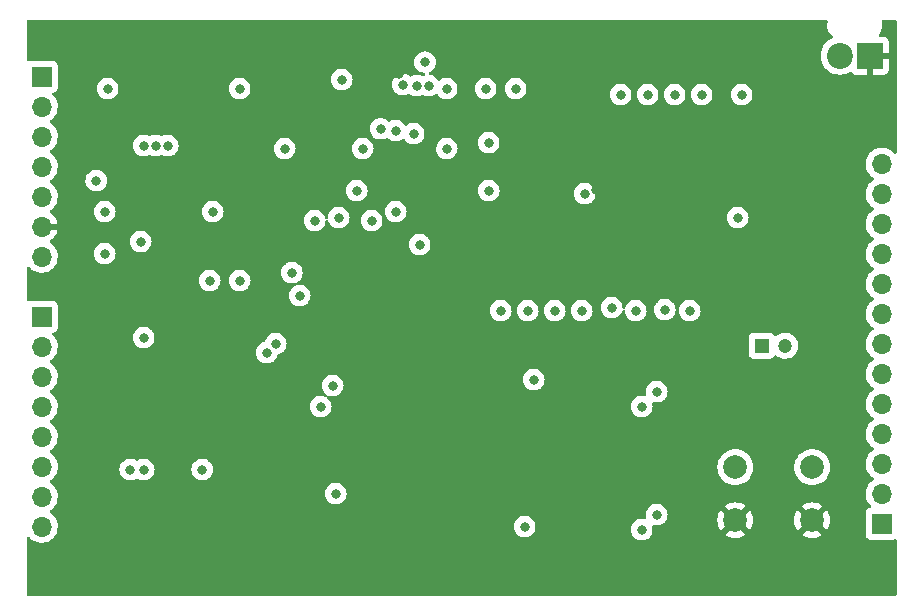
<source format=gbr>
%TF.GenerationSoftware,KiCad,Pcbnew,(6.0.0-0)*%
%TF.CreationDate,2022-08-12T08:36:23-04:00*%
%TF.ProjectId,inst-step-irq-decode,696e7374-2d73-4746-9570-2d6972712d64,rev?*%
%TF.SameCoordinates,Original*%
%TF.FileFunction,Copper,L3,Inr*%
%TF.FilePolarity,Positive*%
%FSLAX46Y46*%
G04 Gerber Fmt 4.6, Leading zero omitted, Abs format (unit mm)*
G04 Created by KiCad (PCBNEW (6.0.0-0)) date 2022-08-12 08:36:23*
%MOMM*%
%LPD*%
G01*
G04 APERTURE LIST*
%TA.AperFunction,ComponentPad*%
%ADD10R,2.200000X2.200000*%
%TD*%
%TA.AperFunction,ComponentPad*%
%ADD11C,2.200000*%
%TD*%
%TA.AperFunction,ComponentPad*%
%ADD12R,1.200000X1.200000*%
%TD*%
%TA.AperFunction,ComponentPad*%
%ADD13C,1.200000*%
%TD*%
%TA.AperFunction,ComponentPad*%
%ADD14C,2.000000*%
%TD*%
%TA.AperFunction,ComponentPad*%
%ADD15R,1.700000X1.700000*%
%TD*%
%TA.AperFunction,ComponentPad*%
%ADD16O,1.700000X1.700000*%
%TD*%
%TA.AperFunction,ViaPad*%
%ADD17C,0.800000*%
%TD*%
G04 APERTURE END LIST*
D10*
%TO.N,GND*%
%TO.C,J4*%
X184912000Y-77216000D03*
D11*
%TO.N,~{RESET}*%
X182372000Y-77216000D03*
%TD*%
D12*
%TO.N,~{RESET}*%
%TO.C,C5*%
X175757401Y-101770000D03*
D13*
%TO.N,Net-(C5-Pad2)*%
X177757401Y-101770000D03*
%TD*%
D14*
%TO.N,~{RESET}*%
%TO.C,SW1*%
X173534000Y-112050242D03*
X180034000Y-112050242D03*
%TO.N,GND*%
X173534000Y-116550242D03*
X180034000Y-116550242D03*
%TD*%
D15*
%TO.N,BUS0*%
%TO.C,J1*%
X114808000Y-99314242D03*
D16*
%TO.N,BUS1*%
X114808000Y-101854242D03*
%TO.N,BUS2*%
X114808000Y-104394242D03*
%TO.N,BUS3*%
X114808000Y-106934242D03*
%TO.N,BUS4*%
X114808000Y-109474242D03*
%TO.N,BUS5*%
X114808000Y-112014242D03*
%TO.N,BUS6*%
X114808000Y-114554242D03*
%TO.N,BUS7*%
X114808000Y-117094242D03*
%TD*%
D15*
%TO.N,STEP0*%
%TO.C,J2*%
X185928000Y-116840000D03*
D16*
%TO.N,STEP1*%
X185928000Y-114300000D03*
%TO.N,STEP2*%
X185928000Y-111760000D03*
%TO.N,STEP3*%
X185928000Y-109220000D03*
%TO.N,STEP4*%
X185928000Y-106680000D03*
%TO.N,INSTRUCTION0*%
X185928000Y-104140000D03*
%TO.N,INSTRUCTION1*%
X185928000Y-101600000D03*
%TO.N,INSTRUCTION2*%
X185928000Y-99060000D03*
%TO.N,INSTRUCTION3*%
X185928000Y-96520000D03*
%TO.N,INSTRUCTION4*%
X185928000Y-93980000D03*
%TO.N,INSTRUCTION5*%
X185928000Y-91440000D03*
%TO.N,INSTRUCTION6*%
X185928000Y-88900000D03*
%TO.N,INSTRUCTION7*%
X185928000Y-86360000D03*
%TD*%
D15*
%TO.N,~{RESET}*%
%TO.C,J3*%
X114808000Y-78994242D03*
D16*
%TO.N,CLOCK*%
X114808000Y-81534242D03*
%TO.N,~{LD_IR}*%
X114808000Y-84074242D03*
%TO.N,~{INT_REQUEST}*%
X114808000Y-86614242D03*
%TO.N,~{RESET_STEP}*%
X114808000Y-89154242D03*
%TO.N,GND*%
X114808000Y-91694242D03*
%TO.N,VCC*%
X114808000Y-94234242D03*
%TD*%
D17*
%TO.N,VCC*%
X135989386Y-95594788D03*
X128397000Y-112268242D03*
X160782000Y-88900000D03*
X122301000Y-112268242D03*
X140208000Y-79248000D03*
X131572000Y-80010000D03*
X139446000Y-105156242D03*
X156464000Y-104648242D03*
X149098000Y-85090000D03*
X155702000Y-117094242D03*
X149098000Y-80010000D03*
X139700000Y-114300242D03*
X120396000Y-80010000D03*
X123190000Y-92964242D03*
X152654000Y-88646000D03*
X152400000Y-80010000D03*
X141478000Y-88646000D03*
X123444000Y-101092000D03*
%TO.N,GND*%
X133604000Y-98044242D03*
X124714000Y-99822000D03*
X129286000Y-88646000D03*
X163830000Y-88392000D03*
X152146000Y-91694242D03*
X150368000Y-88646000D03*
X145034000Y-78740000D03*
X136652000Y-80010000D03*
X174258500Y-107442000D03*
X168148000Y-108458242D03*
X156464000Y-119126242D03*
X156464000Y-108712242D03*
X143002000Y-96266000D03*
X172974000Y-88392242D03*
X145542000Y-96012242D03*
X121920000Y-98552242D03*
X135631580Y-91181822D03*
X166878000Y-117348242D03*
X131064000Y-91186242D03*
X125476000Y-80010000D03*
X139904550Y-94873123D03*
X154940000Y-84836000D03*
X135001000Y-114300242D03*
X154051000Y-113919242D03*
X161730211Y-88583930D03*
X134112000Y-80010000D03*
X139192000Y-88646000D03*
X159258000Y-116586242D03*
X147832299Y-84840299D03*
X159258000Y-105664242D03*
%TO.N,Net-(U1-Pad6)*%
X141986000Y-85090000D03*
X152654000Y-84582000D03*
X139954000Y-90932000D03*
X131572000Y-96266000D03*
%TO.N,STEP4*%
X163830000Y-80518000D03*
X154940000Y-80010000D03*
%TO.N,Net-(U4-Pad6)*%
X136652000Y-97536000D03*
X137922000Y-91186000D03*
%TO.N,STEP3*%
X147557486Y-79750236D03*
X166116000Y-80518000D03*
%TO.N,STEP2*%
X125480299Y-84840299D03*
X146558000Y-79756000D03*
X146304000Y-83820000D03*
X168402000Y-80518000D03*
%TO.N,STEP1*%
X124460000Y-84836000D03*
X170688000Y-80518000D03*
X144780000Y-83566000D03*
%TO.N,STEP0*%
X174068742Y-80518000D03*
X143491779Y-83407989D03*
X123444000Y-84836000D03*
%TO.N,CLOCK*%
X129032000Y-96266000D03*
X165608000Y-106934242D03*
X165608000Y-117348242D03*
X134620000Y-101600242D03*
%TO.N,INSTRUCTION7*%
X153670000Y-98806000D03*
%TO.N,INSTRUCTION6*%
X155956000Y-98806000D03*
%TO.N,INSTRUCTION5*%
X158242000Y-98806000D03*
%TO.N,INSTRUCTION4*%
X160528000Y-98806000D03*
%TO.N,INSTRUCTION3*%
X163068000Y-98552000D03*
%TO.N,INSTRUCTION2*%
X165100000Y-98806000D03*
%TO.N,INSTRUCTION1*%
X167561500Y-98727500D03*
%TO.N,INSTRUCTION0*%
X169672000Y-98806000D03*
%TO.N,~{RESET}*%
X120142000Y-93980000D03*
X173736000Y-90932000D03*
X123444000Y-112268000D03*
%TO.N,~{INT_REQUEST}*%
X119417500Y-87796302D03*
X135382000Y-85090000D03*
%TO.N,~{RESET_STEP}*%
X120142000Y-90424000D03*
X144780000Y-90424000D03*
%TO.N,Net-(U1-Pad4)*%
X133858000Y-102362242D03*
X138430000Y-106934242D03*
%TO.N,~{LD_IR}*%
X129286000Y-90424000D03*
X142748000Y-91186000D03*
%TO.N,Net-(U5-Pad8)*%
X166878000Y-116078242D03*
X166878000Y-105664242D03*
X146812000Y-93218242D03*
%TO.N,Net-(U10-Pad10)*%
X147261151Y-77774249D03*
X145385978Y-79675477D03*
%TD*%
%TA.AperFunction,Conductor*%
%TO.N,GND*%
G36*
X181318294Y-74188244D02*
G01*
X181364787Y-74241900D01*
X181374891Y-74312174D01*
X181370538Y-74331501D01*
X181330102Y-74462129D01*
X181329458Y-74468254D01*
X181329458Y-74468255D01*
X181327926Y-74482836D01*
X181308404Y-74668575D01*
X181327218Y-74875303D01*
X181328956Y-74881209D01*
X181328957Y-74881213D01*
X181372473Y-75029068D01*
X181385827Y-75074440D01*
X181481999Y-75258400D01*
X181612071Y-75420177D01*
X181616789Y-75424135D01*
X181616791Y-75424138D01*
X181747881Y-75534136D01*
X181787207Y-75593245D01*
X181788333Y-75664233D01*
X181750902Y-75724561D01*
X181715108Y-75747065D01*
X181713540Y-75747715D01*
X181644072Y-75776489D01*
X181644068Y-75776491D01*
X181639498Y-75778384D01*
X181423624Y-75910672D01*
X181231102Y-76075102D01*
X181066672Y-76267624D01*
X180934384Y-76483498D01*
X180837495Y-76717409D01*
X180836340Y-76722221D01*
X180779849Y-76957525D01*
X180778391Y-76963597D01*
X180758526Y-77216000D01*
X180778391Y-77468403D01*
X180779545Y-77473210D01*
X180779546Y-77473216D01*
X180780182Y-77475865D01*
X180837495Y-77714591D01*
X180839388Y-77719162D01*
X180839389Y-77719164D01*
X180913274Y-77897537D01*
X180934384Y-77948502D01*
X181066672Y-78164376D01*
X181231102Y-78356898D01*
X181423624Y-78521328D01*
X181639498Y-78653616D01*
X181644068Y-78655509D01*
X181644072Y-78655511D01*
X181863788Y-78746520D01*
X181873409Y-78750505D01*
X181958032Y-78770821D01*
X182114784Y-78808454D01*
X182114790Y-78808455D01*
X182119597Y-78809609D01*
X182372000Y-78829474D01*
X182624403Y-78809609D01*
X182629210Y-78808455D01*
X182629216Y-78808454D01*
X182785968Y-78770821D01*
X182870591Y-78750505D01*
X182880212Y-78746520D01*
X183099928Y-78655511D01*
X183099932Y-78655509D01*
X183104502Y-78653616D01*
X183108722Y-78651030D01*
X183108732Y-78651025D01*
X183229814Y-78576825D01*
X183298347Y-78558286D01*
X183366024Y-78579742D01*
X183396475Y-78608692D01*
X183443715Y-78671724D01*
X183456276Y-78684285D01*
X183558351Y-78760786D01*
X183573946Y-78769324D01*
X183694394Y-78814478D01*
X183709649Y-78818105D01*
X183760514Y-78823631D01*
X183767328Y-78824000D01*
X184639885Y-78824000D01*
X184655124Y-78819525D01*
X184656329Y-78818135D01*
X184658000Y-78810452D01*
X184658000Y-78805884D01*
X185166000Y-78805884D01*
X185170475Y-78821123D01*
X185171865Y-78822328D01*
X185179548Y-78823999D01*
X186056669Y-78823999D01*
X186063490Y-78823629D01*
X186114352Y-78818105D01*
X186129604Y-78814479D01*
X186250054Y-78769324D01*
X186265649Y-78760786D01*
X186367724Y-78684285D01*
X186380285Y-78671724D01*
X186456786Y-78569649D01*
X186465324Y-78554054D01*
X186510478Y-78433606D01*
X186514105Y-78418351D01*
X186519631Y-78367486D01*
X186520000Y-78360672D01*
X186520000Y-77488115D01*
X186515525Y-77472876D01*
X186514135Y-77471671D01*
X186506452Y-77470000D01*
X185184115Y-77470000D01*
X185168876Y-77474475D01*
X185167671Y-77475865D01*
X185166000Y-77483548D01*
X185166000Y-78805884D01*
X184658000Y-78805884D01*
X184658000Y-77088000D01*
X184678002Y-77019879D01*
X184731658Y-76973386D01*
X184784000Y-76962000D01*
X186501884Y-76962000D01*
X186517123Y-76957525D01*
X186518328Y-76956135D01*
X186519999Y-76948452D01*
X186519999Y-76071331D01*
X186519629Y-76064510D01*
X186514105Y-76013648D01*
X186510479Y-75998396D01*
X186465324Y-75877946D01*
X186456786Y-75862351D01*
X186380285Y-75760276D01*
X186367724Y-75747715D01*
X186265649Y-75671214D01*
X186250054Y-75662676D01*
X186129606Y-75617522D01*
X186114351Y-75613895D01*
X186063486Y-75608369D01*
X186056672Y-75608000D01*
X185782565Y-75608000D01*
X185714444Y-75587998D01*
X185667951Y-75534342D01*
X185657847Y-75464068D01*
X185685481Y-75401684D01*
X185789855Y-75275518D01*
X185793783Y-75270770D01*
X185797876Y-75263201D01*
X185889584Y-75093590D01*
X185889586Y-75093585D01*
X185892514Y-75088170D01*
X185953898Y-74889871D01*
X185955429Y-74875303D01*
X185974952Y-74689554D01*
X185974952Y-74689552D01*
X185975596Y-74683425D01*
X185956782Y-74476697D01*
X185954298Y-74468255D01*
X185913553Y-74329817D01*
X185913508Y-74258820D01*
X185951854Y-74199070D01*
X186016416Y-74169536D01*
X186034427Y-74168242D01*
X187072000Y-74168242D01*
X187140121Y-74188244D01*
X187186614Y-74241900D01*
X187198000Y-74294242D01*
X187198000Y-85411378D01*
X187177998Y-85479499D01*
X187124342Y-85525992D01*
X187054068Y-85536096D01*
X186989488Y-85506602D01*
X186978806Y-85496177D01*
X186861151Y-85366876D01*
X186861148Y-85366873D01*
X186857670Y-85363051D01*
X186853619Y-85359852D01*
X186853615Y-85359848D01*
X186686414Y-85227800D01*
X186686410Y-85227798D01*
X186682359Y-85224598D01*
X186669643Y-85217578D01*
X186615281Y-85187569D01*
X186486789Y-85116638D01*
X186481920Y-85114914D01*
X186481916Y-85114912D01*
X186281087Y-85043795D01*
X186281083Y-85043794D01*
X186276212Y-85042069D01*
X186271119Y-85041162D01*
X186271116Y-85041161D01*
X186061373Y-85003800D01*
X186061367Y-85003799D01*
X186056284Y-85002894D01*
X185982452Y-85001992D01*
X185838081Y-85000228D01*
X185838079Y-85000228D01*
X185832911Y-85000165D01*
X185612091Y-85033955D01*
X185399756Y-85103357D01*
X185370834Y-85118413D01*
X185231638Y-85190874D01*
X185201607Y-85206507D01*
X185197474Y-85209610D01*
X185197471Y-85209612D01*
X185028921Y-85336163D01*
X185022965Y-85340635D01*
X184989358Y-85375803D01*
X184879751Y-85490500D01*
X184868629Y-85502138D01*
X184865715Y-85506410D01*
X184865714Y-85506411D01*
X184857298Y-85518749D01*
X184742743Y-85686680D01*
X184706873Y-85763955D01*
X184654290Y-85877237D01*
X184648688Y-85889305D01*
X184588989Y-86104570D01*
X184565251Y-86326695D01*
X184578110Y-86549715D01*
X184579247Y-86554761D01*
X184579248Y-86554767D01*
X184591896Y-86610888D01*
X184627222Y-86767639D01*
X184711266Y-86974616D01*
X184713965Y-86979020D01*
X184794903Y-87111099D01*
X184827987Y-87165088D01*
X184974250Y-87333938D01*
X185146126Y-87476632D01*
X185182233Y-87497731D01*
X185219445Y-87519476D01*
X185268169Y-87571114D01*
X185281240Y-87640897D01*
X185254509Y-87706669D01*
X185214055Y-87740027D01*
X185201607Y-87746507D01*
X185197474Y-87749610D01*
X185197471Y-87749612D01*
X185028921Y-87876163D01*
X185022965Y-87880635D01*
X184994062Y-87910880D01*
X184916057Y-87992508D01*
X184868629Y-88042138D01*
X184742743Y-88226680D01*
X184648688Y-88429305D01*
X184588989Y-88644570D01*
X184565251Y-88866695D01*
X184578110Y-89089715D01*
X184579247Y-89094761D01*
X184579248Y-89094767D01*
X184591896Y-89150888D01*
X184627222Y-89307639D01*
X184711266Y-89514616D01*
X184713965Y-89519020D01*
X184821072Y-89693803D01*
X184827987Y-89705088D01*
X184974250Y-89873938D01*
X185146126Y-90016632D01*
X185207411Y-90052444D01*
X185219445Y-90059476D01*
X185268169Y-90111114D01*
X185281240Y-90180897D01*
X185254509Y-90246669D01*
X185214055Y-90280027D01*
X185201607Y-90286507D01*
X185197474Y-90289610D01*
X185197471Y-90289612D01*
X185027227Y-90417435D01*
X185022965Y-90420635D01*
X184982220Y-90463272D01*
X184939660Y-90507809D01*
X184868629Y-90582138D01*
X184742743Y-90766680D01*
X184717498Y-90821066D01*
X184669052Y-90925435D01*
X184648688Y-90969305D01*
X184588989Y-91184570D01*
X184565251Y-91406695D01*
X184565548Y-91411848D01*
X184565548Y-91411851D01*
X184566956Y-91436269D01*
X184578110Y-91629715D01*
X184579247Y-91634761D01*
X184579248Y-91634767D01*
X184599765Y-91725803D01*
X184627222Y-91847639D01*
X184711266Y-92054616D01*
X184713965Y-92059020D01*
X184783888Y-92173124D01*
X184827987Y-92245088D01*
X184974250Y-92413938D01*
X185146126Y-92556632D01*
X185198032Y-92586963D01*
X185219445Y-92599476D01*
X185268169Y-92651114D01*
X185281240Y-92720897D01*
X185254509Y-92786669D01*
X185214055Y-92820027D01*
X185201607Y-92826507D01*
X185197474Y-92829610D01*
X185197471Y-92829612D01*
X185027100Y-92957530D01*
X185022965Y-92960635D01*
X184994062Y-92990880D01*
X184910459Y-93078366D01*
X184868629Y-93122138D01*
X184742743Y-93306680D01*
X184700029Y-93398699D01*
X184652457Y-93501186D01*
X184648688Y-93509305D01*
X184588989Y-93724570D01*
X184565251Y-93946695D01*
X184578110Y-94169715D01*
X184579247Y-94174761D01*
X184579248Y-94174767D01*
X184591896Y-94230888D01*
X184627222Y-94387639D01*
X184711266Y-94594616D01*
X184713965Y-94599020D01*
X184821072Y-94773803D01*
X184827987Y-94785088D01*
X184974250Y-94953938D01*
X185146126Y-95096632D01*
X185182233Y-95117731D01*
X185219445Y-95139476D01*
X185268169Y-95191114D01*
X185281240Y-95260897D01*
X185254509Y-95326669D01*
X185214055Y-95360027D01*
X185201607Y-95366507D01*
X185197474Y-95369610D01*
X185197471Y-95369612D01*
X185027100Y-95497530D01*
X185022965Y-95500635D01*
X184983983Y-95541427D01*
X184926717Y-95601353D01*
X184868629Y-95662138D01*
X184742743Y-95846680D01*
X184695715Y-95947993D01*
X184684541Y-95972067D01*
X184648688Y-96049305D01*
X184588989Y-96264570D01*
X184565251Y-96486695D01*
X184565548Y-96491848D01*
X184565548Y-96491851D01*
X184573449Y-96628872D01*
X184578110Y-96709715D01*
X184579247Y-96714761D01*
X184579248Y-96714767D01*
X184585430Y-96742197D01*
X184627222Y-96927639D01*
X184711266Y-97134616D01*
X184827987Y-97325088D01*
X184974250Y-97493938D01*
X185146126Y-97636632D01*
X185216595Y-97677811D01*
X185219445Y-97679476D01*
X185268169Y-97731114D01*
X185281240Y-97800897D01*
X185254509Y-97866669D01*
X185214055Y-97900027D01*
X185201607Y-97906507D01*
X185197474Y-97909610D01*
X185197471Y-97909612D01*
X185027100Y-98037530D01*
X185022965Y-98040635D01*
X184997554Y-98067226D01*
X184892950Y-98176688D01*
X184868629Y-98202138D01*
X184865715Y-98206410D01*
X184865714Y-98206411D01*
X184857298Y-98218749D01*
X184742743Y-98386680D01*
X184716541Y-98443128D01*
X184669052Y-98545435D01*
X184648688Y-98589305D01*
X184588989Y-98804570D01*
X184565251Y-99026695D01*
X184578110Y-99249715D01*
X184579247Y-99254761D01*
X184579248Y-99254767D01*
X184599765Y-99345803D01*
X184627222Y-99467639D01*
X184711266Y-99674616D01*
X184827987Y-99865088D01*
X184974250Y-100033938D01*
X185146126Y-100176632D01*
X185201447Y-100208959D01*
X185219445Y-100219476D01*
X185268169Y-100271114D01*
X185281240Y-100340897D01*
X185254509Y-100406669D01*
X185214055Y-100440027D01*
X185201607Y-100446507D01*
X185197474Y-100449610D01*
X185197471Y-100449612D01*
X185057033Y-100555056D01*
X185022965Y-100580635D01*
X184995409Y-100609471D01*
X184878845Y-100731448D01*
X184868629Y-100742138D01*
X184865715Y-100746410D01*
X184865714Y-100746411D01*
X184842004Y-100781169D01*
X184742743Y-100926680D01*
X184706996Y-101003690D01*
X184669052Y-101085435D01*
X184648688Y-101129305D01*
X184588989Y-101344570D01*
X184565251Y-101566695D01*
X184565548Y-101571848D01*
X184565548Y-101571851D01*
X184567185Y-101600242D01*
X184578110Y-101789715D01*
X184579247Y-101794761D01*
X184579248Y-101794767D01*
X184599765Y-101885803D01*
X184627222Y-102007639D01*
X184711266Y-102214616D01*
X184713965Y-102219020D01*
X184825207Y-102400551D01*
X184827987Y-102405088D01*
X184974250Y-102573938D01*
X185146126Y-102716632D01*
X185204293Y-102750622D01*
X185219445Y-102759476D01*
X185268169Y-102811114D01*
X185281240Y-102880897D01*
X185254509Y-102946669D01*
X185214055Y-102980027D01*
X185201607Y-102986507D01*
X185197474Y-102989610D01*
X185197471Y-102989612D01*
X185028921Y-103116163D01*
X185022965Y-103120635D01*
X184868629Y-103282138D01*
X184742743Y-103466680D01*
X184648688Y-103669305D01*
X184588989Y-103884570D01*
X184565251Y-104106695D01*
X184565548Y-104111848D01*
X184565548Y-104111851D01*
X184573463Y-104249114D01*
X184578110Y-104329715D01*
X184579247Y-104334761D01*
X184579248Y-104334767D01*
X184591896Y-104390888D01*
X184627222Y-104547639D01*
X184711266Y-104754616D01*
X184713965Y-104759020D01*
X184794903Y-104891099D01*
X184827987Y-104945088D01*
X184974250Y-105113938D01*
X185146126Y-105256632D01*
X185182233Y-105277731D01*
X185219445Y-105299476D01*
X185268169Y-105351114D01*
X185281240Y-105420897D01*
X185254509Y-105486669D01*
X185214055Y-105520027D01*
X185201607Y-105526507D01*
X185197474Y-105529610D01*
X185197471Y-105529612D01*
X185028921Y-105656163D01*
X185022965Y-105660635D01*
X184868629Y-105822138D01*
X184865715Y-105826410D01*
X184865714Y-105826411D01*
X184859781Y-105835108D01*
X184742743Y-106006680D01*
X184707217Y-106083214D01*
X184652457Y-106201186D01*
X184648688Y-106209305D01*
X184588989Y-106424570D01*
X184565251Y-106646695D01*
X184565548Y-106651848D01*
X184565548Y-106651851D01*
X184571258Y-106750877D01*
X184578110Y-106869715D01*
X184579247Y-106874761D01*
X184579248Y-106874767D01*
X184603304Y-106981508D01*
X184627222Y-107087639D01*
X184711266Y-107294616D01*
X184762942Y-107378944D01*
X184794903Y-107431099D01*
X184827987Y-107485088D01*
X184974250Y-107653938D01*
X185146126Y-107796632D01*
X185182233Y-107817731D01*
X185219445Y-107839476D01*
X185268169Y-107891114D01*
X185281240Y-107960897D01*
X185254509Y-108026669D01*
X185214055Y-108060027D01*
X185201607Y-108066507D01*
X185197474Y-108069610D01*
X185197471Y-108069612D01*
X185028921Y-108196163D01*
X185022965Y-108200635D01*
X184868629Y-108362138D01*
X184742743Y-108546680D01*
X184648688Y-108749305D01*
X184588989Y-108964570D01*
X184565251Y-109186695D01*
X184578110Y-109409715D01*
X184579247Y-109414761D01*
X184579248Y-109414767D01*
X184591896Y-109470888D01*
X184627222Y-109627639D01*
X184711266Y-109834616D01*
X184713965Y-109839020D01*
X184794903Y-109971099D01*
X184827987Y-110025088D01*
X184974250Y-110193938D01*
X185146126Y-110336632D01*
X185182233Y-110357731D01*
X185219445Y-110379476D01*
X185268169Y-110431114D01*
X185281240Y-110500897D01*
X185254509Y-110566669D01*
X185214055Y-110600027D01*
X185201607Y-110606507D01*
X185197474Y-110609610D01*
X185197471Y-110609612D01*
X185070975Y-110704588D01*
X185022965Y-110740635D01*
X184868629Y-110902138D01*
X184742743Y-111086680D01*
X184648688Y-111289305D01*
X184588989Y-111504570D01*
X184565251Y-111726695D01*
X184578110Y-111949715D01*
X184579247Y-111954761D01*
X184579248Y-111954767D01*
X184591896Y-112010888D01*
X184627222Y-112167639D01*
X184711266Y-112374616D01*
X184713965Y-112379020D01*
X184794903Y-112511099D01*
X184827987Y-112565088D01*
X184974250Y-112733938D01*
X185146126Y-112876632D01*
X185182233Y-112897731D01*
X185219445Y-112919476D01*
X185268169Y-112971114D01*
X185281240Y-113040897D01*
X185254509Y-113106669D01*
X185214055Y-113140027D01*
X185201607Y-113146507D01*
X185197474Y-113149610D01*
X185197471Y-113149612D01*
X185031245Y-113274418D01*
X185022965Y-113280635D01*
X184994062Y-113310880D01*
X184878845Y-113431448D01*
X184868629Y-113442138D01*
X184742743Y-113626680D01*
X184700029Y-113718699D01*
X184681606Y-113758390D01*
X184648688Y-113829305D01*
X184588989Y-114044570D01*
X184565251Y-114266695D01*
X184565548Y-114271848D01*
X184565548Y-114271851D01*
X184567185Y-114300242D01*
X184578110Y-114489715D01*
X184579247Y-114494761D01*
X184579248Y-114494767D01*
X184579627Y-114496448D01*
X184627222Y-114707639D01*
X184711266Y-114914616D01*
X184713965Y-114919020D01*
X184798738Y-115057357D01*
X184827987Y-115105088D01*
X184831367Y-115108990D01*
X184835281Y-115113508D01*
X184974250Y-115273938D01*
X184978230Y-115277242D01*
X184982981Y-115281187D01*
X185022616Y-115340090D01*
X185024113Y-115411071D01*
X184986997Y-115471593D01*
X184946725Y-115496112D01*
X184861184Y-115528180D01*
X184831295Y-115539385D01*
X184714739Y-115626739D01*
X184627385Y-115743295D01*
X184576255Y-115879684D01*
X184569500Y-115941866D01*
X184569500Y-117738134D01*
X184576255Y-117800316D01*
X184627385Y-117936705D01*
X184714739Y-118053261D01*
X184831295Y-118140615D01*
X184967684Y-118191745D01*
X185029866Y-118198500D01*
X186826134Y-118198500D01*
X186888316Y-118191745D01*
X187024705Y-118140615D01*
X187025708Y-118143289D01*
X187080850Y-118131230D01*
X187147398Y-118155968D01*
X187190007Y-118212757D01*
X187198000Y-118256919D01*
X187198000Y-122810000D01*
X187177998Y-122878121D01*
X187124342Y-122924614D01*
X187072000Y-122936000D01*
X113664000Y-122936000D01*
X113595879Y-122915998D01*
X113549386Y-122862342D01*
X113538000Y-122810000D01*
X113538000Y-118040992D01*
X113558002Y-117972871D01*
X113611658Y-117926378D01*
X113681932Y-117916274D01*
X113746512Y-117945768D01*
X113759234Y-117958491D01*
X113783909Y-117986976D01*
X113850866Y-118064274D01*
X113850869Y-118064277D01*
X113854250Y-118068180D01*
X114026126Y-118210874D01*
X114219000Y-118323580D01*
X114427692Y-118403272D01*
X114432760Y-118404303D01*
X114432763Y-118404304D01*
X114540017Y-118426125D01*
X114646597Y-118447809D01*
X114651772Y-118447999D01*
X114651774Y-118447999D01*
X114864673Y-118455806D01*
X114864677Y-118455806D01*
X114869837Y-118455995D01*
X114874957Y-118455339D01*
X114874959Y-118455339D01*
X115086288Y-118428267D01*
X115086289Y-118428267D01*
X115091416Y-118427610D01*
X115096366Y-118426125D01*
X115300429Y-118364903D01*
X115300434Y-118364901D01*
X115305384Y-118363416D01*
X115505994Y-118265138D01*
X115687860Y-118135415D01*
X115846096Y-117977731D01*
X115855670Y-117964408D01*
X115973435Y-117800519D01*
X115976453Y-117796319D01*
X115979299Y-117790562D01*
X116073136Y-117600695D01*
X116073137Y-117600693D01*
X116075430Y-117596053D01*
X116140370Y-117382311D01*
X116169529Y-117160832D01*
X116171156Y-117094242D01*
X154788496Y-117094242D01*
X154789186Y-117100807D01*
X154795844Y-117164150D01*
X154808458Y-117284170D01*
X154867473Y-117465798D01*
X154962960Y-117631186D01*
X154967378Y-117636093D01*
X154967379Y-117636094D01*
X155059256Y-117738134D01*
X155090747Y-117773108D01*
X155245248Y-117885360D01*
X155251276Y-117888044D01*
X155251278Y-117888045D01*
X155413681Y-117960351D01*
X155419712Y-117963036D01*
X155506009Y-117981379D01*
X155600056Y-118001370D01*
X155600061Y-118001370D01*
X155606513Y-118002742D01*
X155797487Y-118002742D01*
X155803939Y-118001370D01*
X155803944Y-118001370D01*
X155897991Y-117981379D01*
X155984288Y-117963036D01*
X155990319Y-117960351D01*
X156152722Y-117888045D01*
X156152724Y-117888044D01*
X156158752Y-117885360D01*
X156313253Y-117773108D01*
X156344744Y-117738134D01*
X156436621Y-117636094D01*
X156436622Y-117636093D01*
X156441040Y-117631186D01*
X156536527Y-117465798D01*
X156574724Y-117348242D01*
X164694496Y-117348242D01*
X164714458Y-117538170D01*
X164773473Y-117719798D01*
X164776776Y-117725520D01*
X164776777Y-117725521D01*
X164801416Y-117768197D01*
X164868960Y-117885186D01*
X164873378Y-117890093D01*
X164873379Y-117890094D01*
X164936639Y-117960351D01*
X164996747Y-118027108D01*
X165095843Y-118099106D01*
X165140803Y-118131771D01*
X165151248Y-118139360D01*
X165157276Y-118142044D01*
X165157278Y-118142045D01*
X165316101Y-118212757D01*
X165325712Y-118217036D01*
X165419112Y-118236889D01*
X165506056Y-118255370D01*
X165506061Y-118255370D01*
X165512513Y-118256742D01*
X165703487Y-118256742D01*
X165709939Y-118255370D01*
X165709944Y-118255370D01*
X165796888Y-118236889D01*
X165890288Y-118217036D01*
X165899899Y-118212757D01*
X166058722Y-118142045D01*
X166058724Y-118142044D01*
X166064752Y-118139360D01*
X166075198Y-118131771D01*
X166120157Y-118099106D01*
X166219253Y-118027108D01*
X166279361Y-117960351D01*
X166342621Y-117890094D01*
X166342622Y-117890093D01*
X166347040Y-117885186D01*
X166406088Y-117782912D01*
X172666160Y-117782912D01*
X172671887Y-117790562D01*
X172843042Y-117895447D01*
X172851837Y-117899929D01*
X173061988Y-117986976D01*
X173071373Y-117990025D01*
X173292554Y-118043127D01*
X173302301Y-118044670D01*
X173529070Y-118062517D01*
X173538930Y-118062517D01*
X173765699Y-118044670D01*
X173775446Y-118043127D01*
X173996627Y-117990025D01*
X174006012Y-117986976D01*
X174216163Y-117899929D01*
X174224958Y-117895447D01*
X174392445Y-117792810D01*
X174401400Y-117782912D01*
X179166160Y-117782912D01*
X179171887Y-117790562D01*
X179343042Y-117895447D01*
X179351837Y-117899929D01*
X179561988Y-117986976D01*
X179571373Y-117990025D01*
X179792554Y-118043127D01*
X179802301Y-118044670D01*
X180029070Y-118062517D01*
X180038930Y-118062517D01*
X180265699Y-118044670D01*
X180275446Y-118043127D01*
X180496627Y-117990025D01*
X180506012Y-117986976D01*
X180716163Y-117899929D01*
X180724958Y-117895447D01*
X180892445Y-117792810D01*
X180901907Y-117782352D01*
X180898124Y-117773576D01*
X180046812Y-116922264D01*
X180032868Y-116914650D01*
X180031035Y-116914781D01*
X180024420Y-116919032D01*
X179172920Y-117770532D01*
X179166160Y-117782912D01*
X174401400Y-117782912D01*
X174401907Y-117782352D01*
X174398124Y-117773576D01*
X173546812Y-116922264D01*
X173532868Y-116914650D01*
X173531035Y-116914781D01*
X173524420Y-116919032D01*
X172672920Y-117770532D01*
X172666160Y-117782912D01*
X166406088Y-117782912D01*
X166414584Y-117768197D01*
X166439223Y-117725521D01*
X166439224Y-117725520D01*
X166442527Y-117719798D01*
X166501542Y-117538170D01*
X166521504Y-117348242D01*
X166501542Y-117158314D01*
X166488254Y-117117418D01*
X166486226Y-117046451D01*
X166522889Y-116985653D01*
X166586601Y-116954327D01*
X166634284Y-116955235D01*
X166776056Y-116985370D01*
X166776061Y-116985370D01*
X166782513Y-116986742D01*
X166973487Y-116986742D01*
X166979939Y-116985370D01*
X166979944Y-116985370D01*
X167066887Y-116966889D01*
X167160288Y-116947036D01*
X167166319Y-116944351D01*
X167328722Y-116872045D01*
X167328724Y-116872044D01*
X167334752Y-116869360D01*
X167489253Y-116757108D01*
X167568247Y-116669376D01*
X167612621Y-116620094D01*
X167612622Y-116620093D01*
X167617040Y-116615186D01*
X167651689Y-116555172D01*
X172021725Y-116555172D01*
X172039572Y-116781941D01*
X172041115Y-116791688D01*
X172094217Y-117012869D01*
X172097266Y-117022254D01*
X172184313Y-117232405D01*
X172188795Y-117241200D01*
X172291432Y-117408687D01*
X172301890Y-117418149D01*
X172310666Y-117414366D01*
X173161978Y-116563054D01*
X173168356Y-116551374D01*
X173898408Y-116551374D01*
X173898539Y-116553207D01*
X173902790Y-116559822D01*
X174754290Y-117411322D01*
X174766670Y-117418082D01*
X174774320Y-117412355D01*
X174879205Y-117241200D01*
X174883687Y-117232405D01*
X174970734Y-117022254D01*
X174973783Y-117012869D01*
X175026885Y-116791688D01*
X175028428Y-116781941D01*
X175046275Y-116555172D01*
X178521725Y-116555172D01*
X178539572Y-116781941D01*
X178541115Y-116791688D01*
X178594217Y-117012869D01*
X178597266Y-117022254D01*
X178684313Y-117232405D01*
X178688795Y-117241200D01*
X178791432Y-117408687D01*
X178801890Y-117418149D01*
X178810666Y-117414366D01*
X179661978Y-116563054D01*
X179668356Y-116551374D01*
X180398408Y-116551374D01*
X180398539Y-116553207D01*
X180402790Y-116559822D01*
X181254290Y-117411322D01*
X181266670Y-117418082D01*
X181274320Y-117412355D01*
X181379205Y-117241200D01*
X181383687Y-117232405D01*
X181470734Y-117022254D01*
X181473783Y-117012869D01*
X181526885Y-116791688D01*
X181528428Y-116781941D01*
X181546275Y-116555172D01*
X181546275Y-116545312D01*
X181528428Y-116318543D01*
X181526885Y-116308796D01*
X181473783Y-116087615D01*
X181470734Y-116078230D01*
X181383687Y-115868079D01*
X181379205Y-115859284D01*
X181276568Y-115691797D01*
X181266110Y-115682335D01*
X181257334Y-115686118D01*
X180406022Y-116537430D01*
X180398408Y-116551374D01*
X179668356Y-116551374D01*
X179669592Y-116549110D01*
X179669461Y-116547277D01*
X179665210Y-116540662D01*
X178813710Y-115689162D01*
X178801330Y-115682402D01*
X178793680Y-115688129D01*
X178688795Y-115859284D01*
X178684313Y-115868079D01*
X178597266Y-116078230D01*
X178594217Y-116087615D01*
X178541115Y-116308796D01*
X178539572Y-116318543D01*
X178521725Y-116545312D01*
X178521725Y-116555172D01*
X175046275Y-116555172D01*
X175046275Y-116545312D01*
X175028428Y-116318543D01*
X175026885Y-116308796D01*
X174973783Y-116087615D01*
X174970734Y-116078230D01*
X174883687Y-115868079D01*
X174879205Y-115859284D01*
X174776568Y-115691797D01*
X174766110Y-115682335D01*
X174757334Y-115686118D01*
X173906022Y-116537430D01*
X173898408Y-116551374D01*
X173168356Y-116551374D01*
X173169592Y-116549110D01*
X173169461Y-116547277D01*
X173165210Y-116540662D01*
X172313710Y-115689162D01*
X172301330Y-115682402D01*
X172293680Y-115688129D01*
X172188795Y-115859284D01*
X172184313Y-115868079D01*
X172097266Y-116078230D01*
X172094217Y-116087615D01*
X172041115Y-116308796D01*
X172039572Y-116318543D01*
X172021725Y-116545312D01*
X172021725Y-116555172D01*
X167651689Y-116555172D01*
X167712527Y-116449798D01*
X167771542Y-116268170D01*
X167772538Y-116258699D01*
X167790814Y-116084807D01*
X167791504Y-116078242D01*
X167779291Y-115962042D01*
X167772232Y-115894877D01*
X167772232Y-115894875D01*
X167771542Y-115888314D01*
X167712527Y-115706686D01*
X167702410Y-115689162D01*
X167650015Y-115598413D01*
X167617040Y-115541298D01*
X167612480Y-115536233D01*
X167493675Y-115404287D01*
X167493674Y-115404286D01*
X167489253Y-115399376D01*
X167377431Y-115318132D01*
X172666093Y-115318132D01*
X172669876Y-115326908D01*
X173521188Y-116178220D01*
X173535132Y-116185834D01*
X173536965Y-116185703D01*
X173543580Y-116181452D01*
X174395080Y-115329952D01*
X174401534Y-115318132D01*
X179166093Y-115318132D01*
X179169876Y-115326908D01*
X180021188Y-116178220D01*
X180035132Y-116185834D01*
X180036965Y-116185703D01*
X180043580Y-116181452D01*
X180895080Y-115329952D01*
X180901840Y-115317572D01*
X180896113Y-115309922D01*
X180724958Y-115205037D01*
X180716163Y-115200555D01*
X180506012Y-115113508D01*
X180496627Y-115110459D01*
X180275446Y-115057357D01*
X180265699Y-115055814D01*
X180038930Y-115037967D01*
X180029070Y-115037967D01*
X179802301Y-115055814D01*
X179792554Y-115057357D01*
X179571373Y-115110459D01*
X179561988Y-115113508D01*
X179351837Y-115200555D01*
X179343042Y-115205037D01*
X179175555Y-115307674D01*
X179166093Y-115318132D01*
X174401534Y-115318132D01*
X174401840Y-115317572D01*
X174396113Y-115309922D01*
X174224958Y-115205037D01*
X174216163Y-115200555D01*
X174006012Y-115113508D01*
X173996627Y-115110459D01*
X173775446Y-115057357D01*
X173765699Y-115055814D01*
X173538930Y-115037967D01*
X173529070Y-115037967D01*
X173302301Y-115055814D01*
X173292554Y-115057357D01*
X173071373Y-115110459D01*
X173061988Y-115113508D01*
X172851837Y-115200555D01*
X172843042Y-115205037D01*
X172675555Y-115307674D01*
X172666093Y-115318132D01*
X167377431Y-115318132D01*
X167334752Y-115287124D01*
X167328724Y-115284440D01*
X167328722Y-115284439D01*
X167166319Y-115212133D01*
X167166318Y-115212133D01*
X167160288Y-115209448D01*
X167055324Y-115187137D01*
X166979944Y-115171114D01*
X166979939Y-115171114D01*
X166973487Y-115169742D01*
X166782513Y-115169742D01*
X166776061Y-115171114D01*
X166776056Y-115171114D01*
X166700676Y-115187137D01*
X166595712Y-115209448D01*
X166589682Y-115212133D01*
X166589681Y-115212133D01*
X166427278Y-115284439D01*
X166427276Y-115284440D01*
X166421248Y-115287124D01*
X166266747Y-115399376D01*
X166262326Y-115404286D01*
X166262325Y-115404287D01*
X166143521Y-115536233D01*
X166138960Y-115541298D01*
X166105985Y-115598413D01*
X166053591Y-115689162D01*
X166043473Y-115706686D01*
X165984458Y-115888314D01*
X165983768Y-115894875D01*
X165983768Y-115894877D01*
X165976709Y-115962042D01*
X165964496Y-116078242D01*
X165965186Y-116084807D01*
X165983463Y-116258699D01*
X165984458Y-116268170D01*
X165986498Y-116274448D01*
X165997746Y-116309066D01*
X165999774Y-116380033D01*
X165963111Y-116440831D01*
X165899399Y-116472157D01*
X165851716Y-116471249D01*
X165709944Y-116441114D01*
X165709939Y-116441114D01*
X165703487Y-116439742D01*
X165512513Y-116439742D01*
X165506061Y-116441114D01*
X165506056Y-116441114D01*
X165438279Y-116455521D01*
X165325712Y-116479448D01*
X165319682Y-116482133D01*
X165319681Y-116482133D01*
X165157278Y-116554439D01*
X165157276Y-116554440D01*
X165151248Y-116557124D01*
X164996747Y-116669376D01*
X164992326Y-116674286D01*
X164992325Y-116674287D01*
X164914257Y-116760991D01*
X164868960Y-116811298D01*
X164773473Y-116976686D01*
X164714458Y-117158314D01*
X164694496Y-117348242D01*
X156574724Y-117348242D01*
X156595542Y-117284170D01*
X156608157Y-117164150D01*
X156614814Y-117100807D01*
X156615504Y-117094242D01*
X156607938Y-117022254D01*
X156596232Y-116910877D01*
X156596232Y-116910875D01*
X156595542Y-116904314D01*
X156536527Y-116722686D01*
X156441040Y-116557298D01*
X156433668Y-116549110D01*
X156317675Y-116420287D01*
X156317674Y-116420286D01*
X156313253Y-116415376D01*
X156214157Y-116343378D01*
X156164094Y-116307005D01*
X156164093Y-116307004D01*
X156158752Y-116303124D01*
X156152724Y-116300440D01*
X156152722Y-116300439D01*
X155990319Y-116228133D01*
X155990318Y-116228133D01*
X155984288Y-116225448D01*
X155890887Y-116205595D01*
X155803944Y-116187114D01*
X155803939Y-116187114D01*
X155797487Y-116185742D01*
X155606513Y-116185742D01*
X155600061Y-116187114D01*
X155600056Y-116187114D01*
X155513113Y-116205595D01*
X155419712Y-116225448D01*
X155413682Y-116228133D01*
X155413681Y-116228133D01*
X155251278Y-116300439D01*
X155251276Y-116300440D01*
X155245248Y-116303124D01*
X155239907Y-116307004D01*
X155239906Y-116307005D01*
X155189843Y-116343378D01*
X155090747Y-116415376D01*
X155086326Y-116420286D01*
X155086325Y-116420287D01*
X154970333Y-116549110D01*
X154962960Y-116557298D01*
X154867473Y-116722686D01*
X154808458Y-116904314D01*
X154807768Y-116910875D01*
X154807768Y-116910877D01*
X154796062Y-117022254D01*
X154788496Y-117094242D01*
X116171156Y-117094242D01*
X116152852Y-116871603D01*
X116098431Y-116654944D01*
X116009354Y-116450082D01*
X115917952Y-116308796D01*
X115890822Y-116266859D01*
X115890820Y-116266856D01*
X115888014Y-116262519D01*
X115737670Y-116097293D01*
X115733619Y-116094094D01*
X115733615Y-116094090D01*
X115566414Y-115962042D01*
X115566410Y-115962040D01*
X115562359Y-115958840D01*
X115521053Y-115936038D01*
X115471084Y-115885606D01*
X115456312Y-115816163D01*
X115481428Y-115749758D01*
X115508780Y-115723151D01*
X115566002Y-115682335D01*
X115687860Y-115595415D01*
X115736429Y-115547016D01*
X115842435Y-115441379D01*
X115846096Y-115437731D01*
X115859919Y-115418495D01*
X115973435Y-115260519D01*
X115976453Y-115256319D01*
X115992998Y-115222844D01*
X116073136Y-115060695D01*
X116073137Y-115060693D01*
X116075430Y-115056053D01*
X116140370Y-114842311D01*
X116169529Y-114620832D01*
X116171156Y-114554242D01*
X116152852Y-114331603D01*
X116144975Y-114300242D01*
X138786496Y-114300242D01*
X138806458Y-114490170D01*
X138865473Y-114671798D01*
X138960960Y-114837186D01*
X138965378Y-114842093D01*
X138965379Y-114842094D01*
X139084325Y-114974197D01*
X139088747Y-114979108D01*
X139243248Y-115091360D01*
X139249276Y-115094044D01*
X139249278Y-115094045D01*
X139400134Y-115161210D01*
X139417712Y-115169036D01*
X139485708Y-115183489D01*
X139598056Y-115207370D01*
X139598061Y-115207370D01*
X139604513Y-115208742D01*
X139795487Y-115208742D01*
X139801939Y-115207370D01*
X139801944Y-115207370D01*
X139914292Y-115183489D01*
X139982288Y-115169036D01*
X139999866Y-115161210D01*
X140150722Y-115094045D01*
X140150724Y-115094044D01*
X140156752Y-115091360D01*
X140311253Y-114979108D01*
X140315675Y-114974197D01*
X140434621Y-114842094D01*
X140434622Y-114842093D01*
X140439040Y-114837186D01*
X140534527Y-114671798D01*
X140593542Y-114490170D01*
X140613504Y-114300242D01*
X140593542Y-114110314D01*
X140534527Y-113928686D01*
X140526529Y-113914832D01*
X140477149Y-113829305D01*
X140439040Y-113763298D01*
X140402323Y-113722519D01*
X140315675Y-113626287D01*
X140315674Y-113626286D01*
X140311253Y-113621376D01*
X140156752Y-113509124D01*
X140150724Y-113506440D01*
X140150722Y-113506439D01*
X139988319Y-113434133D01*
X139988318Y-113434133D01*
X139982288Y-113431448D01*
X139888887Y-113411595D01*
X139801944Y-113393114D01*
X139801939Y-113393114D01*
X139795487Y-113391742D01*
X139604513Y-113391742D01*
X139598061Y-113393114D01*
X139598056Y-113393114D01*
X139511112Y-113411595D01*
X139417712Y-113431448D01*
X139411682Y-113434133D01*
X139411681Y-113434133D01*
X139249278Y-113506439D01*
X139249276Y-113506440D01*
X139243248Y-113509124D01*
X139088747Y-113621376D01*
X139084326Y-113626286D01*
X139084325Y-113626287D01*
X138997678Y-113722519D01*
X138960960Y-113763298D01*
X138922851Y-113829305D01*
X138873472Y-113914832D01*
X138865473Y-113928686D01*
X138806458Y-114110314D01*
X138786496Y-114300242D01*
X116144975Y-114300242D01*
X116098431Y-114114944D01*
X116009354Y-113910082D01*
X115969906Y-113849104D01*
X115890822Y-113726859D01*
X115890820Y-113726856D01*
X115888014Y-113722519D01*
X115737670Y-113557293D01*
X115733619Y-113554094D01*
X115733615Y-113554090D01*
X115566414Y-113422042D01*
X115566410Y-113422040D01*
X115562359Y-113418840D01*
X115521053Y-113396038D01*
X115471084Y-113345606D01*
X115456312Y-113276163D01*
X115481428Y-113209758D01*
X115508780Y-113183151D01*
X115577534Y-113134109D01*
X115687860Y-113055415D01*
X115846096Y-112897731D01*
X115859919Y-112878495D01*
X115973435Y-112720519D01*
X115976453Y-112716319D01*
X115992998Y-112682844D01*
X116073136Y-112520695D01*
X116073137Y-112520693D01*
X116075430Y-112516053D01*
X116140370Y-112302311D01*
X116144855Y-112268242D01*
X121387496Y-112268242D01*
X121407458Y-112458170D01*
X121466473Y-112639798D01*
X121561960Y-112805186D01*
X121566378Y-112810093D01*
X121566379Y-112810094D01*
X121675150Y-112930896D01*
X121689747Y-112947108D01*
X121770557Y-113005820D01*
X121833803Y-113051771D01*
X121844248Y-113059360D01*
X121850276Y-113062044D01*
X121850278Y-113062045D01*
X122012681Y-113134351D01*
X122018712Y-113137036D01*
X122112113Y-113156889D01*
X122199056Y-113175370D01*
X122199061Y-113175370D01*
X122205513Y-113176742D01*
X122396487Y-113176742D01*
X122402939Y-113175370D01*
X122402944Y-113175370D01*
X122489887Y-113156889D01*
X122583288Y-113137036D01*
X122589319Y-113134351D01*
X122751722Y-113062045D01*
X122751724Y-113062044D01*
X122757752Y-113059360D01*
X122798604Y-113029679D01*
X122865472Y-113005820D01*
X122934623Y-113021899D01*
X122946726Y-113029677D01*
X122987248Y-113059118D01*
X122993275Y-113061801D01*
X122993276Y-113061802D01*
X123155681Y-113134109D01*
X123161712Y-113136794D01*
X123222016Y-113149612D01*
X123342056Y-113175128D01*
X123342061Y-113175128D01*
X123348513Y-113176500D01*
X123539487Y-113176500D01*
X123545939Y-113175128D01*
X123545944Y-113175128D01*
X123665984Y-113149612D01*
X123726288Y-113136794D01*
X123732319Y-113134109D01*
X123894722Y-113061803D01*
X123894724Y-113061802D01*
X123900752Y-113059118D01*
X124055253Y-112946866D01*
X124061743Y-112939658D01*
X124178621Y-112809852D01*
X124178622Y-112809851D01*
X124183040Y-112804944D01*
X124278527Y-112639556D01*
X124337542Y-112457928D01*
X124345836Y-112379020D01*
X124356814Y-112274565D01*
X124357479Y-112268242D01*
X127483496Y-112268242D01*
X127503458Y-112458170D01*
X127562473Y-112639798D01*
X127657960Y-112805186D01*
X127662378Y-112810093D01*
X127662379Y-112810094D01*
X127771150Y-112930896D01*
X127785747Y-112947108D01*
X127866557Y-113005820D01*
X127929803Y-113051771D01*
X127940248Y-113059360D01*
X127946276Y-113062044D01*
X127946278Y-113062045D01*
X128108681Y-113134351D01*
X128114712Y-113137036D01*
X128208113Y-113156889D01*
X128295056Y-113175370D01*
X128295061Y-113175370D01*
X128301513Y-113176742D01*
X128492487Y-113176742D01*
X128498939Y-113175370D01*
X128498944Y-113175370D01*
X128585887Y-113156889D01*
X128679288Y-113137036D01*
X128685319Y-113134351D01*
X128847722Y-113062045D01*
X128847724Y-113062044D01*
X128853752Y-113059360D01*
X128864198Y-113051771D01*
X128927443Y-113005820D01*
X129008253Y-112947108D01*
X129022850Y-112930896D01*
X129131621Y-112810094D01*
X129131622Y-112810093D01*
X129136040Y-112805186D01*
X129231527Y-112639798D01*
X129290542Y-112458170D01*
X129310504Y-112268242D01*
X129290542Y-112078314D01*
X129281421Y-112050242D01*
X172020835Y-112050242D01*
X172039465Y-112286953D01*
X172040619Y-112291760D01*
X172040620Y-112291766D01*
X172060511Y-112374616D01*
X172094895Y-112517836D01*
X172096788Y-112522407D01*
X172096789Y-112522409D01*
X172177109Y-112716319D01*
X172185760Y-112737205D01*
X172188346Y-112741425D01*
X172307241Y-112935444D01*
X172307245Y-112935450D01*
X172309824Y-112939658D01*
X172464031Y-113120211D01*
X172644584Y-113274418D01*
X172648792Y-113276997D01*
X172648798Y-113277001D01*
X172785727Y-113360911D01*
X172847037Y-113398482D01*
X172851607Y-113400375D01*
X172851611Y-113400377D01*
X173015538Y-113468277D01*
X173066406Y-113489347D01*
X173146609Y-113508602D01*
X173292476Y-113543622D01*
X173292482Y-113543623D01*
X173297289Y-113544777D01*
X173534000Y-113563407D01*
X173770711Y-113544777D01*
X173775518Y-113543623D01*
X173775524Y-113543622D01*
X173921391Y-113508602D01*
X174001594Y-113489347D01*
X174052462Y-113468277D01*
X174216389Y-113400377D01*
X174216393Y-113400375D01*
X174220963Y-113398482D01*
X174282273Y-113360911D01*
X174419202Y-113277001D01*
X174419208Y-113276997D01*
X174423416Y-113274418D01*
X174603969Y-113120211D01*
X174758176Y-112939658D01*
X174760755Y-112935450D01*
X174760759Y-112935444D01*
X174879654Y-112741425D01*
X174882240Y-112737205D01*
X174890892Y-112716319D01*
X174971211Y-112522409D01*
X174971212Y-112522407D01*
X174973105Y-112517836D01*
X175007489Y-112374616D01*
X175027380Y-112291766D01*
X175027381Y-112291760D01*
X175028535Y-112286953D01*
X175047165Y-112050242D01*
X178520835Y-112050242D01*
X178539465Y-112286953D01*
X178540619Y-112291760D01*
X178540620Y-112291766D01*
X178560511Y-112374616D01*
X178594895Y-112517836D01*
X178596788Y-112522407D01*
X178596789Y-112522409D01*
X178677109Y-112716319D01*
X178685760Y-112737205D01*
X178688346Y-112741425D01*
X178807241Y-112935444D01*
X178807245Y-112935450D01*
X178809824Y-112939658D01*
X178964031Y-113120211D01*
X179144584Y-113274418D01*
X179148792Y-113276997D01*
X179148798Y-113277001D01*
X179285727Y-113360911D01*
X179347037Y-113398482D01*
X179351607Y-113400375D01*
X179351611Y-113400377D01*
X179515538Y-113468277D01*
X179566406Y-113489347D01*
X179646609Y-113508602D01*
X179792476Y-113543622D01*
X179792482Y-113543623D01*
X179797289Y-113544777D01*
X180034000Y-113563407D01*
X180270711Y-113544777D01*
X180275518Y-113543623D01*
X180275524Y-113543622D01*
X180421391Y-113508602D01*
X180501594Y-113489347D01*
X180552462Y-113468277D01*
X180716389Y-113400377D01*
X180716393Y-113400375D01*
X180720963Y-113398482D01*
X180782273Y-113360911D01*
X180919202Y-113277001D01*
X180919208Y-113276997D01*
X180923416Y-113274418D01*
X181103969Y-113120211D01*
X181258176Y-112939658D01*
X181260755Y-112935450D01*
X181260759Y-112935444D01*
X181379654Y-112741425D01*
X181382240Y-112737205D01*
X181390892Y-112716319D01*
X181471211Y-112522409D01*
X181471212Y-112522407D01*
X181473105Y-112517836D01*
X181507489Y-112374616D01*
X181527380Y-112291766D01*
X181527381Y-112291760D01*
X181528535Y-112286953D01*
X181547165Y-112050242D01*
X181528535Y-111813531D01*
X181510166Y-111737016D01*
X181474260Y-111587460D01*
X181473105Y-111582648D01*
X181467947Y-111570196D01*
X181384135Y-111367853D01*
X181384133Y-111367849D01*
X181382240Y-111363279D01*
X181339968Y-111294297D01*
X181260759Y-111165040D01*
X181260755Y-111165034D01*
X181258176Y-111160826D01*
X181103969Y-110980273D01*
X180923416Y-110826066D01*
X180919208Y-110823487D01*
X180919202Y-110823483D01*
X180725183Y-110704588D01*
X180720963Y-110702002D01*
X180716393Y-110700109D01*
X180716389Y-110700107D01*
X180506167Y-110613031D01*
X180506165Y-110613030D01*
X180501594Y-110611137D01*
X180403426Y-110587569D01*
X180275524Y-110556862D01*
X180275518Y-110556861D01*
X180270711Y-110555707D01*
X180034000Y-110537077D01*
X179797289Y-110555707D01*
X179792482Y-110556861D01*
X179792476Y-110556862D01*
X179664574Y-110587569D01*
X179566406Y-110611137D01*
X179561835Y-110613030D01*
X179561833Y-110613031D01*
X179351611Y-110700107D01*
X179351607Y-110700109D01*
X179347037Y-110702002D01*
X179342817Y-110704588D01*
X179148798Y-110823483D01*
X179148792Y-110823487D01*
X179144584Y-110826066D01*
X178964031Y-110980273D01*
X178809824Y-111160826D01*
X178807245Y-111165034D01*
X178807241Y-111165040D01*
X178728032Y-111294297D01*
X178685760Y-111363279D01*
X178683867Y-111367849D01*
X178683865Y-111367853D01*
X178600053Y-111570196D01*
X178594895Y-111582648D01*
X178593740Y-111587460D01*
X178557835Y-111737016D01*
X178539465Y-111813531D01*
X178520835Y-112050242D01*
X175047165Y-112050242D01*
X175028535Y-111813531D01*
X175010166Y-111737016D01*
X174974260Y-111587460D01*
X174973105Y-111582648D01*
X174967947Y-111570196D01*
X174884135Y-111367853D01*
X174884133Y-111367849D01*
X174882240Y-111363279D01*
X174839968Y-111294297D01*
X174760759Y-111165040D01*
X174760755Y-111165034D01*
X174758176Y-111160826D01*
X174603969Y-110980273D01*
X174423416Y-110826066D01*
X174419208Y-110823487D01*
X174419202Y-110823483D01*
X174225183Y-110704588D01*
X174220963Y-110702002D01*
X174216393Y-110700109D01*
X174216389Y-110700107D01*
X174006167Y-110613031D01*
X174006165Y-110613030D01*
X174001594Y-110611137D01*
X173903426Y-110587569D01*
X173775524Y-110556862D01*
X173775518Y-110556861D01*
X173770711Y-110555707D01*
X173534000Y-110537077D01*
X173297289Y-110555707D01*
X173292482Y-110556861D01*
X173292476Y-110556862D01*
X173164574Y-110587569D01*
X173066406Y-110611137D01*
X173061835Y-110613030D01*
X173061833Y-110613031D01*
X172851611Y-110700107D01*
X172851607Y-110700109D01*
X172847037Y-110702002D01*
X172842817Y-110704588D01*
X172648798Y-110823483D01*
X172648792Y-110823487D01*
X172644584Y-110826066D01*
X172464031Y-110980273D01*
X172309824Y-111160826D01*
X172307245Y-111165034D01*
X172307241Y-111165040D01*
X172228032Y-111294297D01*
X172185760Y-111363279D01*
X172183867Y-111367849D01*
X172183865Y-111367853D01*
X172100053Y-111570196D01*
X172094895Y-111582648D01*
X172093740Y-111587460D01*
X172057835Y-111737016D01*
X172039465Y-111813531D01*
X172020835Y-112050242D01*
X129281421Y-112050242D01*
X129231527Y-111896686D01*
X129136040Y-111731298D01*
X129008253Y-111589376D01*
X128904979Y-111514343D01*
X128859094Y-111481005D01*
X128859093Y-111481004D01*
X128853752Y-111477124D01*
X128847724Y-111474440D01*
X128847722Y-111474439D01*
X128685319Y-111402133D01*
X128685318Y-111402133D01*
X128679288Y-111399448D01*
X128585887Y-111379595D01*
X128498944Y-111361114D01*
X128498939Y-111361114D01*
X128492487Y-111359742D01*
X128301513Y-111359742D01*
X128295061Y-111361114D01*
X128295056Y-111361114D01*
X128208112Y-111379595D01*
X128114712Y-111399448D01*
X128108682Y-111402133D01*
X128108681Y-111402133D01*
X127946278Y-111474439D01*
X127946276Y-111474440D01*
X127940248Y-111477124D01*
X127934907Y-111481004D01*
X127934906Y-111481005D01*
X127889021Y-111514343D01*
X127785747Y-111589376D01*
X127657960Y-111731298D01*
X127562473Y-111896686D01*
X127503458Y-112078314D01*
X127483496Y-112268242D01*
X124357479Y-112268242D01*
X124357504Y-112268000D01*
X124337542Y-112078072D01*
X124278527Y-111896444D01*
X124183040Y-111731056D01*
X124055253Y-111589134D01*
X123900752Y-111476882D01*
X123894724Y-111474198D01*
X123894722Y-111474197D01*
X123732319Y-111401891D01*
X123732318Y-111401891D01*
X123726288Y-111399206D01*
X123632887Y-111379353D01*
X123545944Y-111360872D01*
X123545939Y-111360872D01*
X123539487Y-111359500D01*
X123348513Y-111359500D01*
X123342061Y-111360872D01*
X123342056Y-111360872D01*
X123255113Y-111379353D01*
X123161712Y-111399206D01*
X123155682Y-111401891D01*
X123155681Y-111401891D01*
X122993278Y-111474197D01*
X122993276Y-111474198D01*
X122987248Y-111476882D01*
X122981905Y-111480764D01*
X122946396Y-111506563D01*
X122879528Y-111530422D01*
X122810377Y-111514343D01*
X122798272Y-111506564D01*
X122795528Y-111504570D01*
X122757752Y-111477124D01*
X122751722Y-111474439D01*
X122589319Y-111402133D01*
X122589318Y-111402133D01*
X122583288Y-111399448D01*
X122489887Y-111379595D01*
X122402944Y-111361114D01*
X122402939Y-111361114D01*
X122396487Y-111359742D01*
X122205513Y-111359742D01*
X122199061Y-111361114D01*
X122199056Y-111361114D01*
X122112112Y-111379595D01*
X122018712Y-111399448D01*
X122012682Y-111402133D01*
X122012681Y-111402133D01*
X121850278Y-111474439D01*
X121850276Y-111474440D01*
X121844248Y-111477124D01*
X121838907Y-111481004D01*
X121838906Y-111481005D01*
X121793021Y-111514343D01*
X121689747Y-111589376D01*
X121561960Y-111731298D01*
X121466473Y-111896686D01*
X121407458Y-112078314D01*
X121387496Y-112268242D01*
X116144855Y-112268242D01*
X116169529Y-112080832D01*
X116170156Y-112055172D01*
X116171074Y-112017607D01*
X116171074Y-112017603D01*
X116171156Y-112014242D01*
X116152852Y-111791603D01*
X116098431Y-111574944D01*
X116009354Y-111370082D01*
X115969906Y-111309104D01*
X115890822Y-111186859D01*
X115890820Y-111186856D01*
X115888014Y-111182519D01*
X115737670Y-111017293D01*
X115733619Y-111014094D01*
X115733615Y-111014090D01*
X115566414Y-110882042D01*
X115566410Y-110882040D01*
X115562359Y-110878840D01*
X115521053Y-110856038D01*
X115471084Y-110805606D01*
X115456312Y-110736163D01*
X115481428Y-110669758D01*
X115508780Y-110643151D01*
X115569238Y-110600027D01*
X115687860Y-110515415D01*
X115846096Y-110357731D01*
X115859919Y-110338495D01*
X115973435Y-110180519D01*
X115976453Y-110176319D01*
X115992998Y-110142844D01*
X116073136Y-109980695D01*
X116073137Y-109980693D01*
X116075430Y-109976053D01*
X116140370Y-109762311D01*
X116169529Y-109540832D01*
X116171156Y-109474242D01*
X116152852Y-109251603D01*
X116098431Y-109034944D01*
X116009354Y-108830082D01*
X115969906Y-108769104D01*
X115890822Y-108646859D01*
X115890820Y-108646856D01*
X115888014Y-108642519D01*
X115737670Y-108477293D01*
X115733619Y-108474094D01*
X115733615Y-108474090D01*
X115566414Y-108342042D01*
X115566410Y-108342040D01*
X115562359Y-108338840D01*
X115521053Y-108316038D01*
X115471084Y-108265606D01*
X115456312Y-108196163D01*
X115481428Y-108129758D01*
X115508780Y-108103151D01*
X115569238Y-108060027D01*
X115687860Y-107975415D01*
X115846096Y-107817731D01*
X115855670Y-107804408D01*
X115973435Y-107640519D01*
X115976453Y-107636319D01*
X115986006Y-107616991D01*
X116073136Y-107440695D01*
X116073137Y-107440693D01*
X116075430Y-107436053D01*
X116140370Y-107222311D01*
X116169529Y-107000832D01*
X116171156Y-106934242D01*
X137516496Y-106934242D01*
X137517186Y-106940807D01*
X137533122Y-107092425D01*
X137536458Y-107124170D01*
X137595473Y-107305798D01*
X137690960Y-107471186D01*
X137695378Y-107476093D01*
X137695379Y-107476094D01*
X137809505Y-107602844D01*
X137818747Y-107613108D01*
X137879489Y-107657240D01*
X137962470Y-107717529D01*
X137973248Y-107725360D01*
X137979276Y-107728044D01*
X137979278Y-107728045D01*
X138139190Y-107799242D01*
X138147712Y-107803036D01*
X138234009Y-107821379D01*
X138328056Y-107841370D01*
X138328061Y-107841370D01*
X138334513Y-107842742D01*
X138525487Y-107842742D01*
X138531939Y-107841370D01*
X138531944Y-107841370D01*
X138625991Y-107821379D01*
X138712288Y-107803036D01*
X138720810Y-107799242D01*
X138880722Y-107728045D01*
X138880724Y-107728044D01*
X138886752Y-107725360D01*
X138897531Y-107717529D01*
X138980511Y-107657240D01*
X139041253Y-107613108D01*
X139050495Y-107602844D01*
X139164621Y-107476094D01*
X139164622Y-107476093D01*
X139169040Y-107471186D01*
X139264527Y-107305798D01*
X139323542Y-107124170D01*
X139326879Y-107092425D01*
X139342814Y-106940807D01*
X139343504Y-106934242D01*
X164694496Y-106934242D01*
X164695186Y-106940807D01*
X164711122Y-107092425D01*
X164714458Y-107124170D01*
X164773473Y-107305798D01*
X164868960Y-107471186D01*
X164873378Y-107476093D01*
X164873379Y-107476094D01*
X164987505Y-107602844D01*
X164996747Y-107613108D01*
X165057489Y-107657240D01*
X165140470Y-107717529D01*
X165151248Y-107725360D01*
X165157276Y-107728044D01*
X165157278Y-107728045D01*
X165317190Y-107799242D01*
X165325712Y-107803036D01*
X165412009Y-107821379D01*
X165506056Y-107841370D01*
X165506061Y-107841370D01*
X165512513Y-107842742D01*
X165703487Y-107842742D01*
X165709939Y-107841370D01*
X165709944Y-107841370D01*
X165803991Y-107821379D01*
X165890288Y-107803036D01*
X165898810Y-107799242D01*
X166058722Y-107728045D01*
X166058724Y-107728044D01*
X166064752Y-107725360D01*
X166075531Y-107717529D01*
X166158511Y-107657240D01*
X166219253Y-107613108D01*
X166228495Y-107602844D01*
X166342621Y-107476094D01*
X166342622Y-107476093D01*
X166347040Y-107471186D01*
X166442527Y-107305798D01*
X166501542Y-107124170D01*
X166504879Y-107092425D01*
X166520814Y-106940807D01*
X166521504Y-106934242D01*
X166501542Y-106744314D01*
X166488254Y-106703418D01*
X166486226Y-106632451D01*
X166522889Y-106571653D01*
X166586601Y-106540327D01*
X166634284Y-106541235D01*
X166776056Y-106571370D01*
X166776061Y-106571370D01*
X166782513Y-106572742D01*
X166973487Y-106572742D01*
X166979939Y-106571370D01*
X166979944Y-106571370D01*
X167066887Y-106552889D01*
X167160288Y-106533036D01*
X167234574Y-106499962D01*
X167328722Y-106458045D01*
X167328724Y-106458044D01*
X167334752Y-106455360D01*
X167489253Y-106343108D01*
X167571742Y-106251495D01*
X167612621Y-106206094D01*
X167612622Y-106206093D01*
X167617040Y-106201186D01*
X167680753Y-106090832D01*
X167709223Y-106041521D01*
X167709224Y-106041520D01*
X167712527Y-106035798D01*
X167771542Y-105854170D01*
X167773138Y-105838991D01*
X167790814Y-105670807D01*
X167791504Y-105664242D01*
X167780879Y-105563151D01*
X167772232Y-105480877D01*
X167772232Y-105480875D01*
X167771542Y-105474314D01*
X167712527Y-105292686D01*
X167617040Y-105127298D01*
X167589147Y-105096319D01*
X167493675Y-104990287D01*
X167493674Y-104990286D01*
X167489253Y-104985376D01*
X167366311Y-104896053D01*
X167340094Y-104877005D01*
X167340093Y-104877004D01*
X167334752Y-104873124D01*
X167328724Y-104870440D01*
X167328722Y-104870439D01*
X167166319Y-104798133D01*
X167166318Y-104798133D01*
X167160288Y-104795448D01*
X167066888Y-104775595D01*
X166979944Y-104757114D01*
X166979939Y-104757114D01*
X166973487Y-104755742D01*
X166782513Y-104755742D01*
X166776061Y-104757114D01*
X166776056Y-104757114D01*
X166689112Y-104775595D01*
X166595712Y-104795448D01*
X166589682Y-104798133D01*
X166589681Y-104798133D01*
X166427278Y-104870439D01*
X166427276Y-104870440D01*
X166421248Y-104873124D01*
X166415907Y-104877004D01*
X166415906Y-104877005D01*
X166389689Y-104896053D01*
X166266747Y-104985376D01*
X166262326Y-104990286D01*
X166262325Y-104990287D01*
X166166854Y-105096319D01*
X166138960Y-105127298D01*
X166043473Y-105292686D01*
X165984458Y-105474314D01*
X165983768Y-105480875D01*
X165983768Y-105480877D01*
X165975121Y-105563151D01*
X165964496Y-105664242D01*
X165965186Y-105670807D01*
X165982863Y-105838991D01*
X165984458Y-105854170D01*
X165986498Y-105860448D01*
X165997746Y-105895066D01*
X165999774Y-105966033D01*
X165963111Y-106026831D01*
X165899399Y-106058157D01*
X165851716Y-106057249D01*
X165709944Y-106027114D01*
X165709939Y-106027114D01*
X165703487Y-106025742D01*
X165512513Y-106025742D01*
X165506061Y-106027114D01*
X165506056Y-106027114D01*
X165438279Y-106041521D01*
X165325712Y-106065448D01*
X165319682Y-106068133D01*
X165319681Y-106068133D01*
X165157278Y-106140439D01*
X165157276Y-106140440D01*
X165151248Y-106143124D01*
X164996747Y-106255376D01*
X164992326Y-106260286D01*
X164992325Y-106260287D01*
X164914257Y-106346991D01*
X164868960Y-106397298D01*
X164773473Y-106562686D01*
X164714458Y-106744314D01*
X164694496Y-106934242D01*
X139343504Y-106934242D01*
X139323542Y-106744314D01*
X139264527Y-106562686D01*
X139169040Y-106397298D01*
X139123744Y-106346991D01*
X139045675Y-106260287D01*
X139045674Y-106260286D01*
X139041253Y-106255376D01*
X138998498Y-106224312D01*
X138955144Y-106168091D01*
X138949068Y-106097355D01*
X138982200Y-106034563D01*
X139044020Y-105999652D01*
X139114901Y-106003704D01*
X139123807Y-106007270D01*
X139157677Y-106022350D01*
X139157685Y-106022353D01*
X139163712Y-106025036D01*
X139257112Y-106044889D01*
X139344056Y-106063370D01*
X139344061Y-106063370D01*
X139350513Y-106064742D01*
X139541487Y-106064742D01*
X139547939Y-106063370D01*
X139547944Y-106063370D01*
X139634888Y-106044889D01*
X139728288Y-106025036D01*
X139734321Y-106022350D01*
X139896722Y-105950045D01*
X139896724Y-105950044D01*
X139902752Y-105947360D01*
X139951735Y-105911772D01*
X140014500Y-105866170D01*
X140057253Y-105835108D01*
X140087026Y-105802042D01*
X140180621Y-105698094D01*
X140180622Y-105698093D01*
X140185040Y-105693186D01*
X140268979Y-105547800D01*
X140277223Y-105533521D01*
X140277224Y-105533520D01*
X140280527Y-105527798D01*
X140339542Y-105346170D01*
X140341138Y-105330991D01*
X140358814Y-105162807D01*
X140359504Y-105156242D01*
X140342062Y-104990287D01*
X140340232Y-104972877D01*
X140340232Y-104972875D01*
X140339542Y-104966314D01*
X140280527Y-104784686D01*
X140201751Y-104648242D01*
X155550496Y-104648242D01*
X155551186Y-104654807D01*
X155565824Y-104794076D01*
X155570458Y-104838170D01*
X155629473Y-105019798D01*
X155724960Y-105185186D01*
X155729378Y-105190093D01*
X155729379Y-105190094D01*
X155838150Y-105310896D01*
X155852747Y-105327108D01*
X155951843Y-105399106D01*
X155996803Y-105431771D01*
X156007248Y-105439360D01*
X156013276Y-105442044D01*
X156013278Y-105442045D01*
X156173734Y-105513484D01*
X156181712Y-105517036D01*
X156275112Y-105536889D01*
X156362056Y-105555370D01*
X156362061Y-105555370D01*
X156368513Y-105556742D01*
X156559487Y-105556742D01*
X156565939Y-105555370D01*
X156565944Y-105555370D01*
X156652887Y-105536889D01*
X156746288Y-105517036D01*
X156754266Y-105513484D01*
X156914722Y-105442045D01*
X156914724Y-105442044D01*
X156920752Y-105439360D01*
X156931198Y-105431771D01*
X156976157Y-105399106D01*
X157075253Y-105327108D01*
X157089850Y-105310896D01*
X157198621Y-105190094D01*
X157198622Y-105190093D01*
X157203040Y-105185186D01*
X157298527Y-105019798D01*
X157357542Y-104838170D01*
X157362177Y-104794076D01*
X157376814Y-104654807D01*
X157377504Y-104648242D01*
X157360062Y-104482287D01*
X157358232Y-104464877D01*
X157358232Y-104464875D01*
X157357542Y-104458314D01*
X157298527Y-104276686D01*
X157203040Y-104111298D01*
X157075253Y-103969376D01*
X156976157Y-103897378D01*
X156926094Y-103861005D01*
X156926093Y-103861004D01*
X156920752Y-103857124D01*
X156914724Y-103854440D01*
X156914722Y-103854439D01*
X156752319Y-103782133D01*
X156752318Y-103782133D01*
X156746288Y-103779448D01*
X156652887Y-103759595D01*
X156565944Y-103741114D01*
X156565939Y-103741114D01*
X156559487Y-103739742D01*
X156368513Y-103739742D01*
X156362061Y-103741114D01*
X156362056Y-103741114D01*
X156275113Y-103759595D01*
X156181712Y-103779448D01*
X156175682Y-103782133D01*
X156175681Y-103782133D01*
X156013278Y-103854439D01*
X156013276Y-103854440D01*
X156007248Y-103857124D01*
X156001907Y-103861004D01*
X156001906Y-103861005D01*
X155951843Y-103897378D01*
X155852747Y-103969376D01*
X155724960Y-104111298D01*
X155629473Y-104276686D01*
X155570458Y-104458314D01*
X155569768Y-104464875D01*
X155569768Y-104464877D01*
X155567938Y-104482287D01*
X155550496Y-104648242D01*
X140201751Y-104648242D01*
X140185040Y-104619298D01*
X140057253Y-104477376D01*
X139902752Y-104365124D01*
X139896724Y-104362440D01*
X139896722Y-104362439D01*
X139734319Y-104290133D01*
X139734318Y-104290133D01*
X139728288Y-104287448D01*
X139634887Y-104267595D01*
X139547944Y-104249114D01*
X139547939Y-104249114D01*
X139541487Y-104247742D01*
X139350513Y-104247742D01*
X139344061Y-104249114D01*
X139344056Y-104249114D01*
X139257113Y-104267595D01*
X139163712Y-104287448D01*
X139157682Y-104290133D01*
X139157681Y-104290133D01*
X138995278Y-104362439D01*
X138995276Y-104362440D01*
X138989248Y-104365124D01*
X138834747Y-104477376D01*
X138706960Y-104619298D01*
X138611473Y-104784686D01*
X138552458Y-104966314D01*
X138551768Y-104972875D01*
X138551768Y-104972877D01*
X138549938Y-104990287D01*
X138532496Y-105156242D01*
X138533186Y-105162807D01*
X138550863Y-105330991D01*
X138552458Y-105346170D01*
X138611473Y-105527798D01*
X138614776Y-105533520D01*
X138614777Y-105533521D01*
X138623021Y-105547800D01*
X138706960Y-105693186D01*
X138711378Y-105698093D01*
X138711379Y-105698094D01*
X138804974Y-105802042D01*
X138834747Y-105835108D01*
X138877502Y-105866172D01*
X138920856Y-105922393D01*
X138926932Y-105993129D01*
X138893800Y-106055921D01*
X138831980Y-106090832D01*
X138761099Y-106086780D01*
X138752193Y-106083214D01*
X138718323Y-106068134D01*
X138718315Y-106068131D01*
X138712288Y-106065448D01*
X138599721Y-106041521D01*
X138531944Y-106027114D01*
X138531939Y-106027114D01*
X138525487Y-106025742D01*
X138334513Y-106025742D01*
X138328061Y-106027114D01*
X138328056Y-106027114D01*
X138260279Y-106041521D01*
X138147712Y-106065448D01*
X138141682Y-106068133D01*
X138141681Y-106068133D01*
X137979278Y-106140439D01*
X137979276Y-106140440D01*
X137973248Y-106143124D01*
X137818747Y-106255376D01*
X137814326Y-106260286D01*
X137814325Y-106260287D01*
X137736257Y-106346991D01*
X137690960Y-106397298D01*
X137595473Y-106562686D01*
X137536458Y-106744314D01*
X137516496Y-106934242D01*
X116171156Y-106934242D01*
X116152852Y-106711603D01*
X116098431Y-106494944D01*
X116009354Y-106290082D01*
X115966807Y-106224314D01*
X115890822Y-106106859D01*
X115890820Y-106106856D01*
X115888014Y-106102519D01*
X115737670Y-105937293D01*
X115733619Y-105934094D01*
X115733615Y-105934090D01*
X115566414Y-105802042D01*
X115566410Y-105802040D01*
X115562359Y-105798840D01*
X115521053Y-105776038D01*
X115471084Y-105725606D01*
X115456312Y-105656163D01*
X115481428Y-105589758D01*
X115508780Y-105563151D01*
X115577195Y-105514351D01*
X115687860Y-105435415D01*
X115846096Y-105277731D01*
X115859919Y-105258495D01*
X115973435Y-105100519D01*
X115976453Y-105096319D01*
X115992998Y-105062844D01*
X116073136Y-104900695D01*
X116073137Y-104900693D01*
X116075430Y-104896053D01*
X116140370Y-104682311D01*
X116169529Y-104460832D01*
X116171156Y-104394242D01*
X116152852Y-104171603D01*
X116098431Y-103954944D01*
X116009354Y-103750082D01*
X115969906Y-103689104D01*
X115890822Y-103566859D01*
X115890820Y-103566856D01*
X115888014Y-103562519D01*
X115737670Y-103397293D01*
X115733619Y-103394094D01*
X115733615Y-103394090D01*
X115566414Y-103262042D01*
X115566410Y-103262040D01*
X115562359Y-103258840D01*
X115521053Y-103236038D01*
X115471084Y-103185606D01*
X115456312Y-103116163D01*
X115481428Y-103049758D01*
X115508780Y-103023151D01*
X115569238Y-102980027D01*
X115687860Y-102895415D01*
X115710906Y-102872450D01*
X115794786Y-102788862D01*
X115846096Y-102737731D01*
X115859919Y-102718495D01*
X115973435Y-102560519D01*
X115976453Y-102556319D01*
X115979544Y-102550066D01*
X116072371Y-102362242D01*
X132944496Y-102362242D01*
X132945186Y-102368807D01*
X132957684Y-102487715D01*
X132964458Y-102552170D01*
X133023473Y-102733798D01*
X133026776Y-102739520D01*
X133026777Y-102739521D01*
X133052561Y-102784180D01*
X133118960Y-102899186D01*
X133123378Y-102904093D01*
X133123379Y-102904094D01*
X133242325Y-103036197D01*
X133246747Y-103041108D01*
X133345843Y-103113106D01*
X133392324Y-103146876D01*
X133401248Y-103153360D01*
X133407276Y-103156044D01*
X133407278Y-103156045D01*
X133569681Y-103228351D01*
X133575712Y-103231036D01*
X133636016Y-103243854D01*
X133756056Y-103269370D01*
X133756061Y-103269370D01*
X133762513Y-103270742D01*
X133953487Y-103270742D01*
X133959939Y-103269370D01*
X133959944Y-103269370D01*
X134079984Y-103243854D01*
X134140288Y-103231036D01*
X134146319Y-103228351D01*
X134308722Y-103156045D01*
X134308724Y-103156044D01*
X134314752Y-103153360D01*
X134323677Y-103146876D01*
X134370157Y-103113106D01*
X134469253Y-103041108D01*
X134473675Y-103036197D01*
X134592621Y-102904094D01*
X134592622Y-102904093D01*
X134597040Y-102899186D01*
X134663439Y-102784180D01*
X134689223Y-102739521D01*
X134689224Y-102739520D01*
X134692527Y-102733798D01*
X134746895Y-102566473D01*
X134786968Y-102507868D01*
X134840529Y-102482164D01*
X134902288Y-102469036D01*
X134919866Y-102461210D01*
X135016617Y-102418134D01*
X174648901Y-102418134D01*
X174655656Y-102480316D01*
X174706786Y-102616705D01*
X174794140Y-102733261D01*
X174910696Y-102820615D01*
X175047085Y-102871745D01*
X175109267Y-102878500D01*
X176405535Y-102878500D01*
X176467717Y-102871745D01*
X176604106Y-102820615D01*
X176720662Y-102733261D01*
X176808016Y-102616705D01*
X176809285Y-102613320D01*
X176857634Y-102565079D01*
X176927025Y-102550066D01*
X176993518Y-102574952D01*
X177005816Y-102585481D01*
X177052671Y-102631125D01*
X177052677Y-102631130D01*
X177056811Y-102635157D01*
X177061607Y-102638362D01*
X177061610Y-102638364D01*
X177173800Y-102713327D01*
X177226204Y-102748342D01*
X177231507Y-102750620D01*
X177231510Y-102750622D01*
X177408081Y-102826483D01*
X177413388Y-102828763D01*
X177486218Y-102845243D01*
X177606456Y-102872450D01*
X177606461Y-102872451D01*
X177612093Y-102873725D01*
X177617864Y-102873952D01*
X177617866Y-102873952D01*
X177680871Y-102876427D01*
X177815664Y-102881723D01*
X178017284Y-102852490D01*
X178022748Y-102850635D01*
X178022753Y-102850634D01*
X178204728Y-102788862D01*
X178204733Y-102788860D01*
X178210200Y-102787004D01*
X178387952Y-102687458D01*
X178544587Y-102557186D01*
X178674859Y-102400551D01*
X178774405Y-102222799D01*
X178776261Y-102217332D01*
X178776263Y-102217327D01*
X178838035Y-102035352D01*
X178838036Y-102035347D01*
X178839891Y-102029883D01*
X178869124Y-101828263D01*
X178870650Y-101770000D01*
X178858140Y-101633852D01*
X178852538Y-101572880D01*
X178852537Y-101572877D01*
X178852009Y-101567126D01*
X178822799Y-101463556D01*
X178798276Y-101376606D01*
X178798275Y-101376604D01*
X178796708Y-101371047D01*
X178792980Y-101363486D01*
X178709157Y-101193510D01*
X178706602Y-101188329D01*
X178634670Y-101092000D01*
X178588159Y-101029715D01*
X178588159Y-101029714D01*
X178584706Y-101025091D01*
X178472508Y-100921376D01*
X178439344Y-100890719D01*
X178439341Y-100890717D01*
X178435104Y-100886800D01*
X178352811Y-100834877D01*
X178267689Y-100781169D01*
X178267684Y-100781167D01*
X178262805Y-100778088D01*
X178073581Y-100702595D01*
X177873767Y-100662849D01*
X177867993Y-100662773D01*
X177867989Y-100662773D01*
X177764853Y-100661424D01*
X177670056Y-100660183D01*
X177664359Y-100661162D01*
X177664358Y-100661162D01*
X177474968Y-100693705D01*
X177469271Y-100694684D01*
X177278135Y-100765198D01*
X177273174Y-100768150D01*
X177273173Y-100768150D01*
X177161016Y-100834877D01*
X177103050Y-100869363D01*
X177000928Y-100958921D01*
X176936527Y-100988797D01*
X176866194Y-100979111D01*
X176812262Y-100932938D01*
X176810571Y-100930112D01*
X176808016Y-100923295D01*
X176802631Y-100916109D01*
X176726043Y-100813919D01*
X176720662Y-100806739D01*
X176604106Y-100719385D01*
X176467717Y-100668255D01*
X176405535Y-100661500D01*
X175109267Y-100661500D01*
X175047085Y-100668255D01*
X174910696Y-100719385D01*
X174794140Y-100806739D01*
X174706786Y-100923295D01*
X174655656Y-101059684D01*
X174648901Y-101121866D01*
X174648901Y-102418134D01*
X135016617Y-102418134D01*
X135070722Y-102394045D01*
X135070724Y-102394044D01*
X135076752Y-102391360D01*
X135107794Y-102368807D01*
X135199639Y-102302077D01*
X135231253Y-102279108D01*
X135281954Y-102222799D01*
X135354621Y-102142094D01*
X135354622Y-102142093D01*
X135359040Y-102137186D01*
X135454527Y-101971798D01*
X135513542Y-101790170D01*
X135525175Y-101679493D01*
X135532814Y-101606807D01*
X135533504Y-101600242D01*
X135522280Y-101493448D01*
X135514232Y-101416877D01*
X135514232Y-101416875D01*
X135513542Y-101410314D01*
X135454527Y-101228686D01*
X135446529Y-101214832D01*
X135394827Y-101125283D01*
X135359040Y-101063298D01*
X135322323Y-101022519D01*
X135235675Y-100926287D01*
X135235674Y-100926286D01*
X135231253Y-100921376D01*
X135076752Y-100809124D01*
X135070724Y-100806440D01*
X135070722Y-100806439D01*
X134908319Y-100734133D01*
X134908318Y-100734133D01*
X134902288Y-100731448D01*
X134808888Y-100711595D01*
X134721944Y-100693114D01*
X134721939Y-100693114D01*
X134715487Y-100691742D01*
X134524513Y-100691742D01*
X134518061Y-100693114D01*
X134518056Y-100693114D01*
X134431113Y-100711595D01*
X134337712Y-100731448D01*
X134331682Y-100734133D01*
X134331681Y-100734133D01*
X134169278Y-100806439D01*
X134169276Y-100806440D01*
X134163248Y-100809124D01*
X134008747Y-100921376D01*
X134004326Y-100926286D01*
X134004325Y-100926287D01*
X133917678Y-101022519D01*
X133880960Y-101063298D01*
X133845173Y-101125283D01*
X133793472Y-101214832D01*
X133785473Y-101228686D01*
X133737411Y-101376606D01*
X133731106Y-101396010D01*
X133691032Y-101454616D01*
X133637471Y-101480320D01*
X133575712Y-101493448D01*
X133569682Y-101496133D01*
X133569681Y-101496133D01*
X133407278Y-101568439D01*
X133407276Y-101568440D01*
X133401248Y-101571124D01*
X133395907Y-101575004D01*
X133395906Y-101575005D01*
X133361171Y-101600242D01*
X133246747Y-101683376D01*
X133242326Y-101688286D01*
X133242325Y-101688287D01*
X133144937Y-101796448D01*
X133118960Y-101825298D01*
X133023473Y-101990686D01*
X132964458Y-102172314D01*
X132963768Y-102178875D01*
X132963768Y-102178877D01*
X132947078Y-102337679D01*
X132944496Y-102362242D01*
X116072371Y-102362242D01*
X116073136Y-102360695D01*
X116073137Y-102360693D01*
X116075430Y-102356053D01*
X116140370Y-102142311D01*
X116169529Y-101920832D01*
X116170385Y-101885803D01*
X116171074Y-101857607D01*
X116171074Y-101857603D01*
X116171156Y-101854242D01*
X116152852Y-101631603D01*
X116098431Y-101414944D01*
X116009354Y-101210082D01*
X115969906Y-101149104D01*
X115932964Y-101092000D01*
X122530496Y-101092000D01*
X122531186Y-101098565D01*
X122544261Y-101222963D01*
X122550458Y-101281928D01*
X122609473Y-101463556D01*
X122704960Y-101628944D01*
X122709378Y-101633851D01*
X122709379Y-101633852D01*
X122828325Y-101765955D01*
X122832747Y-101770866D01*
X122987248Y-101883118D01*
X122993276Y-101885802D01*
X122993278Y-101885803D01*
X123155681Y-101958109D01*
X123161712Y-101960794D01*
X123240406Y-101977521D01*
X123342056Y-101999128D01*
X123342061Y-101999128D01*
X123348513Y-102000500D01*
X123539487Y-102000500D01*
X123545939Y-101999128D01*
X123545944Y-101999128D01*
X123647594Y-101977521D01*
X123726288Y-101960794D01*
X123732319Y-101958109D01*
X123894722Y-101885803D01*
X123894724Y-101885802D01*
X123900752Y-101883118D01*
X124055253Y-101770866D01*
X124059675Y-101765955D01*
X124178621Y-101633852D01*
X124178622Y-101633851D01*
X124183040Y-101628944D01*
X124278527Y-101463556D01*
X124337542Y-101281928D01*
X124343740Y-101222963D01*
X124356814Y-101098565D01*
X124357504Y-101092000D01*
X124354487Y-101063298D01*
X124338232Y-100908635D01*
X124338232Y-100908633D01*
X124337542Y-100902072D01*
X124278527Y-100720444D01*
X124263655Y-100694684D01*
X124217566Y-100614857D01*
X124183040Y-100555056D01*
X124104475Y-100467800D01*
X124059675Y-100418045D01*
X124059674Y-100418044D01*
X124055253Y-100413134D01*
X123943303Y-100331797D01*
X123906094Y-100304763D01*
X123906093Y-100304762D01*
X123900752Y-100300882D01*
X123894724Y-100298198D01*
X123894722Y-100298197D01*
X123732319Y-100225891D01*
X123732318Y-100225891D01*
X123726288Y-100223206D01*
X123632888Y-100203353D01*
X123545944Y-100184872D01*
X123545939Y-100184872D01*
X123539487Y-100183500D01*
X123348513Y-100183500D01*
X123342061Y-100184872D01*
X123342056Y-100184872D01*
X123255112Y-100203353D01*
X123161712Y-100223206D01*
X123155682Y-100225891D01*
X123155681Y-100225891D01*
X122993278Y-100298197D01*
X122993276Y-100298198D01*
X122987248Y-100300882D01*
X122981907Y-100304762D01*
X122981906Y-100304763D01*
X122944697Y-100331797D01*
X122832747Y-100413134D01*
X122828326Y-100418044D01*
X122828325Y-100418045D01*
X122783526Y-100467800D01*
X122704960Y-100555056D01*
X122670434Y-100614857D01*
X122624346Y-100694684D01*
X122609473Y-100720444D01*
X122550458Y-100902072D01*
X122549768Y-100908633D01*
X122549768Y-100908635D01*
X122533513Y-101063298D01*
X122530496Y-101092000D01*
X115932964Y-101092000D01*
X115890822Y-101026859D01*
X115890820Y-101026856D01*
X115888014Y-101022519D01*
X115870881Y-101003690D01*
X115740798Y-100860730D01*
X115709746Y-100796884D01*
X115718141Y-100726385D01*
X115763317Y-100671617D01*
X115789761Y-100657948D01*
X115896297Y-100618009D01*
X115904705Y-100614857D01*
X116021261Y-100527503D01*
X116108615Y-100410947D01*
X116159745Y-100274558D01*
X116166500Y-100212376D01*
X116166500Y-98806000D01*
X152756496Y-98806000D01*
X152776458Y-98995928D01*
X152835473Y-99177556D01*
X152930960Y-99342944D01*
X152935378Y-99347851D01*
X152935379Y-99347852D01*
X152998639Y-99418109D01*
X153058747Y-99484866D01*
X153213248Y-99597118D01*
X153219276Y-99599802D01*
X153219278Y-99599803D01*
X153376560Y-99669829D01*
X153387712Y-99674794D01*
X153481113Y-99694647D01*
X153568056Y-99713128D01*
X153568061Y-99713128D01*
X153574513Y-99714500D01*
X153765487Y-99714500D01*
X153771939Y-99713128D01*
X153771944Y-99713128D01*
X153858887Y-99694647D01*
X153952288Y-99674794D01*
X153963440Y-99669829D01*
X154120722Y-99599803D01*
X154120724Y-99599802D01*
X154126752Y-99597118D01*
X154281253Y-99484866D01*
X154341361Y-99418109D01*
X154404621Y-99347852D01*
X154404622Y-99347851D01*
X154409040Y-99342944D01*
X154504527Y-99177556D01*
X154563542Y-98995928D01*
X154583504Y-98806000D01*
X155042496Y-98806000D01*
X155062458Y-98995928D01*
X155121473Y-99177556D01*
X155216960Y-99342944D01*
X155221378Y-99347851D01*
X155221379Y-99347852D01*
X155284639Y-99418109D01*
X155344747Y-99484866D01*
X155499248Y-99597118D01*
X155505276Y-99599802D01*
X155505278Y-99599803D01*
X155662560Y-99669829D01*
X155673712Y-99674794D01*
X155767113Y-99694647D01*
X155854056Y-99713128D01*
X155854061Y-99713128D01*
X155860513Y-99714500D01*
X156051487Y-99714500D01*
X156057939Y-99713128D01*
X156057944Y-99713128D01*
X156144887Y-99694647D01*
X156238288Y-99674794D01*
X156249440Y-99669829D01*
X156406722Y-99599803D01*
X156406724Y-99599802D01*
X156412752Y-99597118D01*
X156567253Y-99484866D01*
X156627361Y-99418109D01*
X156690621Y-99347852D01*
X156690622Y-99347851D01*
X156695040Y-99342944D01*
X156790527Y-99177556D01*
X156849542Y-98995928D01*
X156869504Y-98806000D01*
X157328496Y-98806000D01*
X157348458Y-98995928D01*
X157407473Y-99177556D01*
X157502960Y-99342944D01*
X157507378Y-99347851D01*
X157507379Y-99347852D01*
X157570639Y-99418109D01*
X157630747Y-99484866D01*
X157785248Y-99597118D01*
X157791276Y-99599802D01*
X157791278Y-99599803D01*
X157948560Y-99669829D01*
X157959712Y-99674794D01*
X158053113Y-99694647D01*
X158140056Y-99713128D01*
X158140061Y-99713128D01*
X158146513Y-99714500D01*
X158337487Y-99714500D01*
X158343939Y-99713128D01*
X158343944Y-99713128D01*
X158430887Y-99694647D01*
X158524288Y-99674794D01*
X158535440Y-99669829D01*
X158692722Y-99599803D01*
X158692724Y-99599802D01*
X158698752Y-99597118D01*
X158853253Y-99484866D01*
X158913361Y-99418109D01*
X158976621Y-99347852D01*
X158976622Y-99347851D01*
X158981040Y-99342944D01*
X159076527Y-99177556D01*
X159135542Y-98995928D01*
X159155504Y-98806000D01*
X159614496Y-98806000D01*
X159634458Y-98995928D01*
X159693473Y-99177556D01*
X159788960Y-99342944D01*
X159793378Y-99347851D01*
X159793379Y-99347852D01*
X159856639Y-99418109D01*
X159916747Y-99484866D01*
X160071248Y-99597118D01*
X160077276Y-99599802D01*
X160077278Y-99599803D01*
X160234560Y-99669829D01*
X160245712Y-99674794D01*
X160339113Y-99694647D01*
X160426056Y-99713128D01*
X160426061Y-99713128D01*
X160432513Y-99714500D01*
X160623487Y-99714500D01*
X160629939Y-99713128D01*
X160629944Y-99713128D01*
X160716887Y-99694647D01*
X160810288Y-99674794D01*
X160821440Y-99669829D01*
X160978722Y-99599803D01*
X160978724Y-99599802D01*
X160984752Y-99597118D01*
X161139253Y-99484866D01*
X161199361Y-99418109D01*
X161262621Y-99347852D01*
X161262622Y-99347851D01*
X161267040Y-99342944D01*
X161362527Y-99177556D01*
X161421542Y-98995928D01*
X161441504Y-98806000D01*
X161433943Y-98734065D01*
X161422232Y-98622635D01*
X161422232Y-98622633D01*
X161421542Y-98616072D01*
X161400724Y-98552000D01*
X162154496Y-98552000D01*
X162155186Y-98558565D01*
X162173632Y-98734065D01*
X162174458Y-98741928D01*
X162233473Y-98923556D01*
X162328960Y-99088944D01*
X162333378Y-99093851D01*
X162333379Y-99093852D01*
X162452325Y-99225955D01*
X162456747Y-99230866D01*
X162611248Y-99343118D01*
X162617276Y-99345802D01*
X162617278Y-99345803D01*
X162753306Y-99406366D01*
X162785712Y-99420794D01*
X162879112Y-99440647D01*
X162966056Y-99459128D01*
X162966061Y-99459128D01*
X162972513Y-99460500D01*
X163163487Y-99460500D01*
X163169939Y-99459128D01*
X163169944Y-99459128D01*
X163256888Y-99440647D01*
X163350288Y-99420794D01*
X163382694Y-99406366D01*
X163518722Y-99345803D01*
X163518724Y-99345802D01*
X163524752Y-99343118D01*
X163679253Y-99230866D01*
X163683675Y-99225955D01*
X163802621Y-99093852D01*
X163802622Y-99093851D01*
X163807040Y-99088944D01*
X163902527Y-98923556D01*
X163943246Y-98798238D01*
X163983318Y-98739633D01*
X164048715Y-98711996D01*
X164118672Y-98724103D01*
X164170978Y-98772109D01*
X164188388Y-98824004D01*
X164197518Y-98910865D01*
X164206458Y-98995928D01*
X164265473Y-99177556D01*
X164360960Y-99342944D01*
X164365378Y-99347851D01*
X164365379Y-99347852D01*
X164428639Y-99418109D01*
X164488747Y-99484866D01*
X164643248Y-99597118D01*
X164649276Y-99599802D01*
X164649278Y-99599803D01*
X164806560Y-99669829D01*
X164817712Y-99674794D01*
X164911113Y-99694647D01*
X164998056Y-99713128D01*
X164998061Y-99713128D01*
X165004513Y-99714500D01*
X165195487Y-99714500D01*
X165201939Y-99713128D01*
X165201944Y-99713128D01*
X165288887Y-99694647D01*
X165382288Y-99674794D01*
X165393440Y-99669829D01*
X165550722Y-99599803D01*
X165550724Y-99599802D01*
X165556752Y-99597118D01*
X165711253Y-99484866D01*
X165771361Y-99418109D01*
X165834621Y-99347852D01*
X165834622Y-99347851D01*
X165839040Y-99342944D01*
X165934527Y-99177556D01*
X165993542Y-98995928D01*
X166013504Y-98806000D01*
X166005943Y-98734065D01*
X166005253Y-98727500D01*
X166647996Y-98727500D01*
X166648686Y-98734065D01*
X166656937Y-98812565D01*
X166667958Y-98917428D01*
X166726973Y-99099056D01*
X166822460Y-99264444D01*
X166826878Y-99269351D01*
X166826879Y-99269352D01*
X166893298Y-99343118D01*
X166950247Y-99406366D01*
X167024756Y-99460500D01*
X167058293Y-99484866D01*
X167104748Y-99518618D01*
X167110776Y-99521302D01*
X167110778Y-99521303D01*
X167273181Y-99593609D01*
X167279212Y-99596294D01*
X167372613Y-99616147D01*
X167459556Y-99634628D01*
X167459561Y-99634628D01*
X167466013Y-99636000D01*
X167656987Y-99636000D01*
X167663439Y-99634628D01*
X167663444Y-99634628D01*
X167750388Y-99616147D01*
X167843788Y-99596294D01*
X167849819Y-99593609D01*
X168012222Y-99521303D01*
X168012224Y-99521302D01*
X168018252Y-99518618D01*
X168064708Y-99484866D01*
X168098244Y-99460500D01*
X168172753Y-99406366D01*
X168229702Y-99343118D01*
X168296121Y-99269352D01*
X168296122Y-99269351D01*
X168300540Y-99264444D01*
X168396027Y-99099056D01*
X168455042Y-98917428D01*
X168466064Y-98812565D01*
X168466754Y-98806000D01*
X168758496Y-98806000D01*
X168778458Y-98995928D01*
X168837473Y-99177556D01*
X168932960Y-99342944D01*
X168937378Y-99347851D01*
X168937379Y-99347852D01*
X169000639Y-99418109D01*
X169060747Y-99484866D01*
X169215248Y-99597118D01*
X169221276Y-99599802D01*
X169221278Y-99599803D01*
X169378560Y-99669829D01*
X169389712Y-99674794D01*
X169483113Y-99694647D01*
X169570056Y-99713128D01*
X169570061Y-99713128D01*
X169576513Y-99714500D01*
X169767487Y-99714500D01*
X169773939Y-99713128D01*
X169773944Y-99713128D01*
X169860887Y-99694647D01*
X169954288Y-99674794D01*
X169965440Y-99669829D01*
X170122722Y-99599803D01*
X170122724Y-99599802D01*
X170128752Y-99597118D01*
X170283253Y-99484866D01*
X170343361Y-99418109D01*
X170406621Y-99347852D01*
X170406622Y-99347851D01*
X170411040Y-99342944D01*
X170506527Y-99177556D01*
X170565542Y-98995928D01*
X170585504Y-98806000D01*
X170577943Y-98734065D01*
X170566232Y-98622635D01*
X170566232Y-98622633D01*
X170565542Y-98616072D01*
X170506527Y-98434444D01*
X170497914Y-98419525D01*
X170468532Y-98368635D01*
X170411040Y-98269056D01*
X170374323Y-98228277D01*
X170287675Y-98132045D01*
X170287674Y-98132044D01*
X170283253Y-98127134D01*
X170181967Y-98053545D01*
X170134094Y-98018763D01*
X170134093Y-98018762D01*
X170128752Y-98014882D01*
X170122724Y-98012198D01*
X170122722Y-98012197D01*
X169960319Y-97939891D01*
X169960318Y-97939891D01*
X169954288Y-97937206D01*
X169841721Y-97913279D01*
X169773944Y-97898872D01*
X169773939Y-97898872D01*
X169767487Y-97897500D01*
X169576513Y-97897500D01*
X169570061Y-97898872D01*
X169570056Y-97898872D01*
X169502279Y-97913279D01*
X169389712Y-97937206D01*
X169383682Y-97939891D01*
X169383681Y-97939891D01*
X169221278Y-98012197D01*
X169221276Y-98012198D01*
X169215248Y-98014882D01*
X169209907Y-98018762D01*
X169209906Y-98018763D01*
X169162033Y-98053545D01*
X169060747Y-98127134D01*
X169056326Y-98132044D01*
X169056325Y-98132045D01*
X168969678Y-98228277D01*
X168932960Y-98269056D01*
X168875468Y-98368635D01*
X168846087Y-98419525D01*
X168837473Y-98434444D01*
X168778458Y-98616072D01*
X168777768Y-98622633D01*
X168777768Y-98622635D01*
X168766057Y-98734065D01*
X168758496Y-98806000D01*
X168466754Y-98806000D01*
X168474314Y-98734065D01*
X168475004Y-98727500D01*
X168460479Y-98589305D01*
X168455732Y-98544135D01*
X168455732Y-98544133D01*
X168455042Y-98537572D01*
X168396027Y-98355944D01*
X168380935Y-98329803D01*
X168343028Y-98264148D01*
X168300540Y-98190556D01*
X168239939Y-98123251D01*
X168177175Y-98053545D01*
X168177174Y-98053544D01*
X168172753Y-98048634D01*
X168018252Y-97936382D01*
X168012224Y-97933698D01*
X168012222Y-97933697D01*
X167849819Y-97861391D01*
X167849818Y-97861391D01*
X167843788Y-97858706D01*
X167750387Y-97838853D01*
X167663444Y-97820372D01*
X167663439Y-97820372D01*
X167656987Y-97819000D01*
X167466013Y-97819000D01*
X167459561Y-97820372D01*
X167459556Y-97820372D01*
X167372613Y-97838853D01*
X167279212Y-97858706D01*
X167273182Y-97861391D01*
X167273181Y-97861391D01*
X167110778Y-97933697D01*
X167110776Y-97933698D01*
X167104748Y-97936382D01*
X166950247Y-98048634D01*
X166945826Y-98053544D01*
X166945825Y-98053545D01*
X166883062Y-98123251D01*
X166822460Y-98190556D01*
X166779972Y-98264148D01*
X166742066Y-98329803D01*
X166726973Y-98355944D01*
X166667958Y-98537572D01*
X166667268Y-98544133D01*
X166667268Y-98544135D01*
X166662521Y-98589305D01*
X166647996Y-98727500D01*
X166005253Y-98727500D01*
X165994232Y-98622635D01*
X165994232Y-98622633D01*
X165993542Y-98616072D01*
X165934527Y-98434444D01*
X165925914Y-98419525D01*
X165896532Y-98368635D01*
X165839040Y-98269056D01*
X165802323Y-98228277D01*
X165715675Y-98132045D01*
X165715674Y-98132044D01*
X165711253Y-98127134D01*
X165609967Y-98053545D01*
X165562094Y-98018763D01*
X165562093Y-98018762D01*
X165556752Y-98014882D01*
X165550724Y-98012198D01*
X165550722Y-98012197D01*
X165388319Y-97939891D01*
X165388318Y-97939891D01*
X165382288Y-97937206D01*
X165269721Y-97913279D01*
X165201944Y-97898872D01*
X165201939Y-97898872D01*
X165195487Y-97897500D01*
X165004513Y-97897500D01*
X164998061Y-97898872D01*
X164998056Y-97898872D01*
X164930279Y-97913279D01*
X164817712Y-97937206D01*
X164811682Y-97939891D01*
X164811681Y-97939891D01*
X164649278Y-98012197D01*
X164649276Y-98012198D01*
X164643248Y-98014882D01*
X164637907Y-98018762D01*
X164637906Y-98018763D01*
X164590033Y-98053545D01*
X164488747Y-98127134D01*
X164484326Y-98132044D01*
X164484325Y-98132045D01*
X164397678Y-98228277D01*
X164360960Y-98269056D01*
X164303468Y-98368635D01*
X164274087Y-98419525D01*
X164265473Y-98434444D01*
X164225144Y-98558565D01*
X164224755Y-98559761D01*
X164184682Y-98618367D01*
X164119285Y-98646004D01*
X164049328Y-98633897D01*
X163997022Y-98585891D01*
X163979612Y-98533996D01*
X163962232Y-98368634D01*
X163962231Y-98368631D01*
X163961542Y-98362072D01*
X163902527Y-98180444D01*
X163807040Y-98015056D01*
X163791930Y-97998274D01*
X163683675Y-97878045D01*
X163683674Y-97878044D01*
X163679253Y-97873134D01*
X163567303Y-97791797D01*
X163530094Y-97764763D01*
X163530093Y-97764762D01*
X163524752Y-97760882D01*
X163518724Y-97758198D01*
X163518722Y-97758197D01*
X163356319Y-97685891D01*
X163356318Y-97685891D01*
X163350288Y-97683206D01*
X163256888Y-97663353D01*
X163169944Y-97644872D01*
X163169939Y-97644872D01*
X163163487Y-97643500D01*
X162972513Y-97643500D01*
X162966061Y-97644872D01*
X162966056Y-97644872D01*
X162879112Y-97663353D01*
X162785712Y-97683206D01*
X162779682Y-97685891D01*
X162779681Y-97685891D01*
X162617278Y-97758197D01*
X162617276Y-97758198D01*
X162611248Y-97760882D01*
X162605907Y-97764762D01*
X162605906Y-97764763D01*
X162568697Y-97791797D01*
X162456747Y-97873134D01*
X162452326Y-97878044D01*
X162452325Y-97878045D01*
X162344071Y-97998274D01*
X162328960Y-98015056D01*
X162233473Y-98180444D01*
X162174458Y-98362072D01*
X162173768Y-98368633D01*
X162173768Y-98368635D01*
X162156672Y-98531294D01*
X162154496Y-98552000D01*
X161400724Y-98552000D01*
X161362527Y-98434444D01*
X161353914Y-98419525D01*
X161324532Y-98368635D01*
X161267040Y-98269056D01*
X161230323Y-98228277D01*
X161143675Y-98132045D01*
X161143674Y-98132044D01*
X161139253Y-98127134D01*
X161037967Y-98053545D01*
X160990094Y-98018763D01*
X160990093Y-98018762D01*
X160984752Y-98014882D01*
X160978724Y-98012198D01*
X160978722Y-98012197D01*
X160816319Y-97939891D01*
X160816318Y-97939891D01*
X160810288Y-97937206D01*
X160697721Y-97913279D01*
X160629944Y-97898872D01*
X160629939Y-97898872D01*
X160623487Y-97897500D01*
X160432513Y-97897500D01*
X160426061Y-97898872D01*
X160426056Y-97898872D01*
X160358279Y-97913279D01*
X160245712Y-97937206D01*
X160239682Y-97939891D01*
X160239681Y-97939891D01*
X160077278Y-98012197D01*
X160077276Y-98012198D01*
X160071248Y-98014882D01*
X160065907Y-98018762D01*
X160065906Y-98018763D01*
X160018033Y-98053545D01*
X159916747Y-98127134D01*
X159912326Y-98132044D01*
X159912325Y-98132045D01*
X159825678Y-98228277D01*
X159788960Y-98269056D01*
X159731468Y-98368635D01*
X159702087Y-98419525D01*
X159693473Y-98434444D01*
X159634458Y-98616072D01*
X159633768Y-98622633D01*
X159633768Y-98622635D01*
X159622057Y-98734065D01*
X159614496Y-98806000D01*
X159155504Y-98806000D01*
X159147943Y-98734065D01*
X159136232Y-98622635D01*
X159136232Y-98622633D01*
X159135542Y-98616072D01*
X159076527Y-98434444D01*
X159067914Y-98419525D01*
X159038532Y-98368635D01*
X158981040Y-98269056D01*
X158944323Y-98228277D01*
X158857675Y-98132045D01*
X158857674Y-98132044D01*
X158853253Y-98127134D01*
X158751967Y-98053545D01*
X158704094Y-98018763D01*
X158704093Y-98018762D01*
X158698752Y-98014882D01*
X158692724Y-98012198D01*
X158692722Y-98012197D01*
X158530319Y-97939891D01*
X158530318Y-97939891D01*
X158524288Y-97937206D01*
X158411721Y-97913279D01*
X158343944Y-97898872D01*
X158343939Y-97898872D01*
X158337487Y-97897500D01*
X158146513Y-97897500D01*
X158140061Y-97898872D01*
X158140056Y-97898872D01*
X158072279Y-97913279D01*
X157959712Y-97937206D01*
X157953682Y-97939891D01*
X157953681Y-97939891D01*
X157791278Y-98012197D01*
X157791276Y-98012198D01*
X157785248Y-98014882D01*
X157779907Y-98018762D01*
X157779906Y-98018763D01*
X157732033Y-98053545D01*
X157630747Y-98127134D01*
X157626326Y-98132044D01*
X157626325Y-98132045D01*
X157539678Y-98228277D01*
X157502960Y-98269056D01*
X157445468Y-98368635D01*
X157416087Y-98419525D01*
X157407473Y-98434444D01*
X157348458Y-98616072D01*
X157347768Y-98622633D01*
X157347768Y-98622635D01*
X157336057Y-98734065D01*
X157328496Y-98806000D01*
X156869504Y-98806000D01*
X156861943Y-98734065D01*
X156850232Y-98622635D01*
X156850232Y-98622633D01*
X156849542Y-98616072D01*
X156790527Y-98434444D01*
X156781914Y-98419525D01*
X156752532Y-98368635D01*
X156695040Y-98269056D01*
X156658323Y-98228277D01*
X156571675Y-98132045D01*
X156571674Y-98132044D01*
X156567253Y-98127134D01*
X156465967Y-98053545D01*
X156418094Y-98018763D01*
X156418093Y-98018762D01*
X156412752Y-98014882D01*
X156406724Y-98012198D01*
X156406722Y-98012197D01*
X156244319Y-97939891D01*
X156244318Y-97939891D01*
X156238288Y-97937206D01*
X156125721Y-97913279D01*
X156057944Y-97898872D01*
X156057939Y-97898872D01*
X156051487Y-97897500D01*
X155860513Y-97897500D01*
X155854061Y-97898872D01*
X155854056Y-97898872D01*
X155786279Y-97913279D01*
X155673712Y-97937206D01*
X155667682Y-97939891D01*
X155667681Y-97939891D01*
X155505278Y-98012197D01*
X155505276Y-98012198D01*
X155499248Y-98014882D01*
X155493907Y-98018762D01*
X155493906Y-98018763D01*
X155446033Y-98053545D01*
X155344747Y-98127134D01*
X155340326Y-98132044D01*
X155340325Y-98132045D01*
X155253678Y-98228277D01*
X155216960Y-98269056D01*
X155159468Y-98368635D01*
X155130087Y-98419525D01*
X155121473Y-98434444D01*
X155062458Y-98616072D01*
X155061768Y-98622633D01*
X155061768Y-98622635D01*
X155050057Y-98734065D01*
X155042496Y-98806000D01*
X154583504Y-98806000D01*
X154575943Y-98734065D01*
X154564232Y-98622635D01*
X154564232Y-98622633D01*
X154563542Y-98616072D01*
X154504527Y-98434444D01*
X154495914Y-98419525D01*
X154466532Y-98368635D01*
X154409040Y-98269056D01*
X154372323Y-98228277D01*
X154285675Y-98132045D01*
X154285674Y-98132044D01*
X154281253Y-98127134D01*
X154179967Y-98053545D01*
X154132094Y-98018763D01*
X154132093Y-98018762D01*
X154126752Y-98014882D01*
X154120724Y-98012198D01*
X154120722Y-98012197D01*
X153958319Y-97939891D01*
X153958318Y-97939891D01*
X153952288Y-97937206D01*
X153839721Y-97913279D01*
X153771944Y-97898872D01*
X153771939Y-97898872D01*
X153765487Y-97897500D01*
X153574513Y-97897500D01*
X153568061Y-97898872D01*
X153568056Y-97898872D01*
X153500279Y-97913279D01*
X153387712Y-97937206D01*
X153381682Y-97939891D01*
X153381681Y-97939891D01*
X153219278Y-98012197D01*
X153219276Y-98012198D01*
X153213248Y-98014882D01*
X153207907Y-98018762D01*
X153207906Y-98018763D01*
X153160033Y-98053545D01*
X153058747Y-98127134D01*
X153054326Y-98132044D01*
X153054325Y-98132045D01*
X152967678Y-98228277D01*
X152930960Y-98269056D01*
X152873468Y-98368635D01*
X152844087Y-98419525D01*
X152835473Y-98434444D01*
X152776458Y-98616072D01*
X152775768Y-98622633D01*
X152775768Y-98622635D01*
X152764057Y-98734065D01*
X152756496Y-98806000D01*
X116166500Y-98806000D01*
X116166500Y-98416108D01*
X116159745Y-98353926D01*
X116108615Y-98217537D01*
X116021261Y-98100981D01*
X115904705Y-98013627D01*
X115768316Y-97962497D01*
X115706134Y-97955742D01*
X113909866Y-97955742D01*
X113847684Y-97962497D01*
X113711295Y-98013627D01*
X113710292Y-98010953D01*
X113655150Y-98023012D01*
X113588602Y-97998274D01*
X113545993Y-97941485D01*
X113538000Y-97897323D01*
X113538000Y-96266000D01*
X128118496Y-96266000D01*
X128119186Y-96272565D01*
X128130691Y-96382025D01*
X128138458Y-96455928D01*
X128197473Y-96637556D01*
X128200776Y-96643278D01*
X128200777Y-96643279D01*
X128213799Y-96665834D01*
X128292960Y-96802944D01*
X128297378Y-96807851D01*
X128297379Y-96807852D01*
X128341753Y-96857134D01*
X128420747Y-96944866D01*
X128575248Y-97057118D01*
X128581276Y-97059802D01*
X128581278Y-97059803D01*
X128738560Y-97129829D01*
X128749712Y-97134794D01*
X128843113Y-97154647D01*
X128930056Y-97173128D01*
X128930061Y-97173128D01*
X128936513Y-97174500D01*
X129127487Y-97174500D01*
X129133939Y-97173128D01*
X129133944Y-97173128D01*
X129220887Y-97154647D01*
X129314288Y-97134794D01*
X129325440Y-97129829D01*
X129482722Y-97059803D01*
X129482724Y-97059802D01*
X129488752Y-97057118D01*
X129643253Y-96944866D01*
X129722247Y-96857134D01*
X129766621Y-96807852D01*
X129766622Y-96807851D01*
X129771040Y-96802944D01*
X129850201Y-96665834D01*
X129863223Y-96643279D01*
X129863224Y-96643278D01*
X129866527Y-96637556D01*
X129925542Y-96455928D01*
X129933310Y-96382025D01*
X129944814Y-96272565D01*
X129945504Y-96266000D01*
X130658496Y-96266000D01*
X130659186Y-96272565D01*
X130670691Y-96382025D01*
X130678458Y-96455928D01*
X130737473Y-96637556D01*
X130740776Y-96643278D01*
X130740777Y-96643279D01*
X130753799Y-96665834D01*
X130832960Y-96802944D01*
X130837378Y-96807851D01*
X130837379Y-96807852D01*
X130881753Y-96857134D01*
X130960747Y-96944866D01*
X131115248Y-97057118D01*
X131121276Y-97059802D01*
X131121278Y-97059803D01*
X131278560Y-97129829D01*
X131289712Y-97134794D01*
X131383113Y-97154647D01*
X131470056Y-97173128D01*
X131470061Y-97173128D01*
X131476513Y-97174500D01*
X131667487Y-97174500D01*
X131673939Y-97173128D01*
X131673944Y-97173128D01*
X131760887Y-97154647D01*
X131854288Y-97134794D01*
X131865440Y-97129829D01*
X132022722Y-97059803D01*
X132022724Y-97059802D01*
X132028752Y-97057118D01*
X132183253Y-96944866D01*
X132262247Y-96857134D01*
X132306621Y-96807852D01*
X132306622Y-96807851D01*
X132311040Y-96802944D01*
X132390201Y-96665834D01*
X132403223Y-96643279D01*
X132403224Y-96643278D01*
X132406527Y-96637556D01*
X132465542Y-96455928D01*
X132473310Y-96382025D01*
X132484814Y-96272565D01*
X132485504Y-96266000D01*
X132465542Y-96076072D01*
X132406527Y-95894444D01*
X132311040Y-95729056D01*
X132274323Y-95688277D01*
X132190145Y-95594788D01*
X135075882Y-95594788D01*
X135095844Y-95784716D01*
X135154859Y-95966344D01*
X135250346Y-96131732D01*
X135378133Y-96273654D01*
X135532634Y-96385906D01*
X135538662Y-96388590D01*
X135538664Y-96388591D01*
X135698372Y-96459697D01*
X135707098Y-96463582D01*
X135791687Y-96481562D01*
X135887442Y-96501916D01*
X135887447Y-96501916D01*
X135893899Y-96503288D01*
X136084873Y-96503288D01*
X136091328Y-96501916D01*
X136091337Y-96501915D01*
X136161809Y-96486935D01*
X136232600Y-96492336D01*
X136289233Y-96535152D01*
X136313727Y-96601790D01*
X136298306Y-96671091D01*
X136247866Y-96721054D01*
X136239257Y-96725287D01*
X136201283Y-96742195D01*
X136195248Y-96744882D01*
X136040747Y-96857134D01*
X136036326Y-96862044D01*
X136036325Y-96862045D01*
X135958257Y-96948749D01*
X135912960Y-96999056D01*
X135881679Y-97053237D01*
X135832152Y-97139020D01*
X135817473Y-97164444D01*
X135758458Y-97346072D01*
X135757768Y-97352633D01*
X135757768Y-97352635D01*
X135752423Y-97403489D01*
X135738496Y-97536000D01*
X135739186Y-97542565D01*
X135757364Y-97715516D01*
X135758458Y-97725928D01*
X135817473Y-97907556D01*
X135820776Y-97913278D01*
X135820777Y-97913279D01*
X135833799Y-97935834D01*
X135912960Y-98072944D01*
X135917378Y-98077851D01*
X135917379Y-98077852D01*
X135961753Y-98127134D01*
X136040747Y-98214866D01*
X136195248Y-98327118D01*
X136201276Y-98329802D01*
X136201278Y-98329803D01*
X136288497Y-98368635D01*
X136369712Y-98404794D01*
X136439016Y-98419525D01*
X136550056Y-98443128D01*
X136550061Y-98443128D01*
X136556513Y-98444500D01*
X136747487Y-98444500D01*
X136753939Y-98443128D01*
X136753944Y-98443128D01*
X136864984Y-98419525D01*
X136934288Y-98404794D01*
X137015503Y-98368635D01*
X137102722Y-98329803D01*
X137102724Y-98329802D01*
X137108752Y-98327118D01*
X137263253Y-98214866D01*
X137342247Y-98127134D01*
X137386621Y-98077852D01*
X137386622Y-98077851D01*
X137391040Y-98072944D01*
X137470201Y-97935834D01*
X137483223Y-97913279D01*
X137483224Y-97913278D01*
X137486527Y-97907556D01*
X137545542Y-97725928D01*
X137546637Y-97715516D01*
X137564814Y-97542565D01*
X137565504Y-97536000D01*
X137551577Y-97403489D01*
X137546232Y-97352635D01*
X137546232Y-97352633D01*
X137545542Y-97346072D01*
X137486527Y-97164444D01*
X137471849Y-97139020D01*
X137422321Y-97053237D01*
X137391040Y-96999056D01*
X137345744Y-96948749D01*
X137267675Y-96862045D01*
X137267674Y-96862044D01*
X137263253Y-96857134D01*
X137108752Y-96744882D01*
X137102724Y-96742198D01*
X137102722Y-96742197D01*
X136940319Y-96669891D01*
X136940318Y-96669891D01*
X136934288Y-96667206D01*
X136840888Y-96647353D01*
X136753944Y-96628872D01*
X136753939Y-96628872D01*
X136747487Y-96627500D01*
X136556513Y-96627500D01*
X136550058Y-96628872D01*
X136550049Y-96628873D01*
X136479577Y-96643853D01*
X136408786Y-96638452D01*
X136352153Y-96595636D01*
X136327659Y-96528998D01*
X136343080Y-96459697D01*
X136393520Y-96409734D01*
X136402129Y-96405501D01*
X136440103Y-96388593D01*
X136446138Y-96385906D01*
X136600639Y-96273654D01*
X136728426Y-96131732D01*
X136823913Y-95966344D01*
X136882928Y-95784716D01*
X136902890Y-95594788D01*
X136892668Y-95497530D01*
X136883618Y-95411423D01*
X136883618Y-95411421D01*
X136882928Y-95404860D01*
X136823913Y-95223232D01*
X136728426Y-95057844D01*
X136600639Y-94915922D01*
X136497807Y-94841210D01*
X136451480Y-94807551D01*
X136451479Y-94807550D01*
X136446138Y-94803670D01*
X136440110Y-94800986D01*
X136440108Y-94800985D01*
X136277705Y-94728679D01*
X136277704Y-94728679D01*
X136271674Y-94725994D01*
X136178273Y-94706141D01*
X136091330Y-94687660D01*
X136091325Y-94687660D01*
X136084873Y-94686288D01*
X135893899Y-94686288D01*
X135887447Y-94687660D01*
X135887442Y-94687660D01*
X135800499Y-94706141D01*
X135707098Y-94725994D01*
X135701068Y-94728679D01*
X135701067Y-94728679D01*
X135538664Y-94800985D01*
X135538662Y-94800986D01*
X135532634Y-94803670D01*
X135527293Y-94807550D01*
X135527292Y-94807551D01*
X135480965Y-94841210D01*
X135378133Y-94915922D01*
X135250346Y-95057844D01*
X135154859Y-95223232D01*
X135095844Y-95404860D01*
X135095154Y-95411421D01*
X135095154Y-95411423D01*
X135086104Y-95497530D01*
X135075882Y-95594788D01*
X132190145Y-95594788D01*
X132187675Y-95592045D01*
X132187674Y-95592044D01*
X132183253Y-95587134D01*
X132028752Y-95474882D01*
X132022724Y-95472198D01*
X132022722Y-95472197D01*
X131860319Y-95399891D01*
X131860318Y-95399891D01*
X131854288Y-95397206D01*
X131760888Y-95377353D01*
X131673944Y-95358872D01*
X131673939Y-95358872D01*
X131667487Y-95357500D01*
X131476513Y-95357500D01*
X131470061Y-95358872D01*
X131470056Y-95358872D01*
X131383113Y-95377353D01*
X131289712Y-95397206D01*
X131283682Y-95399891D01*
X131283681Y-95399891D01*
X131121278Y-95472197D01*
X131121276Y-95472198D01*
X131115248Y-95474882D01*
X130960747Y-95587134D01*
X130956326Y-95592044D01*
X130956325Y-95592045D01*
X130869678Y-95688277D01*
X130832960Y-95729056D01*
X130737473Y-95894444D01*
X130678458Y-96076072D01*
X130658496Y-96266000D01*
X129945504Y-96266000D01*
X129925542Y-96076072D01*
X129866527Y-95894444D01*
X129771040Y-95729056D01*
X129734323Y-95688277D01*
X129647675Y-95592045D01*
X129647674Y-95592044D01*
X129643253Y-95587134D01*
X129488752Y-95474882D01*
X129482724Y-95472198D01*
X129482722Y-95472197D01*
X129320319Y-95399891D01*
X129320318Y-95399891D01*
X129314288Y-95397206D01*
X129220888Y-95377353D01*
X129133944Y-95358872D01*
X129133939Y-95358872D01*
X129127487Y-95357500D01*
X128936513Y-95357500D01*
X128930061Y-95358872D01*
X128930056Y-95358872D01*
X128843113Y-95377353D01*
X128749712Y-95397206D01*
X128743682Y-95399891D01*
X128743681Y-95399891D01*
X128581278Y-95472197D01*
X128581276Y-95472198D01*
X128575248Y-95474882D01*
X128420747Y-95587134D01*
X128416326Y-95592044D01*
X128416325Y-95592045D01*
X128329678Y-95688277D01*
X128292960Y-95729056D01*
X128197473Y-95894444D01*
X128138458Y-96076072D01*
X128118496Y-96266000D01*
X113538000Y-96266000D01*
X113538000Y-95180992D01*
X113558002Y-95112871D01*
X113611658Y-95066378D01*
X113681932Y-95056274D01*
X113746512Y-95085768D01*
X113759234Y-95098491D01*
X113794737Y-95139476D01*
X113850866Y-95204274D01*
X113850869Y-95204277D01*
X113854250Y-95208180D01*
X113858226Y-95211481D01*
X113903628Y-95249174D01*
X114026126Y-95350874D01*
X114219000Y-95463580D01*
X114223825Y-95465422D01*
X114223826Y-95465423D01*
X114248597Y-95474882D01*
X114427692Y-95543272D01*
X114432760Y-95544303D01*
X114432763Y-95544304D01*
X114540017Y-95566125D01*
X114646597Y-95587809D01*
X114651772Y-95587999D01*
X114651774Y-95587999D01*
X114864673Y-95595806D01*
X114864677Y-95595806D01*
X114869837Y-95595995D01*
X114874957Y-95595339D01*
X114874959Y-95595339D01*
X115086288Y-95568267D01*
X115086289Y-95568267D01*
X115091416Y-95567610D01*
X115096366Y-95566125D01*
X115300429Y-95504903D01*
X115300434Y-95504901D01*
X115305384Y-95503416D01*
X115505994Y-95405138D01*
X115687860Y-95275415D01*
X115846096Y-95117731D01*
X115859919Y-95098495D01*
X115973435Y-94940519D01*
X115976453Y-94936319D01*
X115992998Y-94902844D01*
X116073136Y-94740695D01*
X116073137Y-94740693D01*
X116075430Y-94736053D01*
X116140370Y-94522311D01*
X116169529Y-94300832D01*
X116171156Y-94234242D01*
X116152852Y-94011603D01*
X116144914Y-93980000D01*
X119228496Y-93980000D01*
X119229186Y-93986565D01*
X119239464Y-94084351D01*
X119248458Y-94169928D01*
X119307473Y-94351556D01*
X119310776Y-94357278D01*
X119310777Y-94357279D01*
X119331069Y-94392425D01*
X119402960Y-94516944D01*
X119530747Y-94658866D01*
X119611696Y-94717679D01*
X119643375Y-94740695D01*
X119685248Y-94771118D01*
X119691276Y-94773802D01*
X119691278Y-94773803D01*
X119783492Y-94814859D01*
X119859712Y-94848794D01*
X119946009Y-94867137D01*
X120040056Y-94887128D01*
X120040061Y-94887128D01*
X120046513Y-94888500D01*
X120237487Y-94888500D01*
X120243939Y-94887128D01*
X120243944Y-94887128D01*
X120337991Y-94867137D01*
X120424288Y-94848794D01*
X120500508Y-94814859D01*
X120592722Y-94773803D01*
X120592724Y-94773802D01*
X120598752Y-94771118D01*
X120640626Y-94740695D01*
X120672304Y-94717679D01*
X120753253Y-94658866D01*
X120881040Y-94516944D01*
X120952931Y-94392425D01*
X120973223Y-94357279D01*
X120973224Y-94357278D01*
X120976527Y-94351556D01*
X121035542Y-94169928D01*
X121044537Y-94084351D01*
X121054814Y-93986565D01*
X121055504Y-93980000D01*
X121040058Y-93833036D01*
X121036232Y-93796635D01*
X121036232Y-93796633D01*
X121035542Y-93790072D01*
X120976527Y-93608444D01*
X120881040Y-93443056D01*
X120844541Y-93402519D01*
X120757675Y-93306045D01*
X120757674Y-93306044D01*
X120753253Y-93301134D01*
X120630257Y-93211772D01*
X120604094Y-93192763D01*
X120604093Y-93192762D01*
X120598752Y-93188882D01*
X120592724Y-93186198D01*
X120592722Y-93186197D01*
X120430319Y-93113891D01*
X120430318Y-93113891D01*
X120424288Y-93111206D01*
X120330887Y-93091353D01*
X120243944Y-93072872D01*
X120243939Y-93072872D01*
X120237487Y-93071500D01*
X120046513Y-93071500D01*
X120040061Y-93072872D01*
X120040056Y-93072872D01*
X119953113Y-93091353D01*
X119859712Y-93111206D01*
X119853682Y-93113891D01*
X119853681Y-93113891D01*
X119691278Y-93186197D01*
X119691276Y-93186198D01*
X119685248Y-93188882D01*
X119679907Y-93192762D01*
X119679906Y-93192763D01*
X119653743Y-93211772D01*
X119530747Y-93301134D01*
X119526326Y-93306044D01*
X119526325Y-93306045D01*
X119439460Y-93402519D01*
X119402960Y-93443056D01*
X119307473Y-93608444D01*
X119248458Y-93790072D01*
X119247768Y-93796633D01*
X119247768Y-93796635D01*
X119243942Y-93833036D01*
X119228496Y-93980000D01*
X116144914Y-93980000D01*
X116098431Y-93794944D01*
X116009354Y-93590082D01*
X115969906Y-93529104D01*
X115890822Y-93406859D01*
X115890820Y-93406856D01*
X115888014Y-93402519D01*
X115737670Y-93237293D01*
X115733619Y-93234094D01*
X115733615Y-93234090D01*
X115566414Y-93102042D01*
X115566410Y-93102040D01*
X115562359Y-93098840D01*
X115520569Y-93075771D01*
X115470598Y-93025339D01*
X115457601Y-92964242D01*
X122276496Y-92964242D01*
X122277186Y-92970807D01*
X122293561Y-93126602D01*
X122296458Y-93154170D01*
X122355473Y-93335798D01*
X122358776Y-93341520D01*
X122358777Y-93341521D01*
X122374997Y-93369615D01*
X122450960Y-93501186D01*
X122455378Y-93506093D01*
X122455379Y-93506094D01*
X122542382Y-93602721D01*
X122578747Y-93643108D01*
X122733248Y-93755360D01*
X122739276Y-93758044D01*
X122739278Y-93758045D01*
X122833426Y-93799962D01*
X122907712Y-93833036D01*
X123001113Y-93852889D01*
X123088056Y-93871370D01*
X123088061Y-93871370D01*
X123094513Y-93872742D01*
X123285487Y-93872742D01*
X123291939Y-93871370D01*
X123291944Y-93871370D01*
X123378887Y-93852889D01*
X123472288Y-93833036D01*
X123546574Y-93799962D01*
X123640722Y-93758045D01*
X123640724Y-93758044D01*
X123646752Y-93755360D01*
X123801253Y-93643108D01*
X123837618Y-93602721D01*
X123924621Y-93506094D01*
X123924622Y-93506093D01*
X123929040Y-93501186D01*
X124005003Y-93369615D01*
X124021223Y-93341521D01*
X124021224Y-93341520D01*
X124024527Y-93335798D01*
X124062724Y-93218242D01*
X145898496Y-93218242D01*
X145899186Y-93224807D01*
X145917463Y-93398699D01*
X145918458Y-93408170D01*
X145977473Y-93589798D01*
X146072960Y-93755186D01*
X146200747Y-93897108D01*
X146276094Y-93951851D01*
X146323874Y-93986565D01*
X146355248Y-94009360D01*
X146361276Y-94012044D01*
X146361278Y-94012045D01*
X146523681Y-94084351D01*
X146529712Y-94087036D01*
X146623112Y-94106889D01*
X146710056Y-94125370D01*
X146710061Y-94125370D01*
X146716513Y-94126742D01*
X146907487Y-94126742D01*
X146913939Y-94125370D01*
X146913944Y-94125370D01*
X147000888Y-94106889D01*
X147094288Y-94087036D01*
X147100319Y-94084351D01*
X147262722Y-94012045D01*
X147262724Y-94012044D01*
X147268752Y-94009360D01*
X147300127Y-93986565D01*
X147347906Y-93951851D01*
X147423253Y-93897108D01*
X147551040Y-93755186D01*
X147646527Y-93589798D01*
X147705542Y-93408170D01*
X147706538Y-93398699D01*
X147724814Y-93224807D01*
X147725504Y-93218242D01*
X147718770Y-93154170D01*
X147706232Y-93034877D01*
X147706232Y-93034875D01*
X147705542Y-93028314D01*
X147646527Y-92846686D01*
X147631136Y-92820027D01*
X147601118Y-92768036D01*
X147551040Y-92681298D01*
X147471254Y-92592686D01*
X147427675Y-92544287D01*
X147427674Y-92544286D01*
X147423253Y-92539376D01*
X147268752Y-92427124D01*
X147262724Y-92424440D01*
X147262722Y-92424439D01*
X147100319Y-92352133D01*
X147100318Y-92352133D01*
X147094288Y-92349448D01*
X146989324Y-92327137D01*
X146913944Y-92311114D01*
X146913939Y-92311114D01*
X146907487Y-92309742D01*
X146716513Y-92309742D01*
X146710061Y-92311114D01*
X146710056Y-92311114D01*
X146634676Y-92327137D01*
X146529712Y-92349448D01*
X146523682Y-92352133D01*
X146523681Y-92352133D01*
X146361278Y-92424439D01*
X146361276Y-92424440D01*
X146355248Y-92427124D01*
X146200747Y-92539376D01*
X146196326Y-92544286D01*
X146196325Y-92544287D01*
X146152747Y-92592686D01*
X146072960Y-92681298D01*
X146022882Y-92768036D01*
X145992865Y-92820027D01*
X145977473Y-92846686D01*
X145918458Y-93028314D01*
X145917768Y-93034875D01*
X145917768Y-93034877D01*
X145905230Y-93154170D01*
X145898496Y-93218242D01*
X124062724Y-93218242D01*
X124083542Y-93154170D01*
X124086440Y-93126602D01*
X124102814Y-92970807D01*
X124103504Y-92964242D01*
X124083542Y-92774314D01*
X124024527Y-92592686D01*
X123929040Y-92427298D01*
X123897286Y-92392031D01*
X123805675Y-92290287D01*
X123805674Y-92290286D01*
X123801253Y-92285376D01*
X123646752Y-92173124D01*
X123640724Y-92170440D01*
X123640722Y-92170439D01*
X123478319Y-92098133D01*
X123478318Y-92098133D01*
X123472288Y-92095448D01*
X123378887Y-92075595D01*
X123291944Y-92057114D01*
X123291939Y-92057114D01*
X123285487Y-92055742D01*
X123094513Y-92055742D01*
X123088061Y-92057114D01*
X123088056Y-92057114D01*
X123001113Y-92075595D01*
X122907712Y-92095448D01*
X122901682Y-92098133D01*
X122901681Y-92098133D01*
X122739278Y-92170439D01*
X122739276Y-92170440D01*
X122733248Y-92173124D01*
X122578747Y-92285376D01*
X122574326Y-92290286D01*
X122574325Y-92290287D01*
X122482715Y-92392031D01*
X122450960Y-92427298D01*
X122355473Y-92592686D01*
X122296458Y-92774314D01*
X122276496Y-92964242D01*
X115457601Y-92964242D01*
X115455826Y-92955896D01*
X115480942Y-92889490D01*
X115508294Y-92862883D01*
X115683328Y-92738034D01*
X115691200Y-92731381D01*
X115842052Y-92581054D01*
X115848730Y-92573207D01*
X115973003Y-92400262D01*
X115978313Y-92391425D01*
X116072670Y-92200509D01*
X116076469Y-92190914D01*
X116138377Y-91987152D01*
X116140555Y-91977079D01*
X116141986Y-91966204D01*
X116139775Y-91952020D01*
X116126617Y-91948242D01*
X114680000Y-91948242D01*
X114611879Y-91928240D01*
X114565386Y-91874584D01*
X114554000Y-91822242D01*
X114554000Y-91566242D01*
X114574002Y-91498121D01*
X114627658Y-91451628D01*
X114680000Y-91440242D01*
X116126344Y-91440242D01*
X116139875Y-91436269D01*
X116141180Y-91427189D01*
X116099214Y-91260117D01*
X116095894Y-91250366D01*
X116010972Y-91055056D01*
X116006105Y-91045981D01*
X115890426Y-90867168D01*
X115884136Y-90858999D01*
X115740806Y-90701482D01*
X115733273Y-90694457D01*
X115566139Y-90562464D01*
X115557556Y-90556762D01*
X115520602Y-90536362D01*
X115470631Y-90485929D01*
X115457457Y-90424000D01*
X119228496Y-90424000D01*
X119229186Y-90430565D01*
X119241138Y-90544278D01*
X119248458Y-90613928D01*
X119307473Y-90795556D01*
X119402960Y-90960944D01*
X119407378Y-90965851D01*
X119407379Y-90965852D01*
X119487699Y-91055056D01*
X119530747Y-91102866D01*
X119579584Y-91138348D01*
X119654207Y-91192565D01*
X119685248Y-91215118D01*
X119691276Y-91217802D01*
X119691278Y-91217803D01*
X119853681Y-91290109D01*
X119859712Y-91292794D01*
X119953112Y-91312647D01*
X120040056Y-91331128D01*
X120040061Y-91331128D01*
X120046513Y-91332500D01*
X120237487Y-91332500D01*
X120243939Y-91331128D01*
X120243944Y-91331128D01*
X120330888Y-91312647D01*
X120424288Y-91292794D01*
X120430319Y-91290109D01*
X120592722Y-91217803D01*
X120592724Y-91217802D01*
X120598752Y-91215118D01*
X120629794Y-91192565D01*
X120704416Y-91138348D01*
X120753253Y-91102866D01*
X120796301Y-91055056D01*
X120876621Y-90965852D01*
X120876622Y-90965851D01*
X120881040Y-90960944D01*
X120976527Y-90795556D01*
X121035542Y-90613928D01*
X121042863Y-90544278D01*
X121054814Y-90430565D01*
X121055504Y-90424000D01*
X128372496Y-90424000D01*
X128373186Y-90430565D01*
X128385138Y-90544278D01*
X128392458Y-90613928D01*
X128451473Y-90795556D01*
X128546960Y-90960944D01*
X128551378Y-90965851D01*
X128551379Y-90965852D01*
X128631699Y-91055056D01*
X128674747Y-91102866D01*
X128723584Y-91138348D01*
X128798207Y-91192565D01*
X128829248Y-91215118D01*
X128835276Y-91217802D01*
X128835278Y-91217803D01*
X128997681Y-91290109D01*
X129003712Y-91292794D01*
X129097112Y-91312647D01*
X129184056Y-91331128D01*
X129184061Y-91331128D01*
X129190513Y-91332500D01*
X129381487Y-91332500D01*
X129387939Y-91331128D01*
X129387944Y-91331128D01*
X129474888Y-91312647D01*
X129568288Y-91292794D01*
X129574319Y-91290109D01*
X129736722Y-91217803D01*
X129736724Y-91217802D01*
X129742752Y-91215118D01*
X129773794Y-91192565D01*
X129782830Y-91186000D01*
X137008496Y-91186000D01*
X137009186Y-91192565D01*
X137023894Y-91332500D01*
X137028458Y-91375928D01*
X137087473Y-91557556D01*
X137182960Y-91722944D01*
X137310747Y-91864866D01*
X137465248Y-91977118D01*
X137471276Y-91979802D01*
X137471278Y-91979803D01*
X137628560Y-92049829D01*
X137639712Y-92054794D01*
X137733113Y-92074647D01*
X137820056Y-92093128D01*
X137820061Y-92093128D01*
X137826513Y-92094500D01*
X138017487Y-92094500D01*
X138023939Y-92093128D01*
X138023944Y-92093128D01*
X138110887Y-92074647D01*
X138204288Y-92054794D01*
X138215440Y-92049829D01*
X138372722Y-91979803D01*
X138372724Y-91979802D01*
X138378752Y-91977118D01*
X138533253Y-91864866D01*
X138661040Y-91722944D01*
X138756527Y-91557556D01*
X138815542Y-91375928D01*
X138820107Y-91332500D01*
X138833612Y-91204004D01*
X138860625Y-91138348D01*
X138918847Y-91097718D01*
X138989792Y-91095015D01*
X139050936Y-91131097D01*
X139078754Y-91178238D01*
X139119473Y-91303556D01*
X139214960Y-91468944D01*
X139219378Y-91473851D01*
X139219379Y-91473852D01*
X139302567Y-91566242D01*
X139342747Y-91610866D01*
X139497248Y-91723118D01*
X139503276Y-91725802D01*
X139503278Y-91725803D01*
X139665681Y-91798109D01*
X139671712Y-91800794D01*
X139765112Y-91820647D01*
X139852056Y-91839128D01*
X139852061Y-91839128D01*
X139858513Y-91840500D01*
X140049487Y-91840500D01*
X140055939Y-91839128D01*
X140055944Y-91839128D01*
X140142887Y-91820647D01*
X140236288Y-91800794D01*
X140242319Y-91798109D01*
X140404722Y-91725803D01*
X140404724Y-91725802D01*
X140410752Y-91723118D01*
X140565253Y-91610866D01*
X140605433Y-91566242D01*
X140688621Y-91473852D01*
X140688622Y-91473851D01*
X140693040Y-91468944D01*
X140788527Y-91303556D01*
X140826724Y-91186000D01*
X141834496Y-91186000D01*
X141835186Y-91192565D01*
X141849894Y-91332500D01*
X141854458Y-91375928D01*
X141913473Y-91557556D01*
X142008960Y-91722944D01*
X142136747Y-91864866D01*
X142291248Y-91977118D01*
X142297276Y-91979802D01*
X142297278Y-91979803D01*
X142454560Y-92049829D01*
X142465712Y-92054794D01*
X142559113Y-92074647D01*
X142646056Y-92093128D01*
X142646061Y-92093128D01*
X142652513Y-92094500D01*
X142843487Y-92094500D01*
X142849939Y-92093128D01*
X142849944Y-92093128D01*
X142936887Y-92074647D01*
X143030288Y-92054794D01*
X143041440Y-92049829D01*
X143198722Y-91979803D01*
X143198724Y-91979802D01*
X143204752Y-91977118D01*
X143359253Y-91864866D01*
X143487040Y-91722944D01*
X143582527Y-91557556D01*
X143641542Y-91375928D01*
X143646107Y-91332500D01*
X143660814Y-91192565D01*
X143661504Y-91186000D01*
X143654080Y-91115365D01*
X143642232Y-91002635D01*
X143642232Y-91002633D01*
X143641542Y-90996072D01*
X143582527Y-90814444D01*
X143487040Y-90649056D01*
X143461064Y-90620206D01*
X143363675Y-90512045D01*
X143363674Y-90512044D01*
X143359253Y-90507134D01*
X143244829Y-90424000D01*
X143866496Y-90424000D01*
X143867186Y-90430565D01*
X143879138Y-90544278D01*
X143886458Y-90613928D01*
X143945473Y-90795556D01*
X144040960Y-90960944D01*
X144045378Y-90965851D01*
X144045379Y-90965852D01*
X144125699Y-91055056D01*
X144168747Y-91102866D01*
X144217584Y-91138348D01*
X144292207Y-91192565D01*
X144323248Y-91215118D01*
X144329276Y-91217802D01*
X144329278Y-91217803D01*
X144491681Y-91290109D01*
X144497712Y-91292794D01*
X144591112Y-91312647D01*
X144678056Y-91331128D01*
X144678061Y-91331128D01*
X144684513Y-91332500D01*
X144875487Y-91332500D01*
X144881939Y-91331128D01*
X144881944Y-91331128D01*
X144968888Y-91312647D01*
X145062288Y-91292794D01*
X145068319Y-91290109D01*
X145230722Y-91217803D01*
X145230724Y-91217802D01*
X145236752Y-91215118D01*
X145267794Y-91192565D01*
X145342416Y-91138348D01*
X145391253Y-91102866D01*
X145434301Y-91055056D01*
X145514621Y-90965852D01*
X145514622Y-90965851D01*
X145519040Y-90960944D01*
X145535751Y-90932000D01*
X172822496Y-90932000D01*
X172823186Y-90938565D01*
X172840863Y-91106749D01*
X172842458Y-91121928D01*
X172901473Y-91303556D01*
X172996960Y-91468944D01*
X173001378Y-91473851D01*
X173001379Y-91473852D01*
X173084567Y-91566242D01*
X173124747Y-91610866D01*
X173279248Y-91723118D01*
X173285276Y-91725802D01*
X173285278Y-91725803D01*
X173447681Y-91798109D01*
X173453712Y-91800794D01*
X173547112Y-91820647D01*
X173634056Y-91839128D01*
X173634061Y-91839128D01*
X173640513Y-91840500D01*
X173831487Y-91840500D01*
X173837939Y-91839128D01*
X173837944Y-91839128D01*
X173924887Y-91820647D01*
X174018288Y-91800794D01*
X174024319Y-91798109D01*
X174186722Y-91725803D01*
X174186724Y-91725802D01*
X174192752Y-91723118D01*
X174347253Y-91610866D01*
X174387433Y-91566242D01*
X174470621Y-91473852D01*
X174470622Y-91473851D01*
X174475040Y-91468944D01*
X174570527Y-91303556D01*
X174629542Y-91121928D01*
X174631138Y-91106749D01*
X174648814Y-90938565D01*
X174649504Y-90932000D01*
X174632622Y-90771375D01*
X174630232Y-90748635D01*
X174630232Y-90748633D01*
X174629542Y-90742072D01*
X174570527Y-90560444D01*
X174475040Y-90395056D01*
X174448567Y-90365654D01*
X174351675Y-90258045D01*
X174351674Y-90258044D01*
X174347253Y-90253134D01*
X174235303Y-90171797D01*
X174198094Y-90144763D01*
X174198093Y-90144762D01*
X174192752Y-90140882D01*
X174186724Y-90138198D01*
X174186722Y-90138197D01*
X174024319Y-90065891D01*
X174024318Y-90065891D01*
X174018288Y-90063206D01*
X173915601Y-90041379D01*
X173837944Y-90024872D01*
X173837939Y-90024872D01*
X173831487Y-90023500D01*
X173640513Y-90023500D01*
X173634061Y-90024872D01*
X173634056Y-90024872D01*
X173556399Y-90041379D01*
X173453712Y-90063206D01*
X173447682Y-90065891D01*
X173447681Y-90065891D01*
X173285278Y-90138197D01*
X173285276Y-90138198D01*
X173279248Y-90140882D01*
X173273907Y-90144762D01*
X173273906Y-90144763D01*
X173236697Y-90171797D01*
X173124747Y-90253134D01*
X173120326Y-90258044D01*
X173120325Y-90258045D01*
X173023434Y-90365654D01*
X172996960Y-90395056D01*
X172901473Y-90560444D01*
X172842458Y-90742072D01*
X172841768Y-90748633D01*
X172841768Y-90748635D01*
X172839378Y-90771375D01*
X172822496Y-90932000D01*
X145535751Y-90932000D01*
X145614527Y-90795556D01*
X145673542Y-90613928D01*
X145680863Y-90544278D01*
X145692814Y-90430565D01*
X145693504Y-90424000D01*
X145683113Y-90325138D01*
X145674232Y-90240635D01*
X145674232Y-90240633D01*
X145673542Y-90234072D01*
X145614527Y-90052444D01*
X145606033Y-90037731D01*
X145552015Y-89944171D01*
X145519040Y-89887056D01*
X145487504Y-89852031D01*
X145395675Y-89750045D01*
X145395674Y-89750044D01*
X145391253Y-89745134D01*
X145268644Y-89656053D01*
X145242094Y-89636763D01*
X145242093Y-89636762D01*
X145236752Y-89632882D01*
X145230724Y-89630198D01*
X145230722Y-89630197D01*
X145068319Y-89557891D01*
X145068318Y-89557891D01*
X145062288Y-89555206D01*
X144968887Y-89535353D01*
X144881944Y-89516872D01*
X144881939Y-89516872D01*
X144875487Y-89515500D01*
X144684513Y-89515500D01*
X144678061Y-89516872D01*
X144678056Y-89516872D01*
X144591113Y-89535353D01*
X144497712Y-89555206D01*
X144491682Y-89557891D01*
X144491681Y-89557891D01*
X144329278Y-89630197D01*
X144329276Y-89630198D01*
X144323248Y-89632882D01*
X144317907Y-89636762D01*
X144317906Y-89636763D01*
X144291356Y-89656053D01*
X144168747Y-89745134D01*
X144164326Y-89750044D01*
X144164325Y-89750045D01*
X144072497Y-89852031D01*
X144040960Y-89887056D01*
X144007985Y-89944171D01*
X143953968Y-90037731D01*
X143945473Y-90052444D01*
X143886458Y-90234072D01*
X143885768Y-90240633D01*
X143885768Y-90240635D01*
X143876887Y-90325138D01*
X143866496Y-90424000D01*
X143244829Y-90424000D01*
X143235924Y-90417530D01*
X143210094Y-90398763D01*
X143210093Y-90398762D01*
X143204752Y-90394882D01*
X143198724Y-90392198D01*
X143198722Y-90392197D01*
X143036319Y-90319891D01*
X143036318Y-90319891D01*
X143030288Y-90317206D01*
X142936887Y-90297353D01*
X142849944Y-90278872D01*
X142849939Y-90278872D01*
X142843487Y-90277500D01*
X142652513Y-90277500D01*
X142646061Y-90278872D01*
X142646056Y-90278872D01*
X142559112Y-90297353D01*
X142465712Y-90317206D01*
X142459682Y-90319891D01*
X142459681Y-90319891D01*
X142297278Y-90392197D01*
X142297276Y-90392198D01*
X142291248Y-90394882D01*
X142285907Y-90398762D01*
X142285906Y-90398763D01*
X142260076Y-90417530D01*
X142136747Y-90507134D01*
X142132326Y-90512044D01*
X142132325Y-90512045D01*
X142034937Y-90620206D01*
X142008960Y-90649056D01*
X141913473Y-90814444D01*
X141854458Y-90996072D01*
X141853768Y-91002633D01*
X141853768Y-91002635D01*
X141841920Y-91115365D01*
X141834496Y-91186000D01*
X140826724Y-91186000D01*
X140847542Y-91121928D01*
X140849138Y-91106749D01*
X140866814Y-90938565D01*
X140867504Y-90932000D01*
X140850622Y-90771375D01*
X140848232Y-90748635D01*
X140848232Y-90748633D01*
X140847542Y-90742072D01*
X140788527Y-90560444D01*
X140693040Y-90395056D01*
X140666567Y-90365654D01*
X140569675Y-90258045D01*
X140569674Y-90258044D01*
X140565253Y-90253134D01*
X140453303Y-90171797D01*
X140416094Y-90144763D01*
X140416093Y-90144762D01*
X140410752Y-90140882D01*
X140404724Y-90138198D01*
X140404722Y-90138197D01*
X140242319Y-90065891D01*
X140242318Y-90065891D01*
X140236288Y-90063206D01*
X140133601Y-90041379D01*
X140055944Y-90024872D01*
X140055939Y-90024872D01*
X140049487Y-90023500D01*
X139858513Y-90023500D01*
X139852061Y-90024872D01*
X139852056Y-90024872D01*
X139774399Y-90041379D01*
X139671712Y-90063206D01*
X139665682Y-90065891D01*
X139665681Y-90065891D01*
X139503278Y-90138197D01*
X139503276Y-90138198D01*
X139497248Y-90140882D01*
X139491907Y-90144762D01*
X139491906Y-90144763D01*
X139454697Y-90171797D01*
X139342747Y-90253134D01*
X139338326Y-90258044D01*
X139338325Y-90258045D01*
X139241434Y-90365654D01*
X139214960Y-90395056D01*
X139119473Y-90560444D01*
X139060458Y-90742072D01*
X139059769Y-90748631D01*
X139059768Y-90748634D01*
X139042388Y-90913996D01*
X139015375Y-90979652D01*
X138957153Y-91020282D01*
X138886208Y-91022985D01*
X138825064Y-90986903D01*
X138797245Y-90939761D01*
X138796857Y-90938565D01*
X138756527Y-90814444D01*
X138661040Y-90649056D01*
X138635064Y-90620206D01*
X138537675Y-90512045D01*
X138537674Y-90512044D01*
X138533253Y-90507134D01*
X138409924Y-90417530D01*
X138384094Y-90398763D01*
X138384093Y-90398762D01*
X138378752Y-90394882D01*
X138372724Y-90392198D01*
X138372722Y-90392197D01*
X138210319Y-90319891D01*
X138210318Y-90319891D01*
X138204288Y-90317206D01*
X138110887Y-90297353D01*
X138023944Y-90278872D01*
X138023939Y-90278872D01*
X138017487Y-90277500D01*
X137826513Y-90277500D01*
X137820061Y-90278872D01*
X137820056Y-90278872D01*
X137733112Y-90297353D01*
X137639712Y-90317206D01*
X137633682Y-90319891D01*
X137633681Y-90319891D01*
X137471278Y-90392197D01*
X137471276Y-90392198D01*
X137465248Y-90394882D01*
X137459907Y-90398762D01*
X137459906Y-90398763D01*
X137434076Y-90417530D01*
X137310747Y-90507134D01*
X137306326Y-90512044D01*
X137306325Y-90512045D01*
X137208937Y-90620206D01*
X137182960Y-90649056D01*
X137087473Y-90814444D01*
X137028458Y-90996072D01*
X137027768Y-91002633D01*
X137027768Y-91002635D01*
X137015920Y-91115365D01*
X137008496Y-91186000D01*
X129782830Y-91186000D01*
X129848416Y-91138348D01*
X129897253Y-91102866D01*
X129940301Y-91055056D01*
X130020621Y-90965852D01*
X130020622Y-90965851D01*
X130025040Y-90960944D01*
X130120527Y-90795556D01*
X130179542Y-90613928D01*
X130186863Y-90544278D01*
X130198814Y-90430565D01*
X130199504Y-90424000D01*
X130189113Y-90325138D01*
X130180232Y-90240635D01*
X130180232Y-90240633D01*
X130179542Y-90234072D01*
X130120527Y-90052444D01*
X130112033Y-90037731D01*
X130058015Y-89944171D01*
X130025040Y-89887056D01*
X129993504Y-89852031D01*
X129901675Y-89750045D01*
X129901674Y-89750044D01*
X129897253Y-89745134D01*
X129774644Y-89656053D01*
X129748094Y-89636763D01*
X129748093Y-89636762D01*
X129742752Y-89632882D01*
X129736724Y-89630198D01*
X129736722Y-89630197D01*
X129574319Y-89557891D01*
X129574318Y-89557891D01*
X129568288Y-89555206D01*
X129474887Y-89535353D01*
X129387944Y-89516872D01*
X129387939Y-89516872D01*
X129381487Y-89515500D01*
X129190513Y-89515500D01*
X129184061Y-89516872D01*
X129184056Y-89516872D01*
X129097113Y-89535353D01*
X129003712Y-89555206D01*
X128997682Y-89557891D01*
X128997681Y-89557891D01*
X128835278Y-89630197D01*
X128835276Y-89630198D01*
X128829248Y-89632882D01*
X128823907Y-89636762D01*
X128823906Y-89636763D01*
X128797356Y-89656053D01*
X128674747Y-89745134D01*
X128670326Y-89750044D01*
X128670325Y-89750045D01*
X128578497Y-89852031D01*
X128546960Y-89887056D01*
X128513985Y-89944171D01*
X128459968Y-90037731D01*
X128451473Y-90052444D01*
X128392458Y-90234072D01*
X128391768Y-90240633D01*
X128391768Y-90240635D01*
X128382887Y-90325138D01*
X128372496Y-90424000D01*
X121055504Y-90424000D01*
X121045113Y-90325138D01*
X121036232Y-90240635D01*
X121036232Y-90240633D01*
X121035542Y-90234072D01*
X120976527Y-90052444D01*
X120968033Y-90037731D01*
X120914015Y-89944171D01*
X120881040Y-89887056D01*
X120849504Y-89852031D01*
X120757675Y-89750045D01*
X120757674Y-89750044D01*
X120753253Y-89745134D01*
X120630644Y-89656053D01*
X120604094Y-89636763D01*
X120604093Y-89636762D01*
X120598752Y-89632882D01*
X120592724Y-89630198D01*
X120592722Y-89630197D01*
X120430319Y-89557891D01*
X120430318Y-89557891D01*
X120424288Y-89555206D01*
X120330887Y-89535353D01*
X120243944Y-89516872D01*
X120243939Y-89516872D01*
X120237487Y-89515500D01*
X120046513Y-89515500D01*
X120040061Y-89516872D01*
X120040056Y-89516872D01*
X119953113Y-89535353D01*
X119859712Y-89555206D01*
X119853682Y-89557891D01*
X119853681Y-89557891D01*
X119691278Y-89630197D01*
X119691276Y-89630198D01*
X119685248Y-89632882D01*
X119679907Y-89636762D01*
X119679906Y-89636763D01*
X119653356Y-89656053D01*
X119530747Y-89745134D01*
X119526326Y-89750044D01*
X119526325Y-89750045D01*
X119434497Y-89852031D01*
X119402960Y-89887056D01*
X119369985Y-89944171D01*
X119315968Y-90037731D01*
X119307473Y-90052444D01*
X119248458Y-90234072D01*
X119247768Y-90240633D01*
X119247768Y-90240635D01*
X119238887Y-90325138D01*
X119228496Y-90424000D01*
X115457457Y-90424000D01*
X115455859Y-90416487D01*
X115480975Y-90350081D01*
X115508327Y-90323474D01*
X115566756Y-90281797D01*
X115687860Y-90195415D01*
X115846096Y-90037731D01*
X115859919Y-90018495D01*
X115973435Y-89860519D01*
X115976453Y-89856319D01*
X115992998Y-89822844D01*
X116073136Y-89660695D01*
X116073137Y-89660693D01*
X116075430Y-89656053D01*
X116140370Y-89442311D01*
X116169529Y-89220832D01*
X116170455Y-89182944D01*
X116171074Y-89157607D01*
X116171074Y-89157603D01*
X116171156Y-89154242D01*
X116152852Y-88931603D01*
X116098431Y-88714944D01*
X116009354Y-88510082D01*
X115969906Y-88449104D01*
X115890822Y-88326859D01*
X115890820Y-88326856D01*
X115888014Y-88322519D01*
X115737670Y-88157293D01*
X115733619Y-88154094D01*
X115733615Y-88154090D01*
X115566414Y-88022042D01*
X115566410Y-88022040D01*
X115562359Y-88018840D01*
X115521053Y-87996038D01*
X115471084Y-87945606D01*
X115456312Y-87876163D01*
X115481428Y-87809758D01*
X115495261Y-87796302D01*
X118503996Y-87796302D01*
X118504686Y-87802867D01*
X118513253Y-87884373D01*
X118523958Y-87986230D01*
X118582973Y-88167858D01*
X118586276Y-88173580D01*
X118586277Y-88173581D01*
X118609845Y-88214402D01*
X118678460Y-88333246D01*
X118682878Y-88338153D01*
X118682879Y-88338154D01*
X118783400Y-88449794D01*
X118806247Y-88475168D01*
X118960748Y-88587420D01*
X118966776Y-88590104D01*
X118966778Y-88590105D01*
X119129181Y-88662411D01*
X119135212Y-88665096D01*
X119228612Y-88684949D01*
X119315556Y-88703430D01*
X119315561Y-88703430D01*
X119322013Y-88704802D01*
X119512987Y-88704802D01*
X119519439Y-88703430D01*
X119519444Y-88703430D01*
X119606388Y-88684949D01*
X119699788Y-88665096D01*
X119705819Y-88662411D01*
X119742679Y-88646000D01*
X140564496Y-88646000D01*
X140584458Y-88835928D01*
X140643473Y-89017556D01*
X140738960Y-89182944D01*
X140743378Y-89187851D01*
X140743379Y-89187852D01*
X140846695Y-89302596D01*
X140866747Y-89324866D01*
X141021248Y-89437118D01*
X141027276Y-89439802D01*
X141027278Y-89439803D01*
X141184560Y-89509829D01*
X141195712Y-89514794D01*
X141289113Y-89534647D01*
X141376056Y-89553128D01*
X141376061Y-89553128D01*
X141382513Y-89554500D01*
X141573487Y-89554500D01*
X141579939Y-89553128D01*
X141579944Y-89553128D01*
X141666887Y-89534647D01*
X141760288Y-89514794D01*
X141771440Y-89509829D01*
X141928722Y-89439803D01*
X141928724Y-89439802D01*
X141934752Y-89437118D01*
X142089253Y-89324866D01*
X142109305Y-89302596D01*
X142212621Y-89187852D01*
X142212622Y-89187851D01*
X142217040Y-89182944D01*
X142312527Y-89017556D01*
X142371542Y-88835928D01*
X142391504Y-88646000D01*
X151740496Y-88646000D01*
X151760458Y-88835928D01*
X151819473Y-89017556D01*
X151914960Y-89182944D01*
X151919378Y-89187851D01*
X151919379Y-89187852D01*
X152022695Y-89302596D01*
X152042747Y-89324866D01*
X152197248Y-89437118D01*
X152203276Y-89439802D01*
X152203278Y-89439803D01*
X152360560Y-89509829D01*
X152371712Y-89514794D01*
X152465113Y-89534647D01*
X152552056Y-89553128D01*
X152552061Y-89553128D01*
X152558513Y-89554500D01*
X152749487Y-89554500D01*
X152755939Y-89553128D01*
X152755944Y-89553128D01*
X152842887Y-89534647D01*
X152936288Y-89514794D01*
X152947440Y-89509829D01*
X153104722Y-89439803D01*
X153104724Y-89439802D01*
X153110752Y-89437118D01*
X153265253Y-89324866D01*
X153285305Y-89302596D01*
X153388621Y-89187852D01*
X153388622Y-89187851D01*
X153393040Y-89182944D01*
X153488527Y-89017556D01*
X153526724Y-88900000D01*
X159868496Y-88900000D01*
X159888458Y-89089928D01*
X159947473Y-89271556D01*
X159950776Y-89277278D01*
X159950777Y-89277279D01*
X159971069Y-89312425D01*
X160042960Y-89436944D01*
X160170747Y-89578866D01*
X160202694Y-89602077D01*
X160283375Y-89660695D01*
X160325248Y-89691118D01*
X160331276Y-89693802D01*
X160331278Y-89693803D01*
X160482678Y-89761210D01*
X160499712Y-89768794D01*
X160586009Y-89787137D01*
X160680056Y-89807128D01*
X160680061Y-89807128D01*
X160686513Y-89808500D01*
X160877487Y-89808500D01*
X160883939Y-89807128D01*
X160883944Y-89807128D01*
X160977991Y-89787137D01*
X161064288Y-89768794D01*
X161081322Y-89761210D01*
X161232722Y-89693803D01*
X161232724Y-89693802D01*
X161238752Y-89691118D01*
X161280626Y-89660695D01*
X161361306Y-89602077D01*
X161393253Y-89578866D01*
X161521040Y-89436944D01*
X161592931Y-89312425D01*
X161613223Y-89277279D01*
X161613224Y-89277278D01*
X161616527Y-89271556D01*
X161675542Y-89089928D01*
X161695504Y-88900000D01*
X161688080Y-88829365D01*
X161676232Y-88716635D01*
X161676232Y-88716633D01*
X161675542Y-88710072D01*
X161616527Y-88528444D01*
X161521040Y-88363056D01*
X161489051Y-88327528D01*
X161397675Y-88226045D01*
X161397674Y-88226044D01*
X161393253Y-88221134D01*
X161238752Y-88108882D01*
X161232724Y-88106198D01*
X161232722Y-88106197D01*
X161070319Y-88033891D01*
X161070318Y-88033891D01*
X161064288Y-88031206D01*
X160970887Y-88011353D01*
X160883944Y-87992872D01*
X160883939Y-87992872D01*
X160877487Y-87991500D01*
X160686513Y-87991500D01*
X160680061Y-87992872D01*
X160680056Y-87992872D01*
X160593112Y-88011353D01*
X160499712Y-88031206D01*
X160493682Y-88033891D01*
X160493681Y-88033891D01*
X160331278Y-88106197D01*
X160331276Y-88106198D01*
X160325248Y-88108882D01*
X160170747Y-88221134D01*
X160166326Y-88226044D01*
X160166325Y-88226045D01*
X160074950Y-88327528D01*
X160042960Y-88363056D01*
X159947473Y-88528444D01*
X159888458Y-88710072D01*
X159887768Y-88716633D01*
X159887768Y-88716635D01*
X159875920Y-88829365D01*
X159868496Y-88900000D01*
X153526724Y-88900000D01*
X153547542Y-88835928D01*
X153567504Y-88646000D01*
X153547542Y-88456072D01*
X153488527Y-88274444D01*
X153393040Y-88109056D01*
X153356323Y-88068277D01*
X153269675Y-87972045D01*
X153269674Y-87972044D01*
X153265253Y-87967134D01*
X153110752Y-87854882D01*
X153104724Y-87852198D01*
X153104722Y-87852197D01*
X152942319Y-87779891D01*
X152942318Y-87779891D01*
X152936288Y-87777206D01*
X152842887Y-87757353D01*
X152755944Y-87738872D01*
X152755939Y-87738872D01*
X152749487Y-87737500D01*
X152558513Y-87737500D01*
X152552061Y-87738872D01*
X152552056Y-87738872D01*
X152465113Y-87757353D01*
X152371712Y-87777206D01*
X152365682Y-87779891D01*
X152365681Y-87779891D01*
X152203278Y-87852197D01*
X152203276Y-87852198D01*
X152197248Y-87854882D01*
X152042747Y-87967134D01*
X152038326Y-87972044D01*
X152038325Y-87972045D01*
X151951678Y-88068277D01*
X151914960Y-88109056D01*
X151819473Y-88274444D01*
X151760458Y-88456072D01*
X151740496Y-88646000D01*
X142391504Y-88646000D01*
X142371542Y-88456072D01*
X142312527Y-88274444D01*
X142217040Y-88109056D01*
X142180323Y-88068277D01*
X142093675Y-87972045D01*
X142093674Y-87972044D01*
X142089253Y-87967134D01*
X141934752Y-87854882D01*
X141928724Y-87852198D01*
X141928722Y-87852197D01*
X141766319Y-87779891D01*
X141766318Y-87779891D01*
X141760288Y-87777206D01*
X141666887Y-87757353D01*
X141579944Y-87738872D01*
X141579939Y-87738872D01*
X141573487Y-87737500D01*
X141382513Y-87737500D01*
X141376061Y-87738872D01*
X141376056Y-87738872D01*
X141289113Y-87757353D01*
X141195712Y-87777206D01*
X141189682Y-87779891D01*
X141189681Y-87779891D01*
X141027278Y-87852197D01*
X141027276Y-87852198D01*
X141021248Y-87854882D01*
X140866747Y-87967134D01*
X140862326Y-87972044D01*
X140862325Y-87972045D01*
X140775678Y-88068277D01*
X140738960Y-88109056D01*
X140643473Y-88274444D01*
X140584458Y-88456072D01*
X140564496Y-88646000D01*
X119742679Y-88646000D01*
X119868222Y-88590105D01*
X119868224Y-88590104D01*
X119874252Y-88587420D01*
X120028753Y-88475168D01*
X120051600Y-88449794D01*
X120152121Y-88338154D01*
X120152122Y-88338153D01*
X120156540Y-88333246D01*
X120225155Y-88214402D01*
X120248723Y-88173581D01*
X120248724Y-88173580D01*
X120252027Y-88167858D01*
X120311042Y-87986230D01*
X120321748Y-87884373D01*
X120330314Y-87802867D01*
X120331004Y-87796302D01*
X120319975Y-87691364D01*
X120311732Y-87612937D01*
X120311732Y-87612935D01*
X120311042Y-87606374D01*
X120252027Y-87424746D01*
X120156540Y-87259358D01*
X120137769Y-87238510D01*
X120033175Y-87122347D01*
X120033174Y-87122346D01*
X120028753Y-87117436D01*
X119874252Y-87005184D01*
X119868224Y-87002500D01*
X119868222Y-87002499D01*
X119705819Y-86930193D01*
X119705818Y-86930193D01*
X119699788Y-86927508D01*
X119604553Y-86907265D01*
X119519444Y-86889174D01*
X119519439Y-86889174D01*
X119512987Y-86887802D01*
X119322013Y-86887802D01*
X119315561Y-86889174D01*
X119315556Y-86889174D01*
X119230447Y-86907265D01*
X119135212Y-86927508D01*
X119129182Y-86930193D01*
X119129181Y-86930193D01*
X118966778Y-87002499D01*
X118966776Y-87002500D01*
X118960748Y-87005184D01*
X118806247Y-87117436D01*
X118801826Y-87122346D01*
X118801825Y-87122347D01*
X118697232Y-87238510D01*
X118678460Y-87259358D01*
X118582973Y-87424746D01*
X118523958Y-87606374D01*
X118523268Y-87612935D01*
X118523268Y-87612937D01*
X118515025Y-87691364D01*
X118503996Y-87796302D01*
X115495261Y-87796302D01*
X115508780Y-87783151D01*
X115572780Y-87737500D01*
X115687860Y-87655415D01*
X115846096Y-87497731D01*
X115859919Y-87478495D01*
X115973435Y-87320519D01*
X115976453Y-87316319D01*
X115992998Y-87282844D01*
X116073136Y-87120695D01*
X116073137Y-87120693D01*
X116075430Y-87116053D01*
X116132715Y-86927508D01*
X116138865Y-86907265D01*
X116138865Y-86907263D01*
X116140370Y-86902311D01*
X116169529Y-86680832D01*
X116171156Y-86614242D01*
X116152852Y-86391603D01*
X116098431Y-86174944D01*
X116009354Y-85970082D01*
X115969906Y-85909104D01*
X115890822Y-85786859D01*
X115890820Y-85786856D01*
X115888014Y-85782519D01*
X115737670Y-85617293D01*
X115733619Y-85614094D01*
X115733615Y-85614090D01*
X115566414Y-85482042D01*
X115566410Y-85482040D01*
X115562359Y-85478840D01*
X115521053Y-85456038D01*
X115471084Y-85405606D01*
X115456312Y-85336163D01*
X115481428Y-85269758D01*
X115508780Y-85243151D01*
X115567494Y-85201271D01*
X115687860Y-85115415D01*
X115846096Y-84957731D01*
X115859919Y-84938495D01*
X115933568Y-84836000D01*
X122530496Y-84836000D01*
X122531186Y-84842565D01*
X122547833Y-85000948D01*
X122550458Y-85025928D01*
X122609473Y-85207556D01*
X122612776Y-85213278D01*
X122612777Y-85213279D01*
X122619312Y-85224598D01*
X122704960Y-85372944D01*
X122709378Y-85377851D01*
X122709379Y-85377852D01*
X122798063Y-85476346D01*
X122832747Y-85514866D01*
X122931843Y-85586864D01*
X122969317Y-85614090D01*
X122987248Y-85627118D01*
X122993276Y-85629802D01*
X122993278Y-85629803D01*
X123002934Y-85634102D01*
X123161712Y-85704794D01*
X123255113Y-85724647D01*
X123342056Y-85743128D01*
X123342061Y-85743128D01*
X123348513Y-85744500D01*
X123539487Y-85744500D01*
X123545939Y-85743128D01*
X123545944Y-85743128D01*
X123632887Y-85724647D01*
X123726288Y-85704794D01*
X123900752Y-85627118D01*
X123971118Y-85617684D01*
X124003247Y-85627118D01*
X124003248Y-85627118D01*
X124177712Y-85704794D01*
X124271113Y-85724647D01*
X124358056Y-85743128D01*
X124358061Y-85743128D01*
X124364513Y-85744500D01*
X124555487Y-85744500D01*
X124561939Y-85743128D01*
X124561944Y-85743128D01*
X124648887Y-85724647D01*
X124742288Y-85704794D01*
X124748315Y-85702111D01*
X124748323Y-85702108D01*
X124914975Y-85627910D01*
X124985342Y-85618476D01*
X125023360Y-85631836D01*
X125023547Y-85631417D01*
X125029573Y-85634100D01*
X125191437Y-85706166D01*
X125198011Y-85709093D01*
X125291412Y-85728946D01*
X125378355Y-85747427D01*
X125378360Y-85747427D01*
X125384812Y-85748799D01*
X125575786Y-85748799D01*
X125582238Y-85747427D01*
X125582243Y-85747427D01*
X125669186Y-85728946D01*
X125762587Y-85709093D01*
X125768618Y-85706408D01*
X125931021Y-85634102D01*
X125931023Y-85634101D01*
X125937051Y-85631417D01*
X125960900Y-85614090D01*
X125994216Y-85589884D01*
X126091552Y-85519165D01*
X126110248Y-85498401D01*
X126214920Y-85382151D01*
X126214921Y-85382150D01*
X126219339Y-85377243D01*
X126307469Y-85224598D01*
X126311522Y-85217578D01*
X126311523Y-85217577D01*
X126314826Y-85211855D01*
X126354419Y-85090000D01*
X134468496Y-85090000D01*
X134469186Y-85096565D01*
X134486863Y-85264749D01*
X134488458Y-85279928D01*
X134547473Y-85461556D01*
X134550776Y-85467278D01*
X134550777Y-85467279D01*
X134570903Y-85502138D01*
X134642960Y-85626944D01*
X134647378Y-85631851D01*
X134647379Y-85631852D01*
X134766325Y-85763955D01*
X134770747Y-85768866D01*
X134925248Y-85881118D01*
X134931276Y-85883802D01*
X134931278Y-85883803D01*
X135093681Y-85956109D01*
X135099712Y-85958794D01*
X135193112Y-85978647D01*
X135280056Y-85997128D01*
X135280061Y-85997128D01*
X135286513Y-85998500D01*
X135477487Y-85998500D01*
X135483939Y-85997128D01*
X135483944Y-85997128D01*
X135570887Y-85978647D01*
X135664288Y-85958794D01*
X135670319Y-85956109D01*
X135832722Y-85883803D01*
X135832724Y-85883802D01*
X135838752Y-85881118D01*
X135993253Y-85768866D01*
X135997675Y-85763955D01*
X136116621Y-85631852D01*
X136116622Y-85631851D01*
X136121040Y-85626944D01*
X136193097Y-85502138D01*
X136213223Y-85467279D01*
X136213224Y-85467278D01*
X136216527Y-85461556D01*
X136275542Y-85279928D01*
X136277138Y-85264749D01*
X136294814Y-85096565D01*
X136295504Y-85090000D01*
X141072496Y-85090000D01*
X141073186Y-85096565D01*
X141090863Y-85264749D01*
X141092458Y-85279928D01*
X141151473Y-85461556D01*
X141154776Y-85467278D01*
X141154777Y-85467279D01*
X141174903Y-85502138D01*
X141246960Y-85626944D01*
X141251378Y-85631851D01*
X141251379Y-85631852D01*
X141370325Y-85763955D01*
X141374747Y-85768866D01*
X141529248Y-85881118D01*
X141535276Y-85883802D01*
X141535278Y-85883803D01*
X141697681Y-85956109D01*
X141703712Y-85958794D01*
X141797112Y-85978647D01*
X141884056Y-85997128D01*
X141884061Y-85997128D01*
X141890513Y-85998500D01*
X142081487Y-85998500D01*
X142087939Y-85997128D01*
X142087944Y-85997128D01*
X142174887Y-85978647D01*
X142268288Y-85958794D01*
X142274319Y-85956109D01*
X142436722Y-85883803D01*
X142436724Y-85883802D01*
X142442752Y-85881118D01*
X142597253Y-85768866D01*
X142601675Y-85763955D01*
X142720621Y-85631852D01*
X142720622Y-85631851D01*
X142725040Y-85626944D01*
X142797097Y-85502138D01*
X142817223Y-85467279D01*
X142817224Y-85467278D01*
X142820527Y-85461556D01*
X142879542Y-85279928D01*
X142881138Y-85264749D01*
X142898814Y-85096565D01*
X142899504Y-85090000D01*
X148184496Y-85090000D01*
X148185186Y-85096565D01*
X148202863Y-85264749D01*
X148204458Y-85279928D01*
X148263473Y-85461556D01*
X148266776Y-85467278D01*
X148266777Y-85467279D01*
X148286903Y-85502138D01*
X148358960Y-85626944D01*
X148363378Y-85631851D01*
X148363379Y-85631852D01*
X148482325Y-85763955D01*
X148486747Y-85768866D01*
X148641248Y-85881118D01*
X148647276Y-85883802D01*
X148647278Y-85883803D01*
X148809681Y-85956109D01*
X148815712Y-85958794D01*
X148909112Y-85978647D01*
X148996056Y-85997128D01*
X148996061Y-85997128D01*
X149002513Y-85998500D01*
X149193487Y-85998500D01*
X149199939Y-85997128D01*
X149199944Y-85997128D01*
X149286887Y-85978647D01*
X149380288Y-85958794D01*
X149386319Y-85956109D01*
X149548722Y-85883803D01*
X149548724Y-85883802D01*
X149554752Y-85881118D01*
X149709253Y-85768866D01*
X149713675Y-85763955D01*
X149832621Y-85631852D01*
X149832622Y-85631851D01*
X149837040Y-85626944D01*
X149909097Y-85502138D01*
X149929223Y-85467279D01*
X149929224Y-85467278D01*
X149932527Y-85461556D01*
X149991542Y-85279928D01*
X149993138Y-85264749D01*
X150010814Y-85096565D01*
X150011504Y-85090000D01*
X149996503Y-84947271D01*
X149992232Y-84906635D01*
X149992232Y-84906633D01*
X149991542Y-84900072D01*
X149932527Y-84718444D01*
X149915446Y-84688858D01*
X149853751Y-84582000D01*
X151740496Y-84582000D01*
X151741186Y-84588565D01*
X151755894Y-84728500D01*
X151760458Y-84771928D01*
X151819473Y-84953556D01*
X151822776Y-84959278D01*
X151822777Y-84959279D01*
X151846383Y-85000165D01*
X151914960Y-85118944D01*
X151919378Y-85123851D01*
X151919379Y-85123852D01*
X152003770Y-85217578D01*
X152042747Y-85260866D01*
X152101538Y-85303580D01*
X152188657Y-85366876D01*
X152197248Y-85373118D01*
X152203276Y-85375802D01*
X152203278Y-85375803D01*
X152304593Y-85420911D01*
X152371712Y-85450794D01*
X152465112Y-85470647D01*
X152552056Y-85489128D01*
X152552061Y-85489128D01*
X152558513Y-85490500D01*
X152749487Y-85490500D01*
X152755939Y-85489128D01*
X152755944Y-85489128D01*
X152842888Y-85470647D01*
X152936288Y-85450794D01*
X153003407Y-85420911D01*
X153104722Y-85375803D01*
X153104724Y-85375802D01*
X153110752Y-85373118D01*
X153119344Y-85366876D01*
X153206462Y-85303580D01*
X153265253Y-85260866D01*
X153304230Y-85217578D01*
X153388621Y-85123852D01*
X153388622Y-85123851D01*
X153393040Y-85118944D01*
X153461617Y-85000165D01*
X153485223Y-84959279D01*
X153485224Y-84959278D01*
X153488527Y-84953556D01*
X153547542Y-84771928D01*
X153552107Y-84728500D01*
X153566814Y-84588565D01*
X153567504Y-84582000D01*
X153563946Y-84548148D01*
X153548232Y-84398635D01*
X153548232Y-84398633D01*
X153547542Y-84392072D01*
X153488527Y-84210444D01*
X153393040Y-84045056D01*
X153367064Y-84016206D01*
X153269675Y-83908045D01*
X153269674Y-83908044D01*
X153265253Y-83903134D01*
X153150829Y-83820000D01*
X153116094Y-83794763D01*
X153116093Y-83794762D01*
X153110752Y-83790882D01*
X153104724Y-83788198D01*
X153104722Y-83788197D01*
X152942319Y-83715891D01*
X152942318Y-83715891D01*
X152936288Y-83713206D01*
X152842888Y-83693353D01*
X152755944Y-83674872D01*
X152755939Y-83674872D01*
X152749487Y-83673500D01*
X152558513Y-83673500D01*
X152552061Y-83674872D01*
X152552056Y-83674872D01*
X152465113Y-83693353D01*
X152371712Y-83713206D01*
X152365682Y-83715891D01*
X152365681Y-83715891D01*
X152203278Y-83788197D01*
X152203276Y-83788198D01*
X152197248Y-83790882D01*
X152191907Y-83794762D01*
X152191906Y-83794763D01*
X152157171Y-83820000D01*
X152042747Y-83903134D01*
X152038326Y-83908044D01*
X152038325Y-83908045D01*
X151940937Y-84016206D01*
X151914960Y-84045056D01*
X151819473Y-84210444D01*
X151760458Y-84392072D01*
X151759768Y-84398633D01*
X151759768Y-84398635D01*
X151744054Y-84548148D01*
X151740496Y-84582000D01*
X149853751Y-84582000D01*
X149850317Y-84576053D01*
X149837040Y-84553056D01*
X149791744Y-84502749D01*
X149713675Y-84416045D01*
X149713674Y-84416044D01*
X149709253Y-84411134D01*
X149578986Y-84316489D01*
X149560094Y-84302763D01*
X149560093Y-84302762D01*
X149554752Y-84298882D01*
X149548724Y-84296198D01*
X149548722Y-84296197D01*
X149386319Y-84223891D01*
X149386318Y-84223891D01*
X149380288Y-84221206D01*
X149267721Y-84197279D01*
X149199944Y-84182872D01*
X149199939Y-84182872D01*
X149193487Y-84181500D01*
X149002513Y-84181500D01*
X148996061Y-84182872D01*
X148996056Y-84182872D01*
X148928279Y-84197279D01*
X148815712Y-84221206D01*
X148809682Y-84223891D01*
X148809681Y-84223891D01*
X148647278Y-84296197D01*
X148647276Y-84296198D01*
X148641248Y-84298882D01*
X148635907Y-84302762D01*
X148635906Y-84302763D01*
X148617014Y-84316489D01*
X148486747Y-84411134D01*
X148482326Y-84416044D01*
X148482325Y-84416045D01*
X148404257Y-84502749D01*
X148358960Y-84553056D01*
X148345683Y-84576053D01*
X148280555Y-84688858D01*
X148263473Y-84718444D01*
X148204458Y-84900072D01*
X148203768Y-84906633D01*
X148203768Y-84906635D01*
X148199497Y-84947271D01*
X148184496Y-85090000D01*
X142899504Y-85090000D01*
X142884503Y-84947271D01*
X142880232Y-84906635D01*
X142880232Y-84906633D01*
X142879542Y-84900072D01*
X142820527Y-84718444D01*
X142803446Y-84688858D01*
X142738317Y-84576053D01*
X142725040Y-84553056D01*
X142679744Y-84502749D01*
X142601675Y-84416045D01*
X142601674Y-84416044D01*
X142597253Y-84411134D01*
X142466986Y-84316489D01*
X142448094Y-84302763D01*
X142448093Y-84302762D01*
X142442752Y-84298882D01*
X142436724Y-84296198D01*
X142436722Y-84296197D01*
X142274319Y-84223891D01*
X142274318Y-84223891D01*
X142268288Y-84221206D01*
X142155721Y-84197279D01*
X142087944Y-84182872D01*
X142087939Y-84182872D01*
X142081487Y-84181500D01*
X141890513Y-84181500D01*
X141884061Y-84182872D01*
X141884056Y-84182872D01*
X141816279Y-84197279D01*
X141703712Y-84221206D01*
X141697682Y-84223891D01*
X141697681Y-84223891D01*
X141535278Y-84296197D01*
X141535276Y-84296198D01*
X141529248Y-84298882D01*
X141523907Y-84302762D01*
X141523906Y-84302763D01*
X141505014Y-84316489D01*
X141374747Y-84411134D01*
X141370326Y-84416044D01*
X141370325Y-84416045D01*
X141292257Y-84502749D01*
X141246960Y-84553056D01*
X141233683Y-84576053D01*
X141168555Y-84688858D01*
X141151473Y-84718444D01*
X141092458Y-84900072D01*
X141091768Y-84906633D01*
X141091768Y-84906635D01*
X141087497Y-84947271D01*
X141072496Y-85090000D01*
X136295504Y-85090000D01*
X136280503Y-84947271D01*
X136276232Y-84906635D01*
X136276232Y-84906633D01*
X136275542Y-84900072D01*
X136216527Y-84718444D01*
X136199446Y-84688858D01*
X136134317Y-84576053D01*
X136121040Y-84553056D01*
X136075744Y-84502749D01*
X135997675Y-84416045D01*
X135997674Y-84416044D01*
X135993253Y-84411134D01*
X135862986Y-84316489D01*
X135844094Y-84302763D01*
X135844093Y-84302762D01*
X135838752Y-84298882D01*
X135832724Y-84296198D01*
X135832722Y-84296197D01*
X135670319Y-84223891D01*
X135670318Y-84223891D01*
X135664288Y-84221206D01*
X135551721Y-84197279D01*
X135483944Y-84182872D01*
X135483939Y-84182872D01*
X135477487Y-84181500D01*
X135286513Y-84181500D01*
X135280061Y-84182872D01*
X135280056Y-84182872D01*
X135212279Y-84197279D01*
X135099712Y-84221206D01*
X135093682Y-84223891D01*
X135093681Y-84223891D01*
X134931278Y-84296197D01*
X134931276Y-84296198D01*
X134925248Y-84298882D01*
X134919907Y-84302762D01*
X134919906Y-84302763D01*
X134901014Y-84316489D01*
X134770747Y-84411134D01*
X134766326Y-84416044D01*
X134766325Y-84416045D01*
X134688257Y-84502749D01*
X134642960Y-84553056D01*
X134629683Y-84576053D01*
X134564555Y-84688858D01*
X134547473Y-84718444D01*
X134488458Y-84900072D01*
X134487768Y-84906633D01*
X134487768Y-84906635D01*
X134483497Y-84947271D01*
X134468496Y-85090000D01*
X126354419Y-85090000D01*
X126373841Y-85030227D01*
X126376721Y-85002831D01*
X126393113Y-84846864D01*
X126393803Y-84840299D01*
X126382053Y-84728500D01*
X126374531Y-84656934D01*
X126374531Y-84656932D01*
X126373841Y-84650371D01*
X126314826Y-84468743D01*
X126295226Y-84434794D01*
X126266935Y-84385794D01*
X126219339Y-84303355D01*
X126195414Y-84276783D01*
X126095974Y-84166344D01*
X126095973Y-84166343D01*
X126091552Y-84161433D01*
X125937051Y-84049181D01*
X125931023Y-84046497D01*
X125931021Y-84046496D01*
X125768618Y-83974190D01*
X125768617Y-83974190D01*
X125762587Y-83971505D01*
X125669187Y-83951652D01*
X125582243Y-83933171D01*
X125582238Y-83933171D01*
X125575786Y-83931799D01*
X125384812Y-83931799D01*
X125378360Y-83933171D01*
X125378355Y-83933171D01*
X125291411Y-83951652D01*
X125198011Y-83971505D01*
X125191984Y-83974188D01*
X125191976Y-83974191D01*
X125025324Y-84048389D01*
X124954957Y-84057823D01*
X124916939Y-84044463D01*
X124916752Y-84044882D01*
X124910726Y-84042199D01*
X124748319Y-83969891D01*
X124748318Y-83969891D01*
X124742288Y-83967206D01*
X124648888Y-83947353D01*
X124561944Y-83928872D01*
X124561939Y-83928872D01*
X124555487Y-83927500D01*
X124364513Y-83927500D01*
X124358061Y-83928872D01*
X124358056Y-83928872D01*
X124271112Y-83947353D01*
X124177712Y-83967206D01*
X124171682Y-83969891D01*
X124171681Y-83969891D01*
X124162023Y-83974191D01*
X124003248Y-84044882D01*
X123932882Y-84054316D01*
X123900753Y-84044882D01*
X123900752Y-84044882D01*
X123741977Y-83974191D01*
X123732319Y-83969891D01*
X123732318Y-83969891D01*
X123726288Y-83967206D01*
X123632888Y-83947353D01*
X123545944Y-83928872D01*
X123545939Y-83928872D01*
X123539487Y-83927500D01*
X123348513Y-83927500D01*
X123342061Y-83928872D01*
X123342056Y-83928872D01*
X123255112Y-83947353D01*
X123161712Y-83967206D01*
X123155682Y-83969891D01*
X123155681Y-83969891D01*
X122993278Y-84042197D01*
X122993276Y-84042198D01*
X122987248Y-84044882D01*
X122832747Y-84157134D01*
X122828326Y-84162044D01*
X122828325Y-84162045D01*
X122758168Y-84239963D01*
X122704960Y-84299056D01*
X122609473Y-84464444D01*
X122550458Y-84646072D01*
X122549768Y-84652633D01*
X122549768Y-84652635D01*
X122537920Y-84765365D01*
X122530496Y-84836000D01*
X115933568Y-84836000D01*
X115973435Y-84780519D01*
X115976453Y-84776319D01*
X116000087Y-84728500D01*
X116073136Y-84580695D01*
X116073137Y-84580693D01*
X116075430Y-84576053D01*
X116140370Y-84362311D01*
X116169529Y-84140832D01*
X116171156Y-84074242D01*
X116152852Y-83851603D01*
X116098431Y-83634944D01*
X116009354Y-83430082D01*
X115995061Y-83407989D01*
X142578275Y-83407989D01*
X142578965Y-83414554D01*
X142583188Y-83454729D01*
X142598237Y-83597917D01*
X142657252Y-83779545D01*
X142752739Y-83944933D01*
X142757157Y-83949840D01*
X142757158Y-83949841D01*
X142850099Y-84053062D01*
X142880526Y-84086855D01*
X142971912Y-84153251D01*
X143012682Y-84182872D01*
X143035027Y-84199107D01*
X143041055Y-84201791D01*
X143041057Y-84201792D01*
X143146516Y-84248745D01*
X143209491Y-84276783D01*
X143300826Y-84296197D01*
X143389835Y-84315117D01*
X143389840Y-84315117D01*
X143396292Y-84316489D01*
X143587266Y-84316489D01*
X143593718Y-84315117D01*
X143593723Y-84315117D01*
X143682732Y-84296197D01*
X143774067Y-84276783D01*
X143837042Y-84248745D01*
X143942501Y-84201792D01*
X143942503Y-84201791D01*
X143948531Y-84199107D01*
X143964965Y-84187167D01*
X144031832Y-84163308D01*
X144100984Y-84179387D01*
X144132663Y-84204791D01*
X144168747Y-84244866D01*
X144174086Y-84248745D01*
X144258761Y-84310265D01*
X144323248Y-84357118D01*
X144329276Y-84359802D01*
X144329278Y-84359803D01*
X144491681Y-84432109D01*
X144497712Y-84434794D01*
X144591112Y-84454647D01*
X144678056Y-84473128D01*
X144678061Y-84473128D01*
X144684513Y-84474500D01*
X144875487Y-84474500D01*
X144881939Y-84473128D01*
X144881944Y-84473128D01*
X144968888Y-84454647D01*
X145062288Y-84434794D01*
X145068319Y-84432109D01*
X145230722Y-84359803D01*
X145230724Y-84359802D01*
X145236752Y-84357118D01*
X145301240Y-84310265D01*
X145354830Y-84271329D01*
X145421698Y-84247471D01*
X145490849Y-84263551D01*
X145538010Y-84310265D01*
X145564960Y-84356944D01*
X145569378Y-84361851D01*
X145569379Y-84361852D01*
X145613753Y-84411134D01*
X145692747Y-84498866D01*
X145760578Y-84548148D01*
X145816207Y-84588565D01*
X145847248Y-84611118D01*
X145853276Y-84613802D01*
X145853278Y-84613803D01*
X146015681Y-84686109D01*
X146021712Y-84688794D01*
X146115113Y-84708647D01*
X146202056Y-84727128D01*
X146202061Y-84727128D01*
X146208513Y-84728500D01*
X146399487Y-84728500D01*
X146405939Y-84727128D01*
X146405944Y-84727128D01*
X146492887Y-84708647D01*
X146586288Y-84688794D01*
X146592319Y-84686109D01*
X146754722Y-84613803D01*
X146754724Y-84613802D01*
X146760752Y-84611118D01*
X146791794Y-84588565D01*
X146847422Y-84548148D01*
X146915253Y-84498866D01*
X146994247Y-84411134D01*
X147038621Y-84361852D01*
X147038622Y-84361851D01*
X147043040Y-84356944D01*
X147132617Y-84201792D01*
X147135223Y-84197279D01*
X147135224Y-84197278D01*
X147138527Y-84191556D01*
X147197542Y-84009928D01*
X147201581Y-83971505D01*
X147216814Y-83826565D01*
X147217504Y-83820000D01*
X147213252Y-83779545D01*
X147198232Y-83636635D01*
X147198232Y-83636633D01*
X147197542Y-83630072D01*
X147138527Y-83448444D01*
X147043040Y-83283056D01*
X147006541Y-83242519D01*
X146919675Y-83146045D01*
X146919674Y-83146044D01*
X146915253Y-83141134D01*
X146760752Y-83028882D01*
X146754724Y-83026198D01*
X146754722Y-83026197D01*
X146592319Y-82953891D01*
X146592318Y-82953891D01*
X146586288Y-82951206D01*
X146492888Y-82931353D01*
X146405944Y-82912872D01*
X146405939Y-82912872D01*
X146399487Y-82911500D01*
X146208513Y-82911500D01*
X146202061Y-82912872D01*
X146202056Y-82912872D01*
X146115112Y-82931353D01*
X146021712Y-82951206D01*
X146015682Y-82953891D01*
X146015681Y-82953891D01*
X145853278Y-83026197D01*
X145853276Y-83026198D01*
X145847248Y-83028882D01*
X145841907Y-83032762D01*
X145841906Y-83032763D01*
X145729170Y-83114671D01*
X145662302Y-83138529D01*
X145593151Y-83122449D01*
X145545990Y-83075735D01*
X145522341Y-83034774D01*
X145519040Y-83029056D01*
X145415686Y-82914269D01*
X145395675Y-82892045D01*
X145395674Y-82892044D01*
X145391253Y-82887134D01*
X145236752Y-82774882D01*
X145230724Y-82772198D01*
X145230722Y-82772197D01*
X145068319Y-82699891D01*
X145068318Y-82699891D01*
X145062288Y-82697206D01*
X144968888Y-82677353D01*
X144881944Y-82658872D01*
X144881939Y-82658872D01*
X144875487Y-82657500D01*
X144684513Y-82657500D01*
X144678061Y-82658872D01*
X144678056Y-82658872D01*
X144591112Y-82677353D01*
X144497712Y-82697206D01*
X144491682Y-82699891D01*
X144491681Y-82699891D01*
X144329278Y-82772197D01*
X144329276Y-82772198D01*
X144323248Y-82774882D01*
X144317905Y-82778764D01*
X144306814Y-82786822D01*
X144239947Y-82810681D01*
X144170795Y-82794602D01*
X144139116Y-82769198D01*
X144107447Y-82734026D01*
X144107445Y-82734025D01*
X144103032Y-82729123D01*
X143948531Y-82616871D01*
X143942503Y-82614187D01*
X143942501Y-82614186D01*
X143780098Y-82541880D01*
X143780097Y-82541880D01*
X143774067Y-82539195D01*
X143680667Y-82519342D01*
X143593723Y-82500861D01*
X143593718Y-82500861D01*
X143587266Y-82499489D01*
X143396292Y-82499489D01*
X143389840Y-82500861D01*
X143389835Y-82500861D01*
X143302891Y-82519342D01*
X143209491Y-82539195D01*
X143203461Y-82541880D01*
X143203460Y-82541880D01*
X143041057Y-82614186D01*
X143041055Y-82614187D01*
X143035027Y-82616871D01*
X142880526Y-82729123D01*
X142876105Y-82734033D01*
X142876104Y-82734034D01*
X142811271Y-82806039D01*
X142752739Y-82871045D01*
X142711749Y-82942042D01*
X142661612Y-83028882D01*
X142657252Y-83036433D01*
X142598237Y-83218061D01*
X142578275Y-83407989D01*
X115995061Y-83407989D01*
X115914239Y-83283056D01*
X115890822Y-83246859D01*
X115890820Y-83246856D01*
X115888014Y-83242519D01*
X115737670Y-83077293D01*
X115733619Y-83074094D01*
X115733615Y-83074090D01*
X115566414Y-82942042D01*
X115566410Y-82942040D01*
X115562359Y-82938840D01*
X115521053Y-82916038D01*
X115471084Y-82865606D01*
X115456312Y-82796163D01*
X115481428Y-82729758D01*
X115508780Y-82703151D01*
X115572780Y-82657500D01*
X115687860Y-82575415D01*
X115721513Y-82541880D01*
X115842435Y-82421379D01*
X115846096Y-82417731D01*
X115859919Y-82398495D01*
X115973435Y-82240519D01*
X115976453Y-82236319D01*
X116075430Y-82036053D01*
X116140370Y-81822311D01*
X116169529Y-81600832D01*
X116171156Y-81534242D01*
X116152852Y-81311603D01*
X116098431Y-81094944D01*
X116009354Y-80890082D01*
X115895575Y-80714206D01*
X115890822Y-80706859D01*
X115890820Y-80706856D01*
X115888014Y-80702519D01*
X115871122Y-80683955D01*
X115740798Y-80540730D01*
X115709746Y-80476884D01*
X115718141Y-80406385D01*
X115763317Y-80351617D01*
X115789761Y-80337948D01*
X115896297Y-80298009D01*
X115904705Y-80294857D01*
X116021261Y-80207503D01*
X116108615Y-80090947D01*
X116138961Y-80010000D01*
X119482496Y-80010000D01*
X119483186Y-80016565D01*
X119497894Y-80156500D01*
X119502458Y-80199928D01*
X119561473Y-80381556D01*
X119656960Y-80546944D01*
X119661378Y-80551851D01*
X119661379Y-80551852D01*
X119780325Y-80683955D01*
X119784747Y-80688866D01*
X119939248Y-80801118D01*
X119945276Y-80803802D01*
X119945278Y-80803803D01*
X120107681Y-80876109D01*
X120113712Y-80878794D01*
X120207112Y-80898647D01*
X120294056Y-80917128D01*
X120294061Y-80917128D01*
X120300513Y-80918500D01*
X120491487Y-80918500D01*
X120497939Y-80917128D01*
X120497944Y-80917128D01*
X120584888Y-80898647D01*
X120678288Y-80878794D01*
X120684319Y-80876109D01*
X120846722Y-80803803D01*
X120846724Y-80803802D01*
X120852752Y-80801118D01*
X121007253Y-80688866D01*
X121011675Y-80683955D01*
X121130621Y-80551852D01*
X121130622Y-80551851D01*
X121135040Y-80546944D01*
X121230527Y-80381556D01*
X121289542Y-80199928D01*
X121294107Y-80156500D01*
X121308814Y-80016565D01*
X121309504Y-80010000D01*
X130658496Y-80010000D01*
X130659186Y-80016565D01*
X130673894Y-80156500D01*
X130678458Y-80199928D01*
X130737473Y-80381556D01*
X130832960Y-80546944D01*
X130837378Y-80551851D01*
X130837379Y-80551852D01*
X130956325Y-80683955D01*
X130960747Y-80688866D01*
X131115248Y-80801118D01*
X131121276Y-80803802D01*
X131121278Y-80803803D01*
X131283681Y-80876109D01*
X131289712Y-80878794D01*
X131383112Y-80898647D01*
X131470056Y-80917128D01*
X131470061Y-80917128D01*
X131476513Y-80918500D01*
X131667487Y-80918500D01*
X131673939Y-80917128D01*
X131673944Y-80917128D01*
X131760888Y-80898647D01*
X131854288Y-80878794D01*
X131860319Y-80876109D01*
X132022722Y-80803803D01*
X132022724Y-80803802D01*
X132028752Y-80801118D01*
X132183253Y-80688866D01*
X132187675Y-80683955D01*
X132306621Y-80551852D01*
X132306622Y-80551851D01*
X132311040Y-80546944D01*
X132406527Y-80381556D01*
X132465542Y-80199928D01*
X132470107Y-80156500D01*
X132484814Y-80016565D01*
X132485504Y-80010000D01*
X132478851Y-79946702D01*
X132466232Y-79826635D01*
X132466232Y-79826633D01*
X132465542Y-79820072D01*
X132406527Y-79638444D01*
X132311040Y-79473056D01*
X132285064Y-79444206D01*
X132187675Y-79336045D01*
X132187674Y-79336044D01*
X132183253Y-79331134D01*
X132068829Y-79248000D01*
X139294496Y-79248000D01*
X139295186Y-79254565D01*
X139312685Y-79421055D01*
X139314458Y-79437928D01*
X139373473Y-79619556D01*
X139468960Y-79784944D01*
X139473378Y-79789851D01*
X139473379Y-79789852D01*
X139517753Y-79839134D01*
X139596747Y-79926866D01*
X139664578Y-79976148D01*
X139720207Y-80016565D01*
X139751248Y-80039118D01*
X139757276Y-80041802D01*
X139757278Y-80041803D01*
X139919681Y-80114109D01*
X139925712Y-80116794D01*
X140019113Y-80136647D01*
X140106056Y-80155128D01*
X140106061Y-80155128D01*
X140112513Y-80156500D01*
X140303487Y-80156500D01*
X140309939Y-80155128D01*
X140309944Y-80155128D01*
X140396887Y-80136647D01*
X140490288Y-80116794D01*
X140496319Y-80114109D01*
X140658722Y-80041803D01*
X140658724Y-80041802D01*
X140664752Y-80039118D01*
X140695794Y-80016565D01*
X140751422Y-79976148D01*
X140819253Y-79926866D01*
X140898247Y-79839134D01*
X140942621Y-79789852D01*
X140942622Y-79789851D01*
X140947040Y-79784944D01*
X141010241Y-79675477D01*
X144472474Y-79675477D01*
X144473164Y-79682042D01*
X144487012Y-79813794D01*
X144492436Y-79865405D01*
X144551451Y-80047033D01*
X144646938Y-80212421D01*
X144651356Y-80217328D01*
X144651357Y-80217329D01*
X144756980Y-80334635D01*
X144774725Y-80354343D01*
X144849074Y-80408361D01*
X144877622Y-80429102D01*
X144929226Y-80466595D01*
X144935254Y-80469279D01*
X144935256Y-80469280D01*
X145097138Y-80541354D01*
X145103690Y-80544271D01*
X145197090Y-80564124D01*
X145284034Y-80582605D01*
X145284039Y-80582605D01*
X145290491Y-80583977D01*
X145481465Y-80583977D01*
X145487917Y-80582605D01*
X145487922Y-80582605D01*
X145574866Y-80564124D01*
X145668266Y-80544271D01*
X145675099Y-80541229D01*
X145836697Y-80469281D01*
X145836699Y-80469280D01*
X145842730Y-80466595D01*
X145848073Y-80462713D01*
X145853548Y-80459552D01*
X145922543Y-80442814D01*
X145990610Y-80466735D01*
X146093634Y-80541586D01*
X146101248Y-80547118D01*
X146107276Y-80549802D01*
X146107278Y-80549803D01*
X146265847Y-80620402D01*
X146275712Y-80624794D01*
X146369112Y-80644647D01*
X146456056Y-80663128D01*
X146456061Y-80663128D01*
X146462513Y-80664500D01*
X146653487Y-80664500D01*
X146659939Y-80663128D01*
X146659944Y-80663128D01*
X146746888Y-80644647D01*
X146840288Y-80624794D01*
X146846315Y-80622111D01*
X146846323Y-80622108D01*
X147012968Y-80547913D01*
X147083335Y-80538479D01*
X147115464Y-80547913D01*
X147269163Y-80616344D01*
X147269171Y-80616347D01*
X147275198Y-80619030D01*
X147368598Y-80638883D01*
X147455542Y-80657364D01*
X147455547Y-80657364D01*
X147461999Y-80658736D01*
X147652973Y-80658736D01*
X147659425Y-80657364D01*
X147659430Y-80657364D01*
X147746374Y-80638883D01*
X147839774Y-80619030D01*
X147918505Y-80583977D01*
X148008208Y-80544039D01*
X148008210Y-80544038D01*
X148014238Y-80541354D01*
X148019828Y-80537293D01*
X148116942Y-80466735D01*
X148141605Y-80448816D01*
X148208473Y-80424958D01*
X148277624Y-80441038D01*
X148324785Y-80487751D01*
X148358960Y-80546944D01*
X148363378Y-80551851D01*
X148363379Y-80551852D01*
X148482325Y-80683955D01*
X148486747Y-80688866D01*
X148641248Y-80801118D01*
X148647276Y-80803802D01*
X148647278Y-80803803D01*
X148809681Y-80876109D01*
X148815712Y-80878794D01*
X148909112Y-80898647D01*
X148996056Y-80917128D01*
X148996061Y-80917128D01*
X149002513Y-80918500D01*
X149193487Y-80918500D01*
X149199939Y-80917128D01*
X149199944Y-80917128D01*
X149286888Y-80898647D01*
X149380288Y-80878794D01*
X149386319Y-80876109D01*
X149548722Y-80803803D01*
X149548724Y-80803802D01*
X149554752Y-80801118D01*
X149709253Y-80688866D01*
X149713675Y-80683955D01*
X149832621Y-80551852D01*
X149832622Y-80551851D01*
X149837040Y-80546944D01*
X149932527Y-80381556D01*
X149991542Y-80199928D01*
X149996107Y-80156500D01*
X150010814Y-80016565D01*
X150011504Y-80010000D01*
X151486496Y-80010000D01*
X151487186Y-80016565D01*
X151501894Y-80156500D01*
X151506458Y-80199928D01*
X151565473Y-80381556D01*
X151660960Y-80546944D01*
X151665378Y-80551851D01*
X151665379Y-80551852D01*
X151784325Y-80683955D01*
X151788747Y-80688866D01*
X151943248Y-80801118D01*
X151949276Y-80803802D01*
X151949278Y-80803803D01*
X152111681Y-80876109D01*
X152117712Y-80878794D01*
X152211112Y-80898647D01*
X152298056Y-80917128D01*
X152298061Y-80917128D01*
X152304513Y-80918500D01*
X152495487Y-80918500D01*
X152501939Y-80917128D01*
X152501944Y-80917128D01*
X152588888Y-80898647D01*
X152682288Y-80878794D01*
X152688319Y-80876109D01*
X152850722Y-80803803D01*
X152850724Y-80803802D01*
X152856752Y-80801118D01*
X153011253Y-80688866D01*
X153015675Y-80683955D01*
X153134621Y-80551852D01*
X153134622Y-80551851D01*
X153139040Y-80546944D01*
X153234527Y-80381556D01*
X153293542Y-80199928D01*
X153298107Y-80156500D01*
X153312814Y-80016565D01*
X153313504Y-80010000D01*
X154026496Y-80010000D01*
X154027186Y-80016565D01*
X154041894Y-80156500D01*
X154046458Y-80199928D01*
X154105473Y-80381556D01*
X154200960Y-80546944D01*
X154205378Y-80551851D01*
X154205379Y-80551852D01*
X154324325Y-80683955D01*
X154328747Y-80688866D01*
X154483248Y-80801118D01*
X154489276Y-80803802D01*
X154489278Y-80803803D01*
X154651681Y-80876109D01*
X154657712Y-80878794D01*
X154751112Y-80898647D01*
X154838056Y-80917128D01*
X154838061Y-80917128D01*
X154844513Y-80918500D01*
X155035487Y-80918500D01*
X155041939Y-80917128D01*
X155041944Y-80917128D01*
X155128888Y-80898647D01*
X155222288Y-80878794D01*
X155228319Y-80876109D01*
X155390722Y-80803803D01*
X155390724Y-80803802D01*
X155396752Y-80801118D01*
X155551253Y-80688866D01*
X155555675Y-80683955D01*
X155674621Y-80551852D01*
X155674622Y-80551851D01*
X155679040Y-80546944D01*
X155695751Y-80518000D01*
X162916496Y-80518000D01*
X162917186Y-80524565D01*
X162934863Y-80692749D01*
X162936458Y-80707928D01*
X162995473Y-80889556D01*
X163090960Y-81054944D01*
X163218747Y-81196866D01*
X163373248Y-81309118D01*
X163379276Y-81311802D01*
X163379278Y-81311803D01*
X163390421Y-81316764D01*
X163547712Y-81386794D01*
X163641112Y-81406647D01*
X163728056Y-81425128D01*
X163728061Y-81425128D01*
X163734513Y-81426500D01*
X163925487Y-81426500D01*
X163931939Y-81425128D01*
X163931944Y-81425128D01*
X164018888Y-81406647D01*
X164112288Y-81386794D01*
X164269579Y-81316764D01*
X164280722Y-81311803D01*
X164280724Y-81311802D01*
X164286752Y-81309118D01*
X164441253Y-81196866D01*
X164569040Y-81054944D01*
X164664527Y-80889556D01*
X164723542Y-80707928D01*
X164725138Y-80692749D01*
X164742814Y-80524565D01*
X164743504Y-80518000D01*
X165202496Y-80518000D01*
X165203186Y-80524565D01*
X165220863Y-80692749D01*
X165222458Y-80707928D01*
X165281473Y-80889556D01*
X165376960Y-81054944D01*
X165504747Y-81196866D01*
X165659248Y-81309118D01*
X165665276Y-81311802D01*
X165665278Y-81311803D01*
X165676421Y-81316764D01*
X165833712Y-81386794D01*
X165927112Y-81406647D01*
X166014056Y-81425128D01*
X166014061Y-81425128D01*
X166020513Y-81426500D01*
X166211487Y-81426500D01*
X166217939Y-81425128D01*
X166217944Y-81425128D01*
X166304888Y-81406647D01*
X166398288Y-81386794D01*
X166555579Y-81316764D01*
X166566722Y-81311803D01*
X166566724Y-81311802D01*
X166572752Y-81309118D01*
X166727253Y-81196866D01*
X166855040Y-81054944D01*
X166950527Y-80889556D01*
X167009542Y-80707928D01*
X167011138Y-80692749D01*
X167028814Y-80524565D01*
X167029504Y-80518000D01*
X167488496Y-80518000D01*
X167489186Y-80524565D01*
X167506863Y-80692749D01*
X167508458Y-80707928D01*
X167567473Y-80889556D01*
X167662960Y-81054944D01*
X167790747Y-81196866D01*
X167945248Y-81309118D01*
X167951276Y-81311802D01*
X167951278Y-81311803D01*
X167962421Y-81316764D01*
X168119712Y-81386794D01*
X168213112Y-81406647D01*
X168300056Y-81425128D01*
X168300061Y-81425128D01*
X168306513Y-81426500D01*
X168497487Y-81426500D01*
X168503939Y-81425128D01*
X168503944Y-81425128D01*
X168590888Y-81406647D01*
X168684288Y-81386794D01*
X168841579Y-81316764D01*
X168852722Y-81311803D01*
X168852724Y-81311802D01*
X168858752Y-81309118D01*
X169013253Y-81196866D01*
X169141040Y-81054944D01*
X169236527Y-80889556D01*
X169295542Y-80707928D01*
X169297138Y-80692749D01*
X169314814Y-80524565D01*
X169315504Y-80518000D01*
X169774496Y-80518000D01*
X169775186Y-80524565D01*
X169792863Y-80692749D01*
X169794458Y-80707928D01*
X169853473Y-80889556D01*
X169948960Y-81054944D01*
X170076747Y-81196866D01*
X170231248Y-81309118D01*
X170237276Y-81311802D01*
X170237278Y-81311803D01*
X170248421Y-81316764D01*
X170405712Y-81386794D01*
X170499112Y-81406647D01*
X170586056Y-81425128D01*
X170586061Y-81425128D01*
X170592513Y-81426500D01*
X170783487Y-81426500D01*
X170789939Y-81425128D01*
X170789944Y-81425128D01*
X170876888Y-81406647D01*
X170970288Y-81386794D01*
X171127579Y-81316764D01*
X171138722Y-81311803D01*
X171138724Y-81311802D01*
X171144752Y-81309118D01*
X171299253Y-81196866D01*
X171427040Y-81054944D01*
X171522527Y-80889556D01*
X171581542Y-80707928D01*
X171583138Y-80692749D01*
X171600814Y-80524565D01*
X171601504Y-80518000D01*
X173155238Y-80518000D01*
X173155928Y-80524565D01*
X173173605Y-80692749D01*
X173175200Y-80707928D01*
X173234215Y-80889556D01*
X173329702Y-81054944D01*
X173457489Y-81196866D01*
X173611990Y-81309118D01*
X173618018Y-81311802D01*
X173618020Y-81311803D01*
X173629163Y-81316764D01*
X173786454Y-81386794D01*
X173879854Y-81406647D01*
X173966798Y-81425128D01*
X173966803Y-81425128D01*
X173973255Y-81426500D01*
X174164229Y-81426500D01*
X174170681Y-81425128D01*
X174170686Y-81425128D01*
X174257630Y-81406647D01*
X174351030Y-81386794D01*
X174508321Y-81316764D01*
X174519464Y-81311803D01*
X174519466Y-81311802D01*
X174525494Y-81309118D01*
X174679995Y-81196866D01*
X174807782Y-81054944D01*
X174903269Y-80889556D01*
X174962284Y-80707928D01*
X174963880Y-80692749D01*
X174981556Y-80524565D01*
X174982246Y-80518000D01*
X174977925Y-80476884D01*
X174962974Y-80334635D01*
X174962974Y-80334633D01*
X174962284Y-80328072D01*
X174903269Y-80146444D01*
X174807782Y-79981056D01*
X174762486Y-79930749D01*
X174684417Y-79844045D01*
X174684416Y-79844044D01*
X174679995Y-79839134D01*
X174525494Y-79726882D01*
X174519466Y-79724198D01*
X174519464Y-79724197D01*
X174357061Y-79651891D01*
X174357060Y-79651891D01*
X174351030Y-79649206D01*
X174238463Y-79625279D01*
X174170686Y-79610872D01*
X174170681Y-79610872D01*
X174164229Y-79609500D01*
X173973255Y-79609500D01*
X173966803Y-79610872D01*
X173966798Y-79610872D01*
X173899021Y-79625279D01*
X173786454Y-79649206D01*
X173780424Y-79651891D01*
X173780423Y-79651891D01*
X173618020Y-79724197D01*
X173618018Y-79724198D01*
X173611990Y-79726882D01*
X173457489Y-79839134D01*
X173453068Y-79844044D01*
X173453067Y-79844045D01*
X173374999Y-79930749D01*
X173329702Y-79981056D01*
X173234215Y-80146444D01*
X173175200Y-80328072D01*
X173174510Y-80334633D01*
X173174510Y-80334635D01*
X173159559Y-80476884D01*
X173155238Y-80518000D01*
X171601504Y-80518000D01*
X171597183Y-80476884D01*
X171582232Y-80334635D01*
X171582232Y-80334633D01*
X171581542Y-80328072D01*
X171522527Y-80146444D01*
X171427040Y-79981056D01*
X171381744Y-79930749D01*
X171303675Y-79844045D01*
X171303674Y-79844044D01*
X171299253Y-79839134D01*
X171144752Y-79726882D01*
X171138724Y-79724198D01*
X171138722Y-79724197D01*
X170976319Y-79651891D01*
X170976318Y-79651891D01*
X170970288Y-79649206D01*
X170857721Y-79625279D01*
X170789944Y-79610872D01*
X170789939Y-79610872D01*
X170783487Y-79609500D01*
X170592513Y-79609500D01*
X170586061Y-79610872D01*
X170586056Y-79610872D01*
X170518279Y-79625279D01*
X170405712Y-79649206D01*
X170399682Y-79651891D01*
X170399681Y-79651891D01*
X170237278Y-79724197D01*
X170237276Y-79724198D01*
X170231248Y-79726882D01*
X170076747Y-79839134D01*
X170072326Y-79844044D01*
X170072325Y-79844045D01*
X169994257Y-79930749D01*
X169948960Y-79981056D01*
X169853473Y-80146444D01*
X169794458Y-80328072D01*
X169793768Y-80334633D01*
X169793768Y-80334635D01*
X169778817Y-80476884D01*
X169774496Y-80518000D01*
X169315504Y-80518000D01*
X169311183Y-80476884D01*
X169296232Y-80334635D01*
X169296232Y-80334633D01*
X169295542Y-80328072D01*
X169236527Y-80146444D01*
X169141040Y-79981056D01*
X169095744Y-79930749D01*
X169017675Y-79844045D01*
X169017674Y-79844044D01*
X169013253Y-79839134D01*
X168858752Y-79726882D01*
X168852724Y-79724198D01*
X168852722Y-79724197D01*
X168690319Y-79651891D01*
X168690318Y-79651891D01*
X168684288Y-79649206D01*
X168571721Y-79625279D01*
X168503944Y-79610872D01*
X168503939Y-79610872D01*
X168497487Y-79609500D01*
X168306513Y-79609500D01*
X168300061Y-79610872D01*
X168300056Y-79610872D01*
X168232279Y-79625279D01*
X168119712Y-79649206D01*
X168113682Y-79651891D01*
X168113681Y-79651891D01*
X167951278Y-79724197D01*
X167951276Y-79724198D01*
X167945248Y-79726882D01*
X167790747Y-79839134D01*
X167786326Y-79844044D01*
X167786325Y-79844045D01*
X167708257Y-79930749D01*
X167662960Y-79981056D01*
X167567473Y-80146444D01*
X167508458Y-80328072D01*
X167507768Y-80334633D01*
X167507768Y-80334635D01*
X167492817Y-80476884D01*
X167488496Y-80518000D01*
X167029504Y-80518000D01*
X167025183Y-80476884D01*
X167010232Y-80334635D01*
X167010232Y-80334633D01*
X167009542Y-80328072D01*
X166950527Y-80146444D01*
X166855040Y-79981056D01*
X166809744Y-79930749D01*
X166731675Y-79844045D01*
X166731674Y-79844044D01*
X166727253Y-79839134D01*
X166572752Y-79726882D01*
X166566724Y-79724198D01*
X166566722Y-79724197D01*
X166404319Y-79651891D01*
X166404318Y-79651891D01*
X166398288Y-79649206D01*
X166285721Y-79625279D01*
X166217944Y-79610872D01*
X166217939Y-79610872D01*
X166211487Y-79609500D01*
X166020513Y-79609500D01*
X166014061Y-79610872D01*
X166014056Y-79610872D01*
X165946279Y-79625279D01*
X165833712Y-79649206D01*
X165827682Y-79651891D01*
X165827681Y-79651891D01*
X165665278Y-79724197D01*
X165665276Y-79724198D01*
X165659248Y-79726882D01*
X165504747Y-79839134D01*
X165500326Y-79844044D01*
X165500325Y-79844045D01*
X165422257Y-79930749D01*
X165376960Y-79981056D01*
X165281473Y-80146444D01*
X165222458Y-80328072D01*
X165221768Y-80334633D01*
X165221768Y-80334635D01*
X165206817Y-80476884D01*
X165202496Y-80518000D01*
X164743504Y-80518000D01*
X164739183Y-80476884D01*
X164724232Y-80334635D01*
X164724232Y-80334633D01*
X164723542Y-80328072D01*
X164664527Y-80146444D01*
X164569040Y-79981056D01*
X164523744Y-79930749D01*
X164445675Y-79844045D01*
X164445674Y-79844044D01*
X164441253Y-79839134D01*
X164286752Y-79726882D01*
X164280724Y-79724198D01*
X164280722Y-79724197D01*
X164118319Y-79651891D01*
X164118318Y-79651891D01*
X164112288Y-79649206D01*
X163999721Y-79625279D01*
X163931944Y-79610872D01*
X163931939Y-79610872D01*
X163925487Y-79609500D01*
X163734513Y-79609500D01*
X163728061Y-79610872D01*
X163728056Y-79610872D01*
X163660279Y-79625279D01*
X163547712Y-79649206D01*
X163541682Y-79651891D01*
X163541681Y-79651891D01*
X163379278Y-79724197D01*
X163379276Y-79724198D01*
X163373248Y-79726882D01*
X163218747Y-79839134D01*
X163214326Y-79844044D01*
X163214325Y-79844045D01*
X163136257Y-79930749D01*
X163090960Y-79981056D01*
X162995473Y-80146444D01*
X162936458Y-80328072D01*
X162935768Y-80334633D01*
X162935768Y-80334635D01*
X162920817Y-80476884D01*
X162916496Y-80518000D01*
X155695751Y-80518000D01*
X155774527Y-80381556D01*
X155833542Y-80199928D01*
X155838107Y-80156500D01*
X155852814Y-80016565D01*
X155853504Y-80010000D01*
X155846851Y-79946702D01*
X155834232Y-79826635D01*
X155834232Y-79826633D01*
X155833542Y-79820072D01*
X155774527Y-79638444D01*
X155679040Y-79473056D01*
X155653064Y-79444206D01*
X155555675Y-79336045D01*
X155555674Y-79336044D01*
X155551253Y-79331134D01*
X155436829Y-79248000D01*
X155402094Y-79222763D01*
X155402093Y-79222762D01*
X155396752Y-79218882D01*
X155390724Y-79216198D01*
X155390722Y-79216197D01*
X155228319Y-79143891D01*
X155228318Y-79143891D01*
X155222288Y-79141206D01*
X155128887Y-79121353D01*
X155041944Y-79102872D01*
X155041939Y-79102872D01*
X155035487Y-79101500D01*
X154844513Y-79101500D01*
X154838061Y-79102872D01*
X154838056Y-79102872D01*
X154751113Y-79121353D01*
X154657712Y-79141206D01*
X154651682Y-79143891D01*
X154651681Y-79143891D01*
X154489278Y-79216197D01*
X154489276Y-79216198D01*
X154483248Y-79218882D01*
X154477907Y-79222762D01*
X154477906Y-79222763D01*
X154443171Y-79248000D01*
X154328747Y-79331134D01*
X154324326Y-79336044D01*
X154324325Y-79336045D01*
X154226937Y-79444206D01*
X154200960Y-79473056D01*
X154105473Y-79638444D01*
X154046458Y-79820072D01*
X154045768Y-79826633D01*
X154045768Y-79826635D01*
X154033149Y-79946702D01*
X154026496Y-80010000D01*
X153313504Y-80010000D01*
X153306851Y-79946702D01*
X153294232Y-79826635D01*
X153294232Y-79826633D01*
X153293542Y-79820072D01*
X153234527Y-79638444D01*
X153139040Y-79473056D01*
X153113064Y-79444206D01*
X153015675Y-79336045D01*
X153015674Y-79336044D01*
X153011253Y-79331134D01*
X152896829Y-79248000D01*
X152862094Y-79222763D01*
X152862093Y-79222762D01*
X152856752Y-79218882D01*
X152850724Y-79216198D01*
X152850722Y-79216197D01*
X152688319Y-79143891D01*
X152688318Y-79143891D01*
X152682288Y-79141206D01*
X152588887Y-79121353D01*
X152501944Y-79102872D01*
X152501939Y-79102872D01*
X152495487Y-79101500D01*
X152304513Y-79101500D01*
X152298061Y-79102872D01*
X152298056Y-79102872D01*
X152211113Y-79121353D01*
X152117712Y-79141206D01*
X152111682Y-79143891D01*
X152111681Y-79143891D01*
X151949278Y-79216197D01*
X151949276Y-79216198D01*
X151943248Y-79218882D01*
X151937907Y-79222762D01*
X151937906Y-79222763D01*
X151903171Y-79248000D01*
X151788747Y-79331134D01*
X151784326Y-79336044D01*
X151784325Y-79336045D01*
X151686937Y-79444206D01*
X151660960Y-79473056D01*
X151565473Y-79638444D01*
X151506458Y-79820072D01*
X151505768Y-79826633D01*
X151505768Y-79826635D01*
X151493149Y-79946702D01*
X151486496Y-80010000D01*
X150011504Y-80010000D01*
X150004851Y-79946702D01*
X149992232Y-79826635D01*
X149992232Y-79826633D01*
X149991542Y-79820072D01*
X149932527Y-79638444D01*
X149837040Y-79473056D01*
X149811064Y-79444206D01*
X149713675Y-79336045D01*
X149713674Y-79336044D01*
X149709253Y-79331134D01*
X149594829Y-79248000D01*
X149560094Y-79222763D01*
X149560093Y-79222762D01*
X149554752Y-79218882D01*
X149548724Y-79216198D01*
X149548722Y-79216197D01*
X149386319Y-79143891D01*
X149386318Y-79143891D01*
X149380288Y-79141206D01*
X149286887Y-79121353D01*
X149199944Y-79102872D01*
X149199939Y-79102872D01*
X149193487Y-79101500D01*
X149002513Y-79101500D01*
X148996061Y-79102872D01*
X148996056Y-79102872D01*
X148909113Y-79121353D01*
X148815712Y-79141206D01*
X148809682Y-79143891D01*
X148809681Y-79143891D01*
X148647278Y-79216197D01*
X148647276Y-79216198D01*
X148641248Y-79218882D01*
X148635907Y-79222762D01*
X148635906Y-79222763D01*
X148513881Y-79311420D01*
X148447013Y-79335278D01*
X148377862Y-79319198D01*
X148330701Y-79272485D01*
X148320355Y-79254565D01*
X148296526Y-79213292D01*
X148197104Y-79102872D01*
X148173161Y-79076281D01*
X148173160Y-79076280D01*
X148168739Y-79071370D01*
X148069643Y-78999372D01*
X148019580Y-78962999D01*
X148019579Y-78962998D01*
X148014238Y-78959118D01*
X148008210Y-78956434D01*
X148008208Y-78956433D01*
X147845805Y-78884127D01*
X147845804Y-78884127D01*
X147839774Y-78881442D01*
X147656085Y-78842397D01*
X147593613Y-78808670D01*
X147559291Y-78746520D01*
X147564019Y-78675681D01*
X147606295Y-78618643D01*
X147631034Y-78604044D01*
X147711873Y-78568052D01*
X147711875Y-78568051D01*
X147717903Y-78565367D01*
X147872404Y-78453115D01*
X148000191Y-78311193D01*
X148095678Y-78145805D01*
X148154693Y-77964177D01*
X148156341Y-77948502D01*
X148173965Y-77780814D01*
X148174655Y-77774249D01*
X148167168Y-77703012D01*
X148155383Y-77590884D01*
X148155383Y-77590882D01*
X148154693Y-77584321D01*
X148095678Y-77402693D01*
X148000191Y-77237305D01*
X147872404Y-77095383D01*
X147717903Y-76983131D01*
X147711875Y-76980447D01*
X147711873Y-76980446D01*
X147549470Y-76908140D01*
X147549469Y-76908140D01*
X147543439Y-76905455D01*
X147450039Y-76885602D01*
X147363095Y-76867121D01*
X147363090Y-76867121D01*
X147356638Y-76865749D01*
X147165664Y-76865749D01*
X147159212Y-76867121D01*
X147159207Y-76867121D01*
X147072263Y-76885602D01*
X146978863Y-76905455D01*
X146972833Y-76908140D01*
X146972832Y-76908140D01*
X146810429Y-76980446D01*
X146810427Y-76980447D01*
X146804399Y-76983131D01*
X146649898Y-77095383D01*
X146522111Y-77237305D01*
X146426624Y-77402693D01*
X146367609Y-77584321D01*
X146366919Y-77590882D01*
X146366919Y-77590884D01*
X146355134Y-77703012D01*
X146347647Y-77774249D01*
X146348337Y-77780814D01*
X146365962Y-77948502D01*
X146367609Y-77964177D01*
X146426624Y-78145805D01*
X146522111Y-78311193D01*
X146649898Y-78453115D01*
X146804399Y-78565367D01*
X146810427Y-78568051D01*
X146810429Y-78568052D01*
X146891269Y-78604044D01*
X146978863Y-78643043D01*
X147162552Y-78682088D01*
X147225024Y-78715815D01*
X147259346Y-78777965D01*
X147254618Y-78848804D01*
X147212342Y-78905842D01*
X147187603Y-78920441D01*
X147102519Y-78958323D01*
X147032152Y-78967757D01*
X147000022Y-78958323D01*
X146846323Y-78889892D01*
X146846315Y-78889889D01*
X146840288Y-78887206D01*
X146746888Y-78867353D01*
X146659944Y-78848872D01*
X146659939Y-78848872D01*
X146653487Y-78847500D01*
X146462513Y-78847500D01*
X146456061Y-78848872D01*
X146456056Y-78848872D01*
X146369112Y-78867353D01*
X146275712Y-78887206D01*
X146269682Y-78889891D01*
X146269681Y-78889891D01*
X146146673Y-78944657D01*
X146101248Y-78964882D01*
X146095905Y-78968764D01*
X146090430Y-78971925D01*
X146021435Y-78988663D01*
X145953368Y-78964742D01*
X145848072Y-78888240D01*
X145848071Y-78888239D01*
X145842730Y-78884359D01*
X145836702Y-78881675D01*
X145836700Y-78881674D01*
X145674297Y-78809368D01*
X145674296Y-78809368D01*
X145668266Y-78806683D01*
X145574866Y-78786830D01*
X145487922Y-78768349D01*
X145487917Y-78768349D01*
X145481465Y-78766977D01*
X145290491Y-78766977D01*
X145284039Y-78768349D01*
X145284034Y-78768349D01*
X145197090Y-78786830D01*
X145103690Y-78806683D01*
X145097660Y-78809368D01*
X145097659Y-78809368D01*
X144935256Y-78881674D01*
X144935254Y-78881675D01*
X144929226Y-78884359D01*
X144923885Y-78888239D01*
X144923884Y-78888240D01*
X144899657Y-78905842D01*
X144774725Y-78996611D01*
X144770304Y-79001521D01*
X144770303Y-79001522D01*
X144680283Y-79101500D01*
X144646938Y-79138533D01*
X144551451Y-79303921D01*
X144492436Y-79485549D01*
X144472474Y-79675477D01*
X141010241Y-79675477D01*
X141042527Y-79619556D01*
X141101542Y-79437928D01*
X141103316Y-79421055D01*
X141120814Y-79254565D01*
X141121504Y-79248000D01*
X141110280Y-79141206D01*
X141102232Y-79064635D01*
X141102232Y-79064633D01*
X141101542Y-79058072D01*
X141042527Y-78876444D01*
X141022871Y-78842398D01*
X140950341Y-78716774D01*
X140947040Y-78711056D01*
X140911626Y-78671724D01*
X140823675Y-78574045D01*
X140823674Y-78574044D01*
X140819253Y-78569134D01*
X140664752Y-78456882D01*
X140658724Y-78454198D01*
X140658722Y-78454197D01*
X140496319Y-78381891D01*
X140496318Y-78381891D01*
X140490288Y-78379206D01*
X140385338Y-78356898D01*
X140309944Y-78340872D01*
X140309939Y-78340872D01*
X140303487Y-78339500D01*
X140112513Y-78339500D01*
X140106061Y-78340872D01*
X140106056Y-78340872D01*
X140030662Y-78356898D01*
X139925712Y-78379206D01*
X139919682Y-78381891D01*
X139919681Y-78381891D01*
X139757278Y-78454197D01*
X139757276Y-78454198D01*
X139751248Y-78456882D01*
X139596747Y-78569134D01*
X139592326Y-78574044D01*
X139592325Y-78574045D01*
X139504375Y-78671724D01*
X139468960Y-78711056D01*
X139465659Y-78716774D01*
X139393130Y-78842398D01*
X139373473Y-78876444D01*
X139314458Y-79058072D01*
X139313768Y-79064633D01*
X139313768Y-79064635D01*
X139305720Y-79141206D01*
X139294496Y-79248000D01*
X132068829Y-79248000D01*
X132034094Y-79222763D01*
X132034093Y-79222762D01*
X132028752Y-79218882D01*
X132022724Y-79216198D01*
X132022722Y-79216197D01*
X131860319Y-79143891D01*
X131860318Y-79143891D01*
X131854288Y-79141206D01*
X131760887Y-79121353D01*
X131673944Y-79102872D01*
X131673939Y-79102872D01*
X131667487Y-79101500D01*
X131476513Y-79101500D01*
X131470061Y-79102872D01*
X131470056Y-79102872D01*
X131383113Y-79121353D01*
X131289712Y-79141206D01*
X131283682Y-79143891D01*
X131283681Y-79143891D01*
X131121278Y-79216197D01*
X131121276Y-79216198D01*
X131115248Y-79218882D01*
X131109907Y-79222762D01*
X131109906Y-79222763D01*
X131075171Y-79248000D01*
X130960747Y-79331134D01*
X130956326Y-79336044D01*
X130956325Y-79336045D01*
X130858937Y-79444206D01*
X130832960Y-79473056D01*
X130737473Y-79638444D01*
X130678458Y-79820072D01*
X130677768Y-79826633D01*
X130677768Y-79826635D01*
X130665149Y-79946702D01*
X130658496Y-80010000D01*
X121309504Y-80010000D01*
X121302851Y-79946702D01*
X121290232Y-79826635D01*
X121290232Y-79826633D01*
X121289542Y-79820072D01*
X121230527Y-79638444D01*
X121135040Y-79473056D01*
X121109064Y-79444206D01*
X121011675Y-79336045D01*
X121011674Y-79336044D01*
X121007253Y-79331134D01*
X120892829Y-79248000D01*
X120858094Y-79222763D01*
X120858093Y-79222762D01*
X120852752Y-79218882D01*
X120846724Y-79216198D01*
X120846722Y-79216197D01*
X120684319Y-79143891D01*
X120684318Y-79143891D01*
X120678288Y-79141206D01*
X120584887Y-79121353D01*
X120497944Y-79102872D01*
X120497939Y-79102872D01*
X120491487Y-79101500D01*
X120300513Y-79101500D01*
X120294061Y-79102872D01*
X120294056Y-79102872D01*
X120207113Y-79121353D01*
X120113712Y-79141206D01*
X120107682Y-79143891D01*
X120107681Y-79143891D01*
X119945278Y-79216197D01*
X119945276Y-79216198D01*
X119939248Y-79218882D01*
X119933907Y-79222762D01*
X119933906Y-79222763D01*
X119899171Y-79248000D01*
X119784747Y-79331134D01*
X119780326Y-79336044D01*
X119780325Y-79336045D01*
X119682937Y-79444206D01*
X119656960Y-79473056D01*
X119561473Y-79638444D01*
X119502458Y-79820072D01*
X119501768Y-79826633D01*
X119501768Y-79826635D01*
X119489149Y-79946702D01*
X119482496Y-80010000D01*
X116138961Y-80010000D01*
X116159745Y-79954558D01*
X116166500Y-79892376D01*
X116166500Y-78096108D01*
X116159745Y-78033926D01*
X116108615Y-77897537D01*
X116021261Y-77780981D01*
X115904705Y-77693627D01*
X115768316Y-77642497D01*
X115706134Y-77635742D01*
X113909866Y-77635742D01*
X113847684Y-77642497D01*
X113711295Y-77693627D01*
X113710292Y-77690953D01*
X113655150Y-77703012D01*
X113588602Y-77678274D01*
X113545993Y-77621485D01*
X113538000Y-77577323D01*
X113538000Y-74294242D01*
X113558002Y-74226121D01*
X113611658Y-74179628D01*
X113664000Y-74168242D01*
X181250173Y-74168242D01*
X181318294Y-74188244D01*
G37*
%TD.AperFunction*%
%TD*%
M02*

</source>
